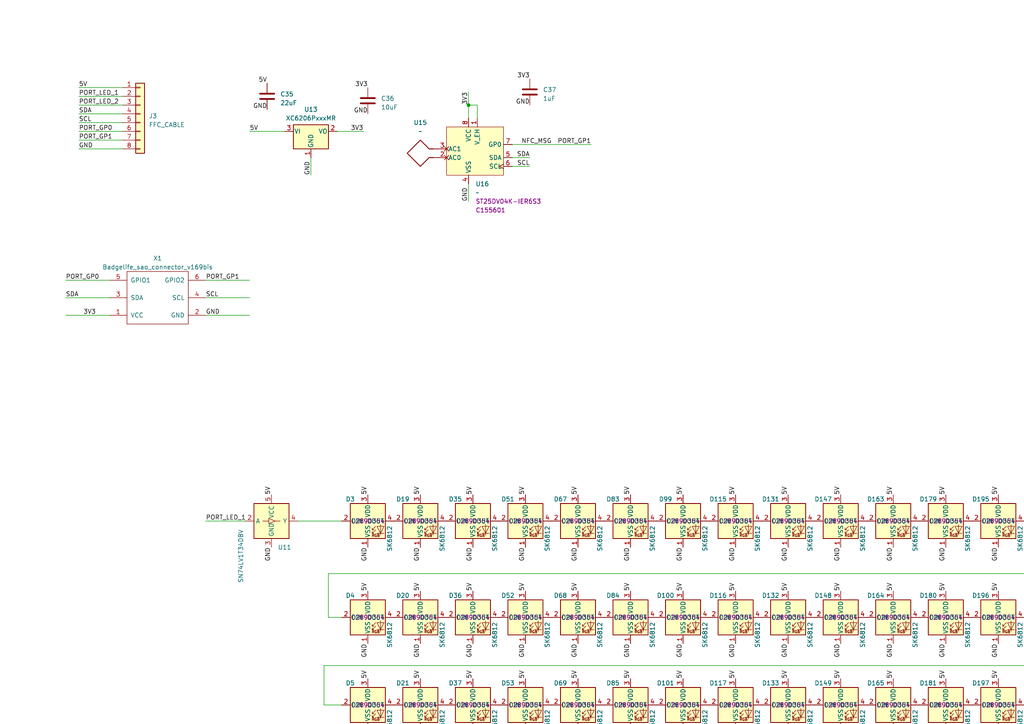
<source format=kicad_sch>
(kicad_sch (version 20221002) (generator eeschema)
  (paper "A4")
  (junction (at 135.89 30.48))
  (wire (pts (xy 342.9 256.54) (xy 346.71 256.54)))
  (wire (pts (xy 95.25 219.71) (xy 95.25 232.41)))
  (wire (pts (xy 135.89 30.48) (xy 135.89 34.29)))
  (wire (pts (xy 349.25 424.18) (xy 353.06 424.18)))
  (wire (pts (xy 101.6 452.12) (xy 105.41 452.12)))
  (wire (pts (xy 353.06 370.84) (xy 353.06 386.08)))
  (wire (pts (xy 101.6 439.42) (xy 101.6 452.12)))
  (wire (pts (xy 346.71 219.71) (xy 95.25 219.71)))
  (wire (pts (xy 72.39 38.1) (xy 82.55 38.1)))
  (wire (pts (xy 349.25 370.84) (xy 353.06 370.84)))
  (wire (pts (xy 353.06 544.83) (xy 101.6 544.83)))
  (wire (pts (xy 93.98 204.47) (xy 93.98 193.04)))
  (wire (pts (xy 59.69 81.28) (xy 72.39 81.28)))
  (wire (pts (xy 93.98 298.45) (xy 346.71 298.45)))
  (wire (pts (xy 93.98 309.88) (xy 93.98 298.45)))
  (wire (pts (xy 95.25 271.78) (xy 95.25 284.48)))
  (wire (pts (xy 148.59 48.26) (xy 153.67 48.26)))
  (wire (pts (xy 22.86 40.64) (xy 35.56 40.64)))
  (wire (pts (xy 346.71 166.37) (xy 95.25 166.37)))
  (wire (pts (xy 95.25 284.48) (xy 99.06 284.48)))
  (wire (pts (xy 353.06 412.75) (xy 353.06 398.78)))
  (wire (pts (xy 22.86 25.4) (xy 35.56 25.4)))
  (wire (pts (xy 101.6 398.78) (xy 105.41 398.78)))
  (wire (pts (xy 105.41 424.18) (xy 100.33 424.18)))
  (wire (pts (xy 148.59 41.91) (xy 171.45 41.91)))
  (wire (pts (xy 342.9 151.13) (xy 346.71 151.13)))
  (wire (pts (xy 353.06 452.12) (xy 353.06 464.82)))
  (wire (pts (xy 135.89 53.34) (xy 135.89 58.42)))
  (wire (pts (xy 100.33 424.18) (xy 100.33 412.75)))
  (wire (pts (xy 86.36 151.13) (xy 99.06 151.13)))
  (wire (pts (xy 22.86 30.48) (xy 35.56 30.48)))
  (wire (pts (xy 93.98 193.04) (xy 346.71 193.04)))
  (wire (pts (xy 95.25 245.11) (xy 95.25 256.54)))
  (wire (pts (xy 353.06 424.18) (xy 353.06 439.42)))
  (wire (pts (xy 95.25 256.54) (xy 99.06 256.54)))
  (wire (pts (xy 95.25 325.12) (xy 95.25 337.82)))
  (wire (pts (xy 353.06 476.25) (xy 353.06 491.49)))
  (wire (pts (xy 138.43 34.29) (xy 138.43 30.48)))
  (wire (pts (xy 59.69 91.44) (xy 72.39 91.44)))
  (wire (pts (xy 92.71 370.84) (xy 105.41 370.84)))
  (wire (pts (xy 346.71 179.07) (xy 342.9 179.07)))
  (wire (pts (xy 349.25 452.12) (xy 353.06 452.12)))
  (wire (pts (xy 346.71 232.41) (xy 346.71 245.11)))
  (wire (pts (xy 342.9 232.41) (xy 346.71 232.41)))
  (wire (pts (xy 346.71 271.78) (xy 95.25 271.78)))
  (wire (pts (xy 95.25 166.37) (xy 95.25 179.07)))
  (wire (pts (xy 105.41 529.59) (xy 100.33 529.59)))
  (wire (pts (xy 22.86 35.56) (xy 35.56 35.56)))
  (wire (pts (xy 349.25 529.59) (xy 353.06 529.59)))
  (wire (pts (xy 90.17 45.72) (xy 90.17 50.8)))
  (wire (pts (xy 19.05 86.36) (xy 31.75 86.36)))
  (wire (pts (xy 95.25 179.07) (xy 99.06 179.07)))
  (wire (pts (xy 346.71 193.04) (xy 346.71 179.07)))
  (wire (pts (xy 353.06 439.42) (xy 101.6 439.42)))
  (wire (pts (xy 101.6 476.25) (xy 105.41 476.25)))
  (wire (pts (xy 22.86 33.02) (xy 35.56 33.02)))
  (wire (pts (xy 100.33 518.16) (xy 353.06 518.16)))
  (wire (pts (xy 97.79 38.1) (xy 105.41 38.1)))
  (wire (pts (xy 342.9 204.47) (xy 346.71 204.47)))
  (wire (pts (xy 22.86 43.18) (xy 35.56 43.18)))
  (wire (pts (xy 346.71 325.12) (xy 95.25 325.12)))
  (wire (pts (xy 19.05 91.44) (xy 31.75 91.44)))
  (wire (pts (xy 100.33 529.59) (xy 100.33 518.16)))
  (wire (pts (xy 346.71 298.45) (xy 346.71 284.48)))
  (wire (pts (xy 342.9 309.88) (xy 346.71 309.88)))
  (wire (pts (xy 101.6 464.82) (xy 101.6 476.25)))
  (wire (pts (xy 95.25 337.82) (xy 99.06 337.82)))
  (wire (pts (xy 99.06 204.47) (xy 93.98 204.47)))
  (wire (pts (xy 346.71 256.54) (xy 346.71 271.78)))
  (wire (pts (xy 22.86 27.94) (xy 35.56 27.94)))
  (wire (pts (xy 353.06 398.78) (xy 349.25 398.78)))
  (wire (pts (xy 99.06 309.88) (xy 93.98 309.88)))
  (wire (pts (xy 346.71 204.47) (xy 346.71 219.71)))
  (wire (pts (xy 349.25 476.25) (xy 353.06 476.25)))
  (wire (pts (xy 101.6 504.19) (xy 105.41 504.19)))
  (wire (pts (xy 353.06 491.49) (xy 101.6 491.49)))
  (wire (pts (xy 59.69 151.13) (xy 71.12 151.13)))
  (wire (pts (xy 101.6 491.49) (xy 101.6 504.19)))
  (wire (pts (xy 135.89 26.67) (xy 135.89 30.48)))
  (wire (pts (xy 353.06 504.19) (xy 349.25 504.19)))
  (wire (pts (xy 138.43 30.48) (xy 135.89 30.48)))
  (wire (pts (xy 353.06 464.82) (xy 101.6 464.82)))
  (wire (pts (xy 346.71 309.88) (xy 346.71 325.12)))
  (wire (pts (xy 101.6 386.08) (xy 101.6 398.78)))
  (wire (pts (xy 353.06 518.16) (xy 353.06 504.19)))
  (wire (pts (xy 346.71 151.13) (xy 346.71 166.37)))
  (wire (pts (xy 101.6 557.53) (xy 105.41 557.53)))
  (wire (pts (xy 19.05 81.28) (xy 31.75 81.28)))
  (wire (pts (xy 101.6 544.83) (xy 101.6 557.53)))
  (wire (pts (xy 59.69 86.36) (xy 72.39 86.36)))
  (wire (pts (xy 22.86 38.1) (xy 35.56 38.1)))
  (wire (pts (xy 95.25 232.41) (xy 99.06 232.41)))
  (wire (pts (xy 353.06 529.59) (xy 353.06 544.83)))
  (wire (pts (xy 346.71 245.11) (xy 95.25 245.11)))
  (wire (pts (xy 100.33 412.75) (xy 353.06 412.75)))
  (wire (pts (xy 353.06 386.08) (xy 101.6 386.08)))
  (wire (pts (xy 346.71 284.48) (xy 342.9 284.48)))
  (wire (pts (xy 148.59 45.72) (xy 153.67 45.72)))
  (wire (pts (xy 66.04 370.84) (xy 77.47 370.84)))
  (label "5V" (at 137.16 224.79 90))
  (label "5V" (at 234.95 549.91 90))
  (label "GND" (at 137.16 212.09 270))
  (label "GND" (at 173.99 511.81 270))
  (label "GND" (at 128.27 459.74 270))
  (label "5V" (at 137.16 330.2 90))
  (label "GND" (at 295.91 565.15 270))
  (label "PORT_GP0" (at 22.86 38.1 0))
  (label "5V" (at 167.64 143.51 90))
  (label "5V" (at 182.88 302.26 90))
  (label "PORT_LED_1" (at 22.86 27.94 0))
  (label "GND" (at 198.12 240.03 270))
  (label "5V" (at 72.39 38.1 0))
  (label "5V" (at 143.51 391.16 90))
  (label "GND" (at 228.6 292.1 270))
  (label "GND" (at 189.23 378.46 270))
  (label "5V" (at 152.4 330.2 90))
  (label "5V" (at 265.43 549.91 90))
  (label "5V" (at 121.92 196.85 90))
  (label "GND" (at 173.99 537.21 270))
  (label "5V" (at 274.32 276.86 90))
  (label "5V" (at 265.43 496.57 90))
  (label "GND" (at 143.51 459.74 270))
  (label "GND" (at 213.36 158.75 270))
  (label "GND" (at 189.23 406.4 270))
  (label "GND" (at 320.04 264.16 270))
  (label "5V" (at 213.36 248.92 90))
  (label "5V" (at 304.8 224.79 90))
  (label "GND" (at 219.71 483.87 270))
  (label "GND" (at 152.4 158.75 270))
  (label "GND" (at 234.95 378.46 270))
  (label "5V" (at 213.36 330.2 90))
  (label "5V" (at 259.08 248.92 90))
  (label "GND" (at 85.09 378.46 270))
  (label "GND" (at 182.88 212.09 270))
  (label "5V" (at 274.32 248.92 90))
  (label "5V" (at 128.27 496.57 90))
  (label "GND" (at 113.03 431.8 270))
  (label "5V" (at 106.68 276.86 90))
  (label "GND" (at 304.8 317.5 270))
  (label "5V" (at 158.75 391.16 90))
  (label "5V" (at 243.84 224.79 90))
  (label "5V" (at 280.67 363.22 90))
  (label "GND" (at 304.8 264.16 270))
  (label "SDA" (at 19.05 86.36 0))
  (label "5V" (at 128.27 468.63 90))
  (label "GND" (at 274.32 264.16 270))
  (label "GND" (at 341.63 406.4 270))
  (label "5V" (at 311.15 391.16 90))
  (label "5V" (at 204.47 391.16 90))
  (label "GND" (at 320.04 292.1 270))
  (label "GND" (at 289.56 264.16 270))
  (label "5V" (at 158.75 416.56 90))
  (label "5V" (at 326.39 416.56 90))
  (label "GND" (at 158.75 537.21 270))
  (label "PORT_LED_2" (at 66.04 370.84 0))
  (label "5V" (at 213.36 196.85 90))
  (label "GND" (at 311.15 511.81 270))
  (label "GND" (at 259.08 317.5 270))
  (label "GND" (at 250.19 378.46 270))
  (label "GND" (at 219.71 378.46 270))
  (label "GND" (at 204.47 565.15 270))
  (label "5V" (at 341.63 416.56 90))
  (label "5V" (at 113.03 391.16 90))
  (label "GND" (at 219.71 565.15 270))
  (label "5V" (at 219.71 363.22 90))
  (label "5V" (at 198.12 248.92 90))
  (label "5V" (at 243.84 302.26 90))
  (label "GND" (at 219.71 431.8 270))
  (label "5V" (at 128.27 521.97 90))
  (label "GND" (at 182.88 292.1 270))
  (label "5V" (at 213.36 224.79 90))
  (label "5V" (at 250.19 363.22 90))
  (label "5V" (at 113.03 521.97 90))
  (label "GND" (at 213.36 345.44 270))
  (label "GND" (at 167.64 317.5 270))
  (label "GND" (at 280.67 406.4 270))
  (label "5V" (at 78.74 143.51 90))
  (label "5V" (at 204.47 416.56 90))
  (label "GND" (at 59.69 91.44 0))
  (label "GND" (at 128.27 511.81 270))
  (label "5V" (at 167.64 224.79 90))
  (label "5V" (at 280.67 416.56 90))
  (label "5V" (at 320.04 276.86 90))
  (label "GND" (at 135.89 58.42 90))
  (label "GND" (at 234.95 537.21 270))
  (label "GND" (at 259.08 345.44 270))
  (label "5V" (at 320.04 196.85 90))
  (label "5V" (at 341.63 521.97 90))
  (label "5V" (at 265.43 444.5 90))
  (label "GND" (at 173.99 565.15 270))
  (label "GND" (at 137.16 240.03 270))
  (label "5V" (at 320.04 248.92 90))
  (label "GND" (at 280.67 537.21 270))
  (label "PORT_GP1" (at 59.69 81.28 0))
  (label "5V" (at 280.67 444.5 90))
  (label "5V" (at 219.71 416.56 90))
  (label "5V" (at 311.15 521.97 90))
  (label "5V" (at 189.23 391.16 90))
  (label "5V" (at 326.39 468.63 90))
  (label "5V" (at 173.99 496.57 90))
  (label "GND" (at 182.88 240.03 270))
  (label "GND" (at 121.92 292.1 270))
  (label "GND" (at 189.23 565.15 270))
  (label "3V3" (at 24.13 91.44 0))
  (label "GND" (at 335.28 317.5 270))
  (label "GND" (at 341.63 483.87 270))
  (label "GND" (at 320.04 212.09 270))
  (label "5V" (at 289.56 276.86 90))
  (label "5V" (at 182.88 143.51 90))
  (label "GND" (at 280.67 378.46 270))
  (label "GND" (at 158.75 483.87 270))
  (label "5V" (at 113.03 416.56 90))
  (label "5V" (at 274.32 224.79 90))
  (label "GND" (at 106.68 264.16 270))
  (label "PORT_LED_1" (at 59.69 151.13 0))
  (label "GND" (at 265.43 537.21 270))
  (label "5V" (at 182.88 276.86 90))
  (label "5V" (at 198.12 224.79 90))
  (label "5V" (at 228.6 143.51 90))
  (label "5V" (at 304.8 330.2 90))
  (label "GND" (at 228.6 158.75 270))
  (label "GND" (at 243.84 345.44 270))
  (label "5V" (at 204.47 444.5 90))
  (label "PORT_GP0" (at 19.05 81.28 0))
  (label "GND" (at 335.28 240.03 270))
  (label "5V" (at 113.03 496.57 90))
  (label "GND" (at 158.75 511.81 270))
  (label "5V" (at 158.75 363.22 90))
  (label "5V" (at 295.91 521.97 90))
  (label "5V" (at 106.68 171.45 90))
  (label "GND" (at 158.75 431.8 270))
  (label "5V" (at 219.71 391.16 90))
  (label "GND" (at 311.15 537.21 270))
  (label "GND" (at 113.03 378.46 270))
  (label "5V" (at 173.99 416.56 90))
  (label "5V" (at 152.4 302.26 90))
  (label "5V" (at 219.71 468.63 90))
  (label "GND" (at 311.15 431.8 270))
  (label "5V" (at 198.12 171.45 90))
  (label "5V" (at 137.16 196.85 90))
  (label "GND" (at 106.68 212.09 270))
  (label "GND" (at 326.39 431.8 270))
  (label "GND" (at 228.6 212.09 270))
  (label "5V" (at 106.68 196.85 90))
  (label "GND" (at 204.47 483.87 270))
  (label "GND" (at 228.6 186.69 270))
  (label "GND" (at 295.91 406.4 270))
  (label "GND" (at 341.63 431.8 270))
  (label "5V" (at 234.95 416.56 90))
  (label "GND" (at 289.56 317.5 270))
  (label "GND" (at 311.15 378.46 270))
  (label "5V" (at 219.71 549.91 90))
  (label "GND" (at 280.67 459.74 270))
  (label "GND" (at 320.04 317.5 270))
  (label "GND" (at 304.8 292.1 270))
  (label "GND" (at 280.67 431.8 270))
  (label "5V" (at 167.64 276.86 90))
  (label "GND" (at 121.92 264.16 270))
  (label "GND" (at 158.75 459.74 270))
  (label "3V3" (at 135.89 26.67 270))
  (label "GND" (at 295.91 459.74 270))
  (label "GND" (at 304.8 212.09 270))
  (label "5V" (at 234.95 521.97 90))
  (label "GND" (at 182.88 345.44 270))
  (label "5V" (at 173.99 521.97 90))
  (label "5V" (at 304.8 196.85 90))
  (label "5V" (at 289.56 143.51 90))
  (label "GND" (at 274.32 158.75 270))
  (label "5V" (at 250.19 496.57 90))
  (label "GND" (at 250.19 459.74 270))
  (label "GND" (at 243.84 317.5 270))
  (label "GND" (at 250.19 565.15 270))
  (label "5V" (at 182.88 330.2 90))
  (label "5V" (at 198.12 276.86 90))
  (label "5V" (at 295.91 363.22 90))
  (label "5V" (at 243.84 330.2 90))
  (label "GND" (at 204.47 459.74 270))
  (label "GND" (at 182.88 158.75 270))
  (label "GND" (at 189.23 459.74 270))
  (label "5V" (at 113.03 468.63 90))
  (label "5V" (at 259.08 143.51 90))
  (label "GND" (at 259.08 292.1 270))
  (label "PORT_GP1" (at 171.45 41.91 180))
  (label "5V" (at 182.88 196.85 90))
  (label "GND" (at 265.43 511.81 270))
  (label "GND" (at 228.6 345.44 270))
  (label "GND" (at 204.47 406.4 270))
  (label "GND" (at 173.99 483.87 270))
  (label "5V" (at 320.04 171.45 90))
  (label "5V" (at 198.12 302.26 90))
  (label "GND" (at 113.03 483.87 270))
  (label "5V" (at 189.23 363.22 90))
  (label "GND" (at 274.32 345.44 270))
  (label "5V" (at 143.51 521.97 90))
  (label "5V" (at 204.47 363.22 90))
  (label "5V" (at 341.63 549.91 90))
  (label "GND" (at 106.68 186.69 270))
  (label "5V" (at 335.28 143.51 90))
  (label "5V" (at 243.84 248.92 90))
  (label "GND" (at 280.67 511.81 270))
  (label "5V" (at 341.63 363.22 90))
  (label "PORT_LED_2" (at 22.86 30.48 0))
  (label "5V" (at 320.04 143.51 90))
  (label "5V" (at 341.63 496.57 90))
  (label "5V" (at 204.47 468.63 90))
  (label "GND" (at 341.63 537.21 270))
  (label "5V" (at 289.56 196.85 90))
  (label "GND" (at 128.27 537.21 270))
  (label "GND" (at 90.17 50.8 90))
  (label "5V" (at 189.23 444.5 90))
  (label "GND" (at 335.28 264.16 270))
  (label "GND" (at 204.47 378.46 270))
  (label "5V" (at 289.56 248.92 90))
  (label "5V" (at 189.23 468.63 90))
  (label "5V" (at 265.43 521.97 90))
  (label "GND" (at 167.64 292.1 270))
  (label "GND" (at 189.23 431.8 270))
  (label "5V" (at 228.6 276.86 90))
  (label "GND" (at 219.71 511.81 270))
  (label "GND" (at 228.6 240.03 270))
  (label "5V" (at 173.99 391.16 90))
  (label "5V" (at 173.99 468.63 90))
  (label "5V" (at 189.23 416.56 90))
  (label "GND" (at 326.39 565.15 270))
  (label "GND" (at 143.51 565.15 270))
  (label "5V" (at 228.6 330.2 90))
  (label "5V" (at 265.43 363.22 90))
  (label "5V" (at 265.43 416.56 90))
  (label "5V" (at 182.88 248.92 90))
  (label "5V" (at 128.27 391.16 90))
  (label "GND" (at 137.16 292.1 270))
  (label "5V" (at 250.19 549.91 90))
  (label "5V" (at 335.28 330.2 90))
  (label "GND" (at 289.56 158.75 270))
  (label "5V" (at 113.03 363.22 90))
  (label "GND" (at 182.88 317.5 270))
  (label "GND" (at 204.47 537.21 270))
  (label "5V" (at 173.99 444.5 90))
  (label "5V" (at 280.67 468.63 90))
  (label "GND" (at 265.43 483.87 270))
  (label "5V" (at 152.4 224.79 90))
  (label "GND" (at 121.92 345.44 270))
  (label "5V" (at 234.95 496.57 90))
  (label "GND" (at 335.28 212.09 270))
  (label "5V" (at 326.39 549.91 90))
  (label "5V" (at 219.71 444.5 90))
  (label "GND" (at 250.19 483.87 270))
  (label "GND" (at 106.68 345.44 270))
  (label "GND" (at 320.04 158.75 270))
  (label "GND" (at 213.36 264.16 270))
  (label "GND" (at 113.03 406.4 270))
  (label "GND" (at 213.36 317.5 270))
  (label "5V" (at 304.8 276.86 90))
  (label "GND" (at 289.56 212.09 270))
  (label "GND" (at 143.51 537.21 270))
  (label "5V" (at 158.75 549.91 90))
  (label "5V" (at 152.4 171.45 90))
  (label "5V" (at 158.75 444.5 90))
  (label "5V" (at 137.16 171.45 90))
  (label "GND" (at 234.95 511.81 270))
  (label "GND" (at 128.27 406.4 270))
  (label "GND" (at 243.84 186.69 270))
  (label "5V" (at 143.51 363.22 90))
  (label "5V" (at 243.84 171.45 90))
  (label "GND" (at 295.91 378.46 270))
  (label "5V" (at 189.23 549.91 90))
  (label "GND" (at 341.63 378.46 270))
  (label "GND" (at 167.64 264.16 270))
  (label "5V" (at 295.91 549.91 90))
  (label "GND" (at 304.8 186.69 270))
  (label "5V" (at 289.56 302.26 90))
  (label "SDA" (at 22.86 33.02 0))
  (label "5V" (at 143.51 496.57 90))
  (label "GND" (at 128.27 378.46 270))
  (label "5V" (at 326.39 363.22 90))
  (label "GND" (at 152.4 292.1 270))
  (label "GND" (at 204.47 431.8 270))
  (label "5V" (at 234.95 468.63 90))
  (label "5V" (at 274.32 302.26 90))
  (label "GND" (at 213.36 212.09 270))
  (label "SCL" (at 59.69 86.36 0))
  (label "GND" (at 213.36 292.1 270))
  (label "5V" (at 121.92 224.79 90))
  (label "5V" (at 137.16 248.92 90))
  (label "5V" (at 113.03 549.91 90))
  (label "GND" (at 274.32 317.5 270))
  (label "GND" (at 106.68 292.1 270))
  (label "5V" (at 204.47 549.91 90))
  (label "GND" (at 198.12 264.16 270))
  (label "GND" (at 335.28 158.75 270))
  (label "GND" (at 137.16 264.16 270))
  (label "GND" (at 295.91 483.87 270))
  (label "GND" (at 265.43 565.15 270))
  (label "5V" (at 341.63 444.5 90))
  (label "GND" (at 250.19 511.81 270))
  (label "5V" (at 128.27 363.22 90))
  (label "5V" (at 198.12 330.2 90))
  (label "3V3" (at 106.68 25.4 180))
  (label "5V" (at 158.75 521.97 90))
  (label "5V" (at 128.27 444.5 90))
  (label "GND" (at 152.4 345.44 270))
  (label "5V" (at 280.67 391.16 90))
  (label "GND" (at 121.92 240.03 270))
  (label "GND" (at 152.4 186.69 270))
  (label "GND" (at 295.91 537.21 270))
  (label "5V" (at 77.47 24.13 180))
  (label "GND" (at 326.39 406.4 270))
  (label "5V" (at 295.91 444.5 90))
  (label "5V" (at 280.67 549.91 90))
  (label "GND" (at 320.04 240.03 270))
  (label "5V" (at 167.64 330.2 90))
  (label "GND" (at 311.15 459.74 270))
  (label "GND" (at 320.04 345.44 270))
  (label "5V" (at 326.39 496.57 90))
  (label "5V" (at 274.32 196.85 90))
  (label "5V" (at 128.27 416.56 90))
  (label "GND" (at 243.84 292.1 270))
  (label "GND" (at 198.12 186.69 270))
  (label "5V" (at 219.71 521.97 90))
  (label "GND" (at 121.92 186.69 270))
  (label "GND" (at 320.04 186.69 270))
  (label "3V3" (at 153.67 22.86 180))
  (label "GND" (at 265.43 406.4 270))
  (label "GND" (at 243.84 240.03 270))
  (label "5V" (at 326.39 444.5 90))
  (label "GND" (at 341.63 511.81 270))
  (label "5V" (at 289.56 224.79 90))
  (label "GND" (at 219.71 406.4 270))
  (label "5V" (at 311.15 363.22 90))
  (label "5V" (at 106.68 330.2 90))
  (label "GND" (at 259.08 212.09 270))
  (label "5V" (at 143.51 549.91 90))
  (label "5V" (at 228.6 171.45 90))
  (label "GND" (at 153.67 30.48 180))
  (label "GND" (at 121.92 158.75 270))
  (label "GND" (at 128.27 483.87 270))
  (label "5V" (at 182.88 224.79 90))
  (label "GND" (at 113.03 459.74 270))
  (label "5V" (at 250.19 521.97 90))
  (label "GND" (at 137.16 158.75 270))
  (label "5V" (at 295.91 496.57 90))
  (label "5V" (at 137.16 143.51 90))
  (label "GND" (at 234.95 431.8 270))
  (label "5V" (at 198.12 143.51 90))
  (label "5V" (at 326.39 521.97 90))
  (label "GND" (at 158.75 565.15 270))
  (label "GND" (at 189.23 483.87 270))
  (label "GND" (at 78.74 158.75 270))
  (label "GND" (at 198.12 345.44 270))
  (label "5V" (at 311.15 468.63 90))
  (label "GND" (at 152.4 317.5 270))
  (label "5V" (at 280.67 496.57 90))
  (label "GND" (at 280.67 483.87 270))
  (label "5V" (at 311.15 444.5 90))
  (label "5V" (at 128.27 549.91 90))
  (label "5V" (at 243.84 276.86 90))
  (label "5V" (at 335.28 224.79 90))
  (label "5V" (at 182.88 171.45 90))
  (label "5V" (at 198.12 196.85 90))
  (label "GND" (at 289.56 292.1 270))
  (label "GND" (at 198.12 317.5 270))
  (label "GND" (at 22.86 43.18 0))
  (label "5V" (at 85.09 363.22 90))
  (label "5V" (at 265.43 391.16 90))
  (label "5V" (at 121.92 143.51 90))
  (label "5V" (at 167.64 248.92 90))
  (label "GND" (at 167.64 212.09 270))
  (label "GND" (at 167.64 186.69 270))
  (label "5V" (at 213.36 276.86 90))
  (label "GND" (at 228.6 264.16 270))
  (label "GND" (at 128.27 565.15 270))
  (label "GND" (at 219.71 537.21 270))
  (label "5V" (at 280.67 521.97 90))
  (label "5V" (at 311.15 549.91 90))
  (label "5V" (at 228.6 302.26 90))
  (label "GND" (at 113.03 565.15 270))
  (label "GND" (at 259.08 158.75 270))
  (label "5V" (at 152.4 276.86 90))
  (label "5V" (at 335.28 302.26 90))
  (label "GND" (at 137.16 317.5 270))
  (label "GND" (at 304.8 158.75 270))
  (label "GND" (at 234.95 406.4 270))
  (label "GND" (at 259.08 186.69 270))
  (label "GND" (at 173.99 406.4 270))
  (label "GND" (at 228.6 317.5 270))
  (label "5V" (at 259.08 171.45 90))
  (label "GND" (at 311.15 406.4 270))
  (label "GND" (at 280.67 565.15 270))
  (label "GND" (at 158.75 406.4 270))
  (label "5V" (at 341.63 391.16 90))
  (label "5V" (at 259.08 330.2 90))
  (label "5V" (at 250.19 444.5 90))
  (label "5V" (at 234.95 391.16 90))
  (label "5V" (at 295.91 391.16 90))
  (label "GND" (at 106.68 240.03 270))
  (label "GND" (at 173.99 459.74 270))
  (label "GND" (at 219.71 459.74 270))
  (label "GND" (at 213.36 240.03 270))
  (label "GND" (at 113.03 511.81 270))
  (label "GND" (at 274.32 212.09 270))
  (label "NFC_MSG" (at 160.02 41.91 180))
  (label "5V" (at 259.08 302.26 90))
  (label "GND" (at 259.08 264.16 270))
  (label "5V" (at 243.84 143.51 90))
  (label "GND" (at 143.51 511.81 270))
  (label "GND" (at 198.12 212.09 270))
  (label "GND" (at 121.92 317.5 270))
  (label "GND" (at 265.43 378.46 270))
  (label "5V" (at 243.84 196.85 90))
  (label "5V" (at 167.64 302.26 90))
  (label "5V" (at 228.6 224.79 90))
  (label "GND" (at 234.95 459.74 270))
  (label "GND" (at 243.84 264.16 270))
  (label "GND" (at 204.47 511.81 270))
  (label "GND" (at 189.23 511.81 270))
  (label "5V" (at 228.6 248.92 90))
  (label "SDA" (at 153.67 45.72 180))
  (label "5V" (at 106.68 143.51 90))
  (label "GND" (at 289.56 345.44 270))
  (label "GND" (at 259.08 240.03 270))
  (label "GND" (at 335.28 345.44 270))
  (label "5V" (at 289.56 330.2 90))
  (label "GND" (at 250.19 431.8 270))
  (label "GND" (at 198.12 158.75 270))
  (label "GND" (at 274.32 186.69 270))
  (label "GND" (at 106.68 317.5 270))
  (label "GND" (at 311.15 565.15 270))
  (label "5V" (at 121.92 330.2 90))
  (label "5V" (at 289.56 171.45 90))
  (label "GND" (at 137.16 186.69 270))
  (label "GND" (at 137.16 345.44 270))
  (label "5V" (at 152.4 248.92 90))
  (label "PORT_GP1" (at 22.86 40.64 0))
  (label "GND" (at 167.64 240.03 270))
  (label "5V" (at 304.8 171.45 90))
  (label "5V" (at 204.47 496.57 90))
  (label "5V" (at 311.15 416.56 90))
  (label "GND" (at 152.4 212.09 270))
  (label "GND" (at 152.4 264.16 270))
  (label "5V" (at 219.71 496.57 90))
  (label "5V" (at 341.63 468.63 90))
  (label "5V" (at 304.8 143.51 90))
  (label "5V" (at 152.4 143.51 90))
  (label "GND" (at 113.03 537.21 270))
  (label "GND" (at 213.36 186.69 270))
  (label "GND" (at 274.32 292.1 270))
  (label "5V" (at 304.8 302.26 90))
  (label "GND" (at 274.32 240.03 270))
  (label "GND" (at 234.95 565.15 270))
  (label "5V" (at 152.4 196.85 90))
  (label "GND" (at 182.88 264.16 270))
  (label "5V" (at 137.16 302.26 90))
  (label "GND" (at 106.68 158.75 270))
  (label "GND" (at 311.15 483.87 270))
  (label "5V" (at 137.16 276.86 90))
  (label "5V" (at 121.92 171.45 90))
  (label "5V" (at 173.99 363.22 90))
  (label "SCL" (at 153.67 48.26 180))
  (label "5V" (at 213.36 171.45 90))
  (label "5V" (at 320.04 302.26 90))
  (label "GND" (at 289.56 240.03 270))
  (label "5V" (at 259.08 196.85 90))
  (label "5V" (at 121.92 302.26 90))
  (label "GND" (at 143.51 406.4 270))
  (label "5V" (at 213.36 302.26 90))
  (label "GND" (at 243.84 158.75 270))
  (label "5V" (at 106.68 302.26 90))
  (label "5V" (at 274.32 330.2 90))
  (label "5V" (at 234.95 363.22 90))
  (label "GND" (at 326.39 483.87 270))
  (label "5V" (at 295.91 416.56 90))
  (label "3V3" (at 105.41 38.1 180))
  (label "GND" (at 326.39 459.74 270))
  (label "5V" (at 167.64 171.45 90))
  (label "GND" (at 198.12 292.1 270))
  (label "5V" (at 204.47 521.97 90))
  (label "5V" (at 265.43 468.63 90))
  (label "GND" (at 326.39 537.21 270))
  (label "5V" (at 295.91 468.63 90))
  (label "5V" (at 259.08 276.86 90))
  (label "GND" (at 173.99 378.46 270))
  (label "GND" (at 341.63 565.15 270))
  (label "5V" (at 259.08 224.79 90))
  (label "GND" (at 326.39 511.81 270))
  (label "GND" (at 304.8 345.44 270))
  (label "5V" (at 274.32 171.45 90))
  (label "5V" (at 143.51 444.5 90))
  (label "GND" (at 143.51 431.8 270))
  (label "5V" (at 106.68 248.92 90))
  (label "GND" (at 158.75 378.46 270))
  (label "GND" (at 143.51 483.87 270))
  (label "GND" (at 167.64 345.44 270))
  (label "GND" (at 189.23 537.21 270))
  (label "GND" (at 265.43 431.8 270))
  (label "GND" (at 128.27 431.8 270))
  (label "5V" (at 335.28 171.45 90))
  (label "5V" (at 143.51 416.56 90))
  (label "5V" (at 106.68 224.79 90))
  (label "5V" (at 234.95 444.5 90))
  (label "5V" (at 335.28 196.85 90))
  (label "GND" (at 182.88 186.69 270))
  (label "5V" (at 167.64 196.85 90))
  (label "5V" (at 250.19 416.56 90))
  (label "5V" (at 320.04 224.79 90))
  (label "GND" (at 341.63 459.74 270))
  (label "GND" (at 250.19 406.4 270))
  (label "5V" (at 250.19 468.63 90))
  (label "5V" (at 22.86 25.4 0))
  (label "5V" (at 250.19 391.16 90))
  (label "GND" (at 335.28 292.1 270))
  (label "5V" (at 326.39 391.16 90))
  (label "5V" (at 274.32 143.51 90))
  (label "5V" (at 158.75 496.57 90))
  (label "GND" (at 143.51 378.46 270))
  (label "GND" (at 234.95 483.87 270))
  (label "GND" (at 335.28 186.69 270))
  (label "GND" (at 167.64 158.75 270))
  (label "GND" (at 289.56 186.69 270))
  (label "GND" (at 173.99 431.8 270))
  (label "SCL" (at 22.86 35.56 0))
  (label "5V" (at 189.23 521.97 90))
  (label "GND" (at 121.92 212.09 270))
  (label "5V" (at 311.15 496.57 90))
  (label "GND" (at 304.8 240.03 270))
  (label "5V" (at 143.51 468.63 90))
  (label "5V" (at 113.03 444.5 90))
  (label "5V" (at 304.8 248.92 90))
  (label "5V" (at 213.36 143.51 90))
  (label "GND" (at 250.19 537.21 270))
  (label "5V" (at 173.99 549.91 90))
  (label "GND" (at 77.47 31.75 180))
  (label "5V" (at 158.75 468.63 90))
  (label "GND" (at 295.91 511.81 270))
  (label "5V" (at 228.6 196.85 90))
  (label "GND" (at 295.91 431.8 270))
  (label "5V" (at 189.23 496.57 90))
  (label "GND" (at 106.68 33.02 180))
  (label "GND" (at 152.4 240.03 270))
  (label "GND" (at 265.43 459.74 270))
  (label "GND" (at 243.84 212.09 270))
  (label "5V" (at 121.92 248.92 90))
  (label "GND" (at 326.39 378.46 270))
  (label "5V" (at 335.28 248.92 90))
  (label "5V" (at 320.04 330.2 90))
  (label "5V" (at 335.28 276.86 90))
  (label "5V" (at 121.92 276.86 90))
  (symbol (lib_id "LED:SK6812") (at 228.6 232.41 0) (unit 1)
    (default_instance (reference "D2") (unit 1) (value "SK6812") (footprint "XL3528RGBW:XL-3528RGBW"))
    (property "Reference" "D2" (at 223.52 226.06 0))
    (property "Value" "SK6812" (at 234.95 237.49 90))
    (property "Footprint" "XL3528RGBW:XL-3528RGBW" (effects hide))
    (property "Datasheet" "https://cdn-shop.adafruit.com/product-files/1138/SK6812+LED+datasheet+.pdf" (effects hide))
    (property "Manufacturer PN" "C2890364" (at 228.6 232.41 0))
    (property "LCSC" "C2890364" (effects hide))
    (instances (project "ButterflyBadge" (path "" (reference "D134") (unit 1) (value "SK6812") (footprint "XL3528RGBW:XL-3528RGBW"))))
  )
  (symbol (lib_id "LED:SK6812") (at 137.16 309.88 0) (unit 1)
    (default_instance (reference "D2") (unit 1) (value "SK6812") (footprint "XL3528RGBW:XL-3528RGBW"))
    (property "Reference" "D2" (at 132.08 303.53 0))
    (property "Value" "SK6812" (at 143.51 314.96 90))
    (property "Footprint" "XL3528RGBW:XL-3528RGBW" (effects hide))
    (property "Datasheet" "https://cdn-shop.adafruit.com/product-files/1138/SK6812+LED+datasheet+.pdf" (effects hide))
    (property "Manufacturer PN" "C2890364" (at 137.16 309.88 0))
    (property "LCSC" "C2890364" (effects hide))
    (instances (project "ButterflyBadge" (path "" (reference "D41") (unit 1) (value "SK6812") (footprint "XL3528RGBW:XL-3528RGBW"))))
  )
  (symbol (lib_id "LED:SK6812") (at 219.71 452.12 0) (unit 1)
    (default_instance (reference "D2") (unit 1) (value "SK6812") (footprint "XL3528RGBW:XL-3528RGBW"))
    (property "Reference" "D2" (at 214.63 445.77 0))
    (property "Value" "SK6812" (at 226.06 457.2 90))
    (property "Footprint" "XL3528RGBW:XL-3528RGBW" (effects hide))
    (property "Datasheet" "https://cdn-shop.adafruit.com/product-files/1138/SK6812+LED+datasheet+.pdf" (effects hide))
    (property "Manufacturer PN" "C2890364" (at 219.71 452.12 0))
    (property "LCSC" "C2890364" (effects hide))
    (instances (project "ButterflyBadge" (path "" (reference "D126") (unit 1) (value "SK6812") (footprint "XL3528RGBW:XL-3528RGBW"))))
  )
  (symbol (lib_id "LED:SK6812") (at 204.47 452.12 0) (unit 1)
    (default_instance (reference "D2") (unit 1) (value "SK6812") (footprint "XL3528RGBW:XL-3528RGBW"))
    (property "Reference" "D2" (at 199.39 445.77 0))
    (property "Value" "SK6812" (at 210.82 457.2 90))
    (property "Footprint" "XL3528RGBW:XL-3528RGBW" (effects hide))
    (property "Datasheet" "https://cdn-shop.adafruit.com/product-files/1138/SK6812+LED+datasheet+.pdf" (effects hide))
    (property "Manufacturer PN" "C2890364" (at 204.47 452.12 0))
    (property "LCSC" "C2890364" (effects hide))
    (instances (project "ButterflyBadge" (path "" (reference "D110") (unit 1) (value "SK6812") (footprint "XL3528RGBW:XL-3528RGBW"))))
  )
  (symbol (lib_id "LED:SK6812") (at 250.19 504.19 0) (unit 1)
    (default_instance (reference "D2") (unit 1) (value "SK6812") (footprint "XL3528RGBW:XL-3528RGBW"))
    (property "Reference" "D2" (at 245.11 497.84 0))
    (property "Value" "SK6812" (at 256.54 509.27 90))
    (property "Footprint" "XL3528RGBW:XL-3528RGBW" (effects hide))
    (property "Datasheet" "https://cdn-shop.adafruit.com/product-files/1138/SK6812+LED+datasheet+.pdf" (effects hide))
    (property "Manufacturer PN" "C2890364" (at 250.19 504.19 0))
    (property "LCSC" "C2890364" (effects hide))
    (instances (project "ButterflyBadge" (path "" (reference "D160") (unit 1) (value "SK6812") (footprint "XL3528RGBW:XL-3528RGBW"))))
  )
  (symbol (lib_id "LED:SK6812") (at 106.68 204.47 0) (unit 1)
    (default_instance (reference "D2") (unit 1) (value "SK6812") (footprint "XL3528RGBW:XL-3528RGBW"))
    (property "Reference" "D2" (at 101.6 198.12 0))
    (property "Value" "SK6812" (at 113.03 209.55 90))
    (property "Footprint" "XL3528RGBW:XL-3528RGBW" (effects hide))
    (property "Datasheet" "https://cdn-shop.adafruit.com/product-files/1138/SK6812+LED+datasheet+.pdf" (effects hide))
    (property "Manufacturer PN" "C2890364" (at 106.68 204.47 0))
    (property "LCSC" "C2890364" (effects hide))
    (instances (project "ButterflyBadge" (path "" (reference "D5") (unit 1) (value "SK6812") (footprint "XL3528RGBW:XL-3528RGBW"))))
  )
  (symbol (lib_id "LED:SK6812") (at 304.8 284.48 0) (unit 1)
    (default_instance (reference "D2") (unit 1) (value "SK6812") (footprint "XL3528RGBW:XL-3528RGBW"))
    (property "Reference" "D2" (at 299.72 278.13 0))
    (property "Value" "SK6812" (at 311.15 289.56 90))
    (property "Footprint" "XL3528RGBW:XL-3528RGBW" (effects hide))
    (property "Datasheet" "https://cdn-shop.adafruit.com/product-files/1138/SK6812+LED+datasheet+.pdf" (effects hide))
    (property "Manufacturer PN" "C2890364" (at 304.8 284.48 0))
    (property "LCSC" "C2890364" (effects hide))
    (instances (project "ButterflyBadge" (path "" (reference "D216") (unit 1) (value "SK6812") (footprint "XL3528RGBW:XL-3528RGBW"))))
  )
  (symbol (lib_id "LED:SK6812") (at 152.4 256.54 0) (unit 1)
    (default_instance (reference "D2") (unit 1) (value "SK6812") (footprint "XL3528RGBW:XL-3528RGBW"))
    (property "Reference" "D2" (at 147.32 250.19 0))
    (property "Value" "SK6812" (at 158.75 261.62 90))
    (property "Footprint" "XL3528RGBW:XL-3528RGBW" (effects hide))
    (property "Datasheet" "https://cdn-shop.adafruit.com/product-files/1138/SK6812+LED+datasheet+.pdf" (effects hide))
    (property "Manufacturer PN" "C2890364" (at 152.4 256.54 0))
    (property "LCSC" "C2890364" (effects hide))
    (instances (project "ButterflyBadge" (path "" (reference "D55") (unit 1) (value "SK6812") (footprint "XL3528RGBW:XL-3528RGBW"))))
  )
  (symbol (lib_id "LED:SK6812") (at 219.71 424.18 0) (unit 1)
    (default_instance (reference "D2") (unit 1) (value "SK6812") (footprint "XL3528RGBW:XL-3528RGBW"))
    (property "Reference" "D2" (at 214.63 417.83 0))
    (property "Value" "SK6812" (at 226.06 429.26 90))
    (property "Footprint" "XL3528RGBW:XL-3528RGBW" (effects hide))
    (property "Datasheet" "https://cdn-shop.adafruit.com/product-files/1138/SK6812+LED+datasheet+.pdf" (effects hide))
    (property "Manufacturer PN" "C2890364" (at 219.71 424.18 0))
    (property "LCSC" "C2890364" (effects hide))
    (instances (project "ButterflyBadge" (path "" (reference "D125") (unit 1) (value "SK6812") (footprint "XL3528RGBW:XL-3528RGBW"))))
  )
  (symbol (lib_id "LED:SK6812") (at 219.71 557.53 0) (unit 1)
    (default_instance (reference "D2") (unit 1) (value "SK6812") (footprint "XL3528RGBW:XL-3528RGBW"))
    (property "Reference" "D2" (at 214.63 551.18 0))
    (property "Value" "SK6812" (at 226.06 562.61 90))
    (property "Footprint" "XL3528RGBW:XL-3528RGBW" (effects hide))
    (property "Datasheet" "https://cdn-shop.adafruit.com/product-files/1138/SK6812+LED+datasheet+.pdf" (effects hide))
    (property "Manufacturer PN" "C2890364" (at 219.71 557.53 0))
    (property "LCSC" "C2890364" (effects hide))
    (instances (project "ButterflyBadge" (path "" (reference "D130") (unit 1) (value "SK6812") (footprint "XL3528RGBW:XL-3528RGBW"))))
  )
  (symbol (lib_id "LED:SK6812") (at 304.8 309.88 0) (unit 1)
    (default_instance (reference "D2") (unit 1) (value "SK6812") (footprint "XL3528RGBW:XL-3528RGBW"))
    (property "Reference" "D2" (at 299.72 303.53 0))
    (property "Value" "SK6812" (at 311.15 314.96 90))
    (property "Footprint" "XL3528RGBW:XL-3528RGBW" (effects hide))
    (property "Datasheet" "https://cdn-shop.adafruit.com/product-files/1138/SK6812+LED+datasheet+.pdf" (effects hide))
    (property "Manufacturer PN" "C2890364" (at 304.8 309.88 0))
    (property "LCSC" "C2890364" (effects hide))
    (instances (project "ButterflyBadge" (path "" (reference "D217") (unit 1) (value "SK6812") (footprint "XL3528RGBW:XL-3528RGBW"))))
  )
  (symbol (lib_id "LED:SK6812") (at 295.91 452.12 0) (unit 1)
    (default_instance (reference "D2") (unit 1) (value "SK6812") (footprint "XL3528RGBW:XL-3528RGBW"))
    (property "Reference" "D2" (at 290.83 445.77 0))
    (property "Value" "SK6812" (at 302.26 457.2 90))
    (property "Footprint" "XL3528RGBW:XL-3528RGBW" (effects hide))
    (property "Datasheet" "https://cdn-shop.adafruit.com/product-files/1138/SK6812+LED+datasheet+.pdf" (effects hide))
    (property "Manufacturer PN" "C2890364" (at 295.91 452.12 0))
    (property "LCSC" "C2890364" (effects hide))
    (instances (project "ButterflyBadge" (path "" (reference "D206") (unit 1) (value "SK6812") (footprint "XL3528RGBW:XL-3528RGBW"))))
  )
  (symbol (lib_id "LED:SK6812") (at 259.08 179.07 0) (unit 1)
    (default_instance (reference "D2") (unit 1) (value "SK6812") (footprint "XL3528RGBW:XL-3528RGBW"))
    (property "Reference" "D2" (at 254 172.72 0))
    (property "Value" "SK6812" (at 265.43 184.15 90))
    (property "Footprint" "XL3528RGBW:XL-3528RGBW" (effects hide))
    (property "Datasheet" "https://cdn-shop.adafruit.com/product-files/1138/SK6812+LED+datasheet+.pdf" (effects hide))
    (property "Manufacturer PN" "C2890364" (at 259.08 179.07 0))
    (property "LCSC" "C2890364" (effects hide))
    (instances (project "ButterflyBadge" (path "" (reference "D164") (unit 1) (value "SK6812") (footprint "XL3528RGBW:XL-3528RGBW"))))
  )
  (symbol (lib_id "LED:SK6812") (at 289.56 337.82 0) (unit 1)
    (default_instance (reference "D2") (unit 1) (value "SK6812") (footprint "XL3528RGBW:XL-3528RGBW"))
    (property "Reference" "D2" (at 284.48 331.47 0))
    (property "Value" "SK6812" (at 295.91 342.9 90))
    (property "Footprint" "XL3528RGBW:XL-3528RGBW" (effects hide))
    (property "Datasheet" "https://cdn-shop.adafruit.com/product-files/1138/SK6812+LED+datasheet+.pdf" (effects hide))
    (property "Manufacturer PN" "C2890364" (at 289.56 337.82 0))
    (property "LCSC" "C2890364" (effects hide))
    (instances (project "ButterflyBadge" (path "" (reference "D202") (unit 1) (value "SK6812") (footprint "XL3528RGBW:XL-3528RGBW"))))
  )
  (symbol (lib_id "LED:SK6812") (at 173.99 476.25 0) (unit 1)
    (default_instance (reference "D2") (unit 1) (value "SK6812") (footprint "XL3528RGBW:XL-3528RGBW"))
    (property "Reference" "D2" (at 168.91 469.9 0))
    (property "Value" "SK6812" (at 180.34 481.33 90))
    (property "Footprint" "XL3528RGBW:XL-3528RGBW" (effects hide))
    (property "Datasheet" "https://cdn-shop.adafruit.com/product-files/1138/SK6812+LED+datasheet+.pdf" (effects hide))
    (property "Manufacturer PN" "C2890364" (at 173.99 476.25 0))
    (property "LCSC" "C2890364" (effects hide))
    (instances (project "ButterflyBadge" (path "" (reference "D79") (unit 1) (value "SK6812") (footprint "XL3528RGBW:XL-3528RGBW"))))
  )
  (symbol (lib_id "LED:SK6812") (at 106.68 256.54 0) (unit 1)
    (default_instance (reference "D2") (unit 1) (value "SK6812") (footprint "XL3528RGBW:XL-3528RGBW"))
    (property "Reference" "D2" (at 101.6 250.19 0))
    (property "Value" "SK6812" (at 113.03 261.62 90))
    (property "Footprint" "XL3528RGBW:XL-3528RGBW" (effects hide))
    (property "Datasheet" "https://cdn-shop.adafruit.com/product-files/1138/SK6812+LED+datasheet+.pdf" (effects hide))
    (property "Manufacturer PN" "C2890364" (at 106.68 256.54 0))
    (property "LCSC" "C2890364" (effects hide))
    (instances (project "ButterflyBadge" (path "" (reference "D7") (unit 1) (value "SK6812") (footprint "XL3528RGBW:XL-3528RGBW"))))
  )
  (symbol (lib_id "LED:SK6812") (at 137.16 284.48 0) (unit 1)
    (default_instance (reference "D2") (unit 1) (value "SK6812") (footprint "XL3528RGBW:XL-3528RGBW"))
    (property "Reference" "D2" (at 132.08 278.13 0))
    (property "Value" "SK6812" (at 143.51 289.56 90))
    (property "Footprint" "XL3528RGBW:XL-3528RGBW" (effects hide))
    (property "Datasheet" "https://cdn-shop.adafruit.com/product-files/1138/SK6812+LED+datasheet+.pdf" (effects hide))
    (property "Manufacturer PN" "C2890364" (at 137.16 284.48 0))
    (property "LCSC" "C2890364" (effects hide))
    (instances (project "ButterflyBadge" (path "" (reference "D40") (unit 1) (value "SK6812") (footprint "XL3528RGBW:XL-3528RGBW"))))
  )
  (symbol (lib_id "LED:SK6812") (at 152.4 151.13 0) (unit 1)
    (default_instance (reference "D2") (unit 1) (value "SK6812") (footprint "XL3528RGBW:XL-3528RGBW"))
    (property "Reference" "D2" (at 147.32 144.78 0))
    (property "Value" "SK6812" (at 158.75 156.21 90))
    (property "Footprint" "XL3528RGBW:XL-3528RGBW" (effects hide))
    (property "Datasheet" "https://cdn-shop.adafruit.com/product-files/1138/SK6812+LED+datasheet+.pdf" (effects hide))
    (property "Manufacturer PN" "C2890364" (at 152.4 151.13 0))
    (property "LCSC" "C2890364" (effects hide))
    (instances (project "ButterflyBadge" (path "" (reference "D51") (unit 1) (value "SK6812") (footprint "XL3528RGBW:XL-3528RGBW"))))
  )
  (symbol (lib_id "LED:SK6812") (at 121.92 232.41 0) (unit 1)
    (default_instance (reference "D2") (unit 1) (value "SK6812") (footprint "XL3528RGBW:XL-3528RGBW"))
    (property "Reference" "D2" (at 116.84 226.06 0))
    (property "Value" "SK6812" (at 128.27 237.49 90))
    (property "Footprint" "XL3528RGBW:XL-3528RGBW" (effects hide))
    (property "Datasheet" "https://cdn-shop.adafruit.com/product-files/1138/SK6812+LED+datasheet+.pdf" (effects hide))
    (property "Manufacturer PN" "C2890364" (at 121.92 232.41 0))
    (property "LCSC" "C2890364" (effects hide))
    (instances (project "ButterflyBadge" (path "" (reference "D22") (unit 1) (value "SK6812") (footprint "XL3528RGBW:XL-3528RGBW"))))
  )
  (symbol (lib_id "LED:SK6812") (at 182.88 256.54 0) (unit 1)
    (default_instance (reference "D2") (unit 1) (value "SK6812") (footprint "XL3528RGBW:XL-3528RGBW"))
    (property "Reference" "D2" (at 177.8 250.19 0))
    (property "Value" "SK6812" (at 189.23 261.62 90))
    (property "Footprint" "XL3528RGBW:XL-3528RGBW" (effects hide))
    (property "Datasheet" "https://cdn-shop.adafruit.com/product-files/1138/SK6812+LED+datasheet+.pdf" (effects hide))
    (property "Manufacturer PN" "C2890364" (at 182.88 256.54 0))
    (property "LCSC" "C2890364" (effects hide))
    (instances (project "ButterflyBadge" (path "" (reference "D87") (unit 1) (value "SK6812") (footprint "XL3528RGBW:XL-3528RGBW"))))
  )
  (symbol (lib_id "LED:SK6812") (at 143.51 557.53 0) (unit 1)
    (default_instance (reference "D2") (unit 1) (value "SK6812") (footprint "XL3528RGBW:XL-3528RGBW"))
    (property "Reference" "D2" (at 138.43 551.18 0))
    (property "Value" "SK6812" (at 149.86 562.61 90))
    (property "Footprint" "XL3528RGBW:XL-3528RGBW" (effects hide))
    (property "Datasheet" "https://cdn-shop.adafruit.com/product-files/1138/SK6812+LED+datasheet+.pdf" (effects hide))
    (property "Manufacturer PN" "C2890364" (at 143.51 557.53 0))
    (property "LCSC" "C2890364" (effects hide))
    (instances (project "ButterflyBadge" (path "" (reference "D50") (unit 1) (value "SK6812") (footprint "XL3528RGBW:XL-3528RGBW"))))
  )
  (symbol (lib_id "LED:SK6812") (at 280.67 557.53 0) (unit 1)
    (default_instance (reference "D2") (unit 1) (value "SK6812") (footprint "XL3528RGBW:XL-3528RGBW"))
    (property "Reference" "D2" (at 275.59 551.18 0))
    (property "Value" "SK6812" (at 287.02 562.61 90))
    (property "Footprint" "XL3528RGBW:XL-3528RGBW" (effects hide))
    (property "Datasheet" "https://cdn-shop.adafruit.com/product-files/1138/SK6812+LED+datasheet+.pdf" (effects hide))
    (property "Manufacturer PN" "C2890364" (at 280.67 557.53 0))
    (property "LCSC" "C2890364" (effects hide))
    (instances (project "ButterflyBadge" (path "" (reference "D194") (unit 1) (value "SK6812") (footprint "XL3528RGBW:XL-3528RGBW"))))
  )
  (symbol (lib_id "LED:SK6812") (at 128.27 370.84 0) (unit 1)
    (default_instance (reference "D2") (unit 1) (value "SK6812") (footprint "XL3528RGBW:XL-3528RGBW"))
    (property "Reference" "D2" (at 123.19 364.49 0))
    (property "Value" "SK6812" (at 134.62 375.92 90))
    (property "Footprint" "XL3528RGBW:XL-3528RGBW" (effects hide))
    (property "Datasheet" "https://cdn-shop.adafruit.com/product-files/1138/SK6812+LED+datasheet+.pdf" (effects hide))
    (property "Manufacturer PN" "C2890364" (at 128.27 370.84 0))
    (property "LCSC" "C2890364" (effects hide))
    (instances (project "ButterflyBadge" (path "" (reference "D27") (unit 1) (value "SK6812") (footprint "XL3528RGBW:XL-3528RGBW"))))
  )
  (symbol (lib_id "LED:SK6812") (at 213.36 151.13 0) (unit 1)
    (default_instance (reference "D2") (unit 1) (value "SK6812") (footprint "XL3528RGBW:XL-3528RGBW"))
    (property "Reference" "D2" (at 208.28 144.78 0))
    (property "Value" "SK6812" (at 219.71 156.21 90))
    (property "Footprint" "XL3528RGBW:XL-3528RGBW" (effects hide))
    (property "Datasheet" "https://cdn-shop.adafruit.com/product-files/1138/SK6812+LED+datasheet+.pdf" (effects hide))
    (property "Manufacturer PN" "C2890364" (at 213.36 151.13 0))
    (property "LCSC" "C2890364" (effects hide))
    (instances (project "ButterflyBadge" (path "" (reference "D115") (unit 1) (value "SK6812") (footprint "XL3528RGBW:XL-3528RGBW"))))
  )
  (symbol (lib_id "LED:SK6812") (at 295.91 476.25 0) (unit 1)
    (default_instance (reference "D2") (unit 1) (value "SK6812") (footprint "XL3528RGBW:XL-3528RGBW"))
    (property "Reference" "D2" (at 290.83 469.9 0))
    (property "Value" "SK6812" (at 302.26 481.33 90))
    (property "Footprint" "XL3528RGBW:XL-3528RGBW" (effects hide))
    (property "Datasheet" "https://cdn-shop.adafruit.com/product-files/1138/SK6812+LED+datasheet+.pdf" (effects hide))
    (property "Manufacturer PN" "C2890364" (at 295.91 476.25 0))
    (property "LCSC" "C2890364" (effects hide))
    (instances (project "ButterflyBadge" (path "" (reference "D207") (unit 1) (value "SK6812") (footprint "XL3528RGBW:XL-3528RGBW"))))
  )
  (symbol (lib_id "LED:SK6812") (at 304.8 204.47 0) (unit 1)
    (default_instance (reference "D2") (unit 1) (value "SK6812") (footprint "XL3528RGBW:XL-3528RGBW"))
    (property "Reference" "D2" (at 299.72 198.12 0))
    (property "Value" "SK6812" (at 311.15 209.55 90))
    (property "Footprint" "XL3528RGBW:XL-3528RGBW" (effects hide))
    (property "Datasheet" "https://cdn-shop.adafruit.com/product-files/1138/SK6812+LED+datasheet+.pdf" (effects hide))
    (property "Manufacturer PN" "C2890364" (at 304.8 204.47 0))
    (property "LCSC" "C2890364" (effects hide))
    (instances (project "ButterflyBadge" (path "" (reference "D213") (unit 1) (value "SK6812") (footprint "XL3528RGBW:XL-3528RGBW"))))
  )
  (symbol (lib_id "LED:SK6812") (at 320.04 284.48 0) (unit 1)
    (default_instance (reference "D2") (unit 1) (value "SK6812") (footprint "XL3528RGBW:XL-3528RGBW"))
    (property "Reference" "D2" (at 314.96 278.13 0))
    (property "Value" "SK6812" (at 326.39 289.56 90))
    (property "Footprint" "XL3528RGBW:XL-3528RGBW" (effects hide))
    (property "Datasheet" "https://cdn-shop.adafruit.com/product-files/1138/SK6812+LED+datasheet+.pdf" (effects hide))
    (property "Manufacturer PN" "C2890364" (at 320.04 284.48 0))
    (property "LCSC" "C2890364" (effects hide))
    (instances (project "ButterflyBadge" (path "" (reference "D232") (unit 1) (value "SK6812") (footprint "XL3528RGBW:XL-3528RGBW"))))
  )
  (symbol (lib_id "LED:SK6812") (at 259.08 284.48 0) (unit 1)
    (default_instance (reference "D2") (unit 1) (value "SK6812") (footprint "XL3528RGBW:XL-3528RGBW"))
    (property "Reference" "D2" (at 254 278.13 0))
    (property "Value" "SK6812" (at 265.43 289.56 90))
    (property "Footprint" "XL3528RGBW:XL-3528RGBW" (effects hide))
    (property "Datasheet" "https://cdn-shop.adafruit.com/product-files/1138/SK6812+LED+datasheet+.pdf" (effects hide))
    (property "Manufacturer PN" "C2890364" (at 259.08 284.48 0))
    (property "LCSC" "C2890364" (effects hide))
    (instances (project "ButterflyBadge" (path "" (reference "D168") (unit 1) (value "SK6812") (footprint "XL3528RGBW:XL-3528RGBW"))))
  )
  (symbol (lib_id "LED:SK6812") (at 204.47 476.25 0) (unit 1)
    (default_instance (reference "D2") (unit 1) (value "SK6812") (footprint "XL3528RGBW:XL-3528RGBW"))
    (property "Reference" "D2" (at 199.39 469.9 0))
    (property "Value" "SK6812" (at 210.82 481.33 90))
    (property "Footprint" "XL3528RGBW:XL-3528RGBW" (effects hide))
    (property "Datasheet" "https://cdn-shop.adafruit.com/product-files/1138/SK6812+LED+datasheet+.pdf" (effects hide))
    (property "Manufacturer PN" "C2890364" (at 204.47 476.25 0))
    (property "LCSC" "C2890364" (effects hide))
    (instances (project "ButterflyBadge" (path "" (reference "D111") (unit 1) (value "SK6812") (footprint "XL3528RGBW:XL-3528RGBW"))))
  )
  (symbol (lib_id "LED:SK6812") (at 335.28 309.88 0) (unit 1)
    (default_instance (reference "D2") (unit 1) (value "SK6812") (footprint "XL3528RGBW:XL-3528RGBW"))
    (property "Reference" "D2" (at 330.2 303.53 0))
    (property "Value" "SK6812" (at 341.63 314.96 90))
    (property "Footprint" "XL3528RGBW:XL-3528RGBW" (effects hide))
    (property "Datasheet" "https://cdn-shop.adafruit.com/product-files/1138/SK6812+LED+datasheet+.pdf" (effects hide))
    (property "Manufacturer PN" "C2890364" (at 335.28 309.88 0))
    (property "LCSC" "C2890364" (effects hide))
    (instances (project "ButterflyBadge" (path "" (reference "D249") (unit 1) (value "SK6812") (footprint "XL3528RGBW:XL-3528RGBW"))))
  )
  (symbol (lib_id "LED:SK6812") (at 265.43 370.84 0) (unit 1)
    (default_instance (reference "D2") (unit 1) (value "SK6812") (footprint "XL3528RGBW:XL-3528RGBW"))
    (property "Reference" "D2" (at 260.35 364.49 0))
    (property "Value" "SK6812" (at 271.78 375.92 90))
    (property "Footprint" "XL3528RGBW:XL-3528RGBW" (effects hide))
    (property "Datasheet" "https://cdn-shop.adafruit.com/product-files/1138/SK6812+LED+datasheet+.pdf" (effects hide))
    (property "Manufacturer PN" "C2890364" (at 265.43 370.84 0))
    (property "LCSC" "C2890364" (effects hide))
    (instances (project "ButterflyBadge" (path "" (reference "D171") (unit 1) (value "SK6812") (footprint "XL3528RGBW:XL-3528RGBW"))))
  )
  (symbol (lib_id "LED:SK6812") (at 189.23 370.84 0) (unit 1)
    (default_instance (reference "D2") (unit 1) (value "SK6812") (footprint "XL3528RGBW:XL-3528RGBW"))
    (property "Reference" "D2" (at 184.15 364.49 0))
    (property "Value" "SK6812" (at 195.58 375.92 90))
    (property "Footprint" "XL3528RGBW:XL-3528RGBW" (effects hide))
    (property "Datasheet" "https://cdn-shop.adafruit.com/product-files/1138/SK6812+LED+datasheet+.pdf" (effects hide))
    (property "Manufacturer PN" "C2890364" (at 189.23 370.84 0))
    (property "LCSC" "C2890364" (effects hide))
    (instances (project "ButterflyBadge" (path "" (reference "D91") (unit 1) (value "SK6812") (footprint "XL3528RGBW:XL-3528RGBW"))))
  )
  (symbol (lib_id "LED:SK6812") (at 121.92 256.54 0) (unit 1)
    (default_instance (reference "D2") (unit 1) (value "SK6812") (footprint "XL3528RGBW:XL-3528RGBW"))
    (property "Reference" "D2" (at 116.84 250.19 0))
    (property "Value" "SK6812" (at 128.27 261.62 90))
    (property "Footprint" "XL3528RGBW:XL-3528RGBW" (effects hide))
    (property "Datasheet" "https://cdn-shop.adafruit.com/product-files/1138/SK6812+LED+datasheet+.pdf" (effects hide))
    (property "Manufacturer PN" "C2890364" (at 121.92 256.54 0))
    (property "LCSC" "C2890364" (effects hide))
    (instances (project "ButterflyBadge" (path "" (reference "D23") (unit 1) (value "SK6812") (footprint "XL3528RGBW:XL-3528RGBW"))))
  )
  (symbol (lib_id "LED:SK6812") (at 121.92 151.13 0) (unit 1)
    (default_instance (reference "D2") (unit 1) (value "SK6812") (footprint "XL3528RGBW:XL-3528RGBW"))
    (property "Reference" "D2" (at 116.84 144.78 0))
    (property "Value" "SK6812" (at 128.27 156.21 90))
    (property "Footprint" "XL3528RGBW:XL-3528RGBW" (effects hide))
    (property "Datasheet" "https://cdn-shop.adafruit.com/product-files/1138/SK6812+LED+datasheet+.pdf" (effects hide))
    (property "Manufacturer PN" "C2890364" (at 121.92 151.13 0))
    (property "LCSC" "C2890364" (effects hide))
    (instances (project "ButterflyBadge" (path "" (reference "D19") (unit 1) (value "SK6812") (footprint "XL3528RGBW:XL-3528RGBW"))))
  )
  (symbol (lib_id "LED:SK6812") (at 219.71 504.19 0) (unit 1)
    (default_instance (reference "D2") (unit 1) (value "SK6812") (footprint "XL3528RGBW:XL-3528RGBW"))
    (property "Reference" "D2" (at 214.63 497.84 0))
    (property "Value" "SK6812" (at 226.06 509.27 90))
    (property "Footprint" "XL3528RGBW:XL-3528RGBW" (effects hide))
    (property "Datasheet" "https://cdn-shop.adafruit.com/product-files/1138/SK6812+LED+datasheet+.pdf" (effects hide))
    (property "Manufacturer PN" "C2890364" (at 219.71 504.19 0))
    (property "LCSC" "C2890364" (effects hide))
    (instances (project "ButterflyBadge" (path "" (reference "D128") (unit 1) (value "SK6812") (footprint "XL3528RGBW:XL-3528RGBW"))))
  )
  (symbol (lib_id "LED:SK6812") (at 167.64 204.47 0) (unit 1)
    (default_instance (reference "D2") (unit 1) (value "SK6812") (footprint "XL3528RGBW:XL-3528RGBW"))
    (property "Reference" "D2" (at 162.56 198.12 0))
    (property "Value" "SK6812" (at 173.99 209.55 90))
    (property "Footprint" "XL3528RGBW:XL-3528RGBW" (effects hide))
    (property "Datasheet" "https://cdn-shop.adafruit.com/product-files/1138/SK6812+LED+datasheet+.pdf" (effects hide))
    (property "Manufacturer PN" "C2890364" (at 167.64 204.47 0))
    (property "LCSC" "C2890364" (effects hide))
    (instances (project "ButterflyBadge" (path "" (reference "D69") (unit 1) (value "SK6812") (footprint "XL3528RGBW:XL-3528RGBW"))))
  )
  (symbol (lib_id "Logic_LevelTranslator:SN74LV1T34DBV") (at 78.74 151.13 0) (unit 1)
    (default_instance (reference "U5") (unit 1) (value "SN74LV1T34DBV") (footprint "Package_TO_SOT_SMD:SOT-23-5"))
    (property "Reference" "U5" (at 82.55 158.75 0))
    (property "Value" "SN74LV1T34DBV" (at 69.85 161.29 90))
    (property "Footprint" "Package_TO_SOT_SMD:SOT-23-5" (effects hide))
    (property "Datasheet" "https://www.ti.com/lit/ds/symlink/sn74lv1t34.pdf" (effects hide))
    (instances (project "ButterflyBadge" (path "" (reference "U11") (unit 1) (value "SN74LV1T34DBV") (footprint "Package_TO_SOT_SMD:SOT-23-5"))))
  )
  (symbol (lib_id "LED:SK6812") (at 198.12 256.54 0) (unit 1)
    (default_instance (reference "D2") (unit 1) (value "SK6812") (footprint "XL3528RGBW:XL-3528RGBW"))
    (property "Reference" "D2" (at 193.04 250.19 0))
    (property "Value" "SK6812" (at 204.47 261.62 90))
    (property "Footprint" "XL3528RGBW:XL-3528RGBW" (effects hide))
    (property "Datasheet" "https://cdn-shop.adafruit.com/product-files/1138/SK6812+LED+datasheet+.pdf" (effects hide))
    (property "Manufacturer PN" "C2890364" (at 198.12 256.54 0))
    (property "LCSC" "C2890364" (effects hide))
    (instances (project "ButterflyBadge" (path "" (reference "D103") (unit 1) (value "SK6812") (footprint "XL3528RGBW:XL-3528RGBW"))))
  )
  (symbol (lib_id "LED:SK6812") (at 234.95 557.53 0) (unit 1)
    (default_instance (reference "D2") (unit 1) (value "SK6812") (footprint "XL3528RGBW:XL-3528RGBW"))
    (property "Reference" "D2" (at 229.87 551.18 0))
    (property "Value" "SK6812" (at 241.3 562.61 90))
    (property "Footprint" "XL3528RGBW:XL-3528RGBW" (effects hide))
    (property "Datasheet" "https://cdn-shop.adafruit.com/product-files/1138/SK6812+LED+datasheet+.pdf" (effects hide))
    (property "Manufacturer PN" "C2890364" (at 234.95 557.53 0))
    (property "LCSC" "C2890364" (effects hide))
    (instances (project "ButterflyBadge" (path "" (reference "D146") (unit 1) (value "SK6812") (footprint "XL3528RGBW:XL-3528RGBW"))))
  )
  (symbol (lib_id "LED:SK6812") (at 113.03 476.25 0) (unit 1)
    (default_instance (reference "D2") (unit 1) (value "SK6812") (footprint "XL3528RGBW:XL-3528RGBW"))
    (property "Reference" "D2" (at 107.95 469.9 0))
    (property "Value" "SK6812" (at 119.38 481.33 90))
    (property "Footprint" "XL3528RGBW:XL-3528RGBW" (effects hide))
    (property "Datasheet" "https://cdn-shop.adafruit.com/product-files/1138/SK6812+LED+datasheet+.pdf" (effects hide))
    (property "Manufacturer PN" "C2890364" (at 113.03 476.25 0))
    (property "LCSC" "C2890364" (effects hide))
    (instances (project "ButterflyBadge" (path "" (reference "D15") (unit 1) (value "SK6812") (footprint "XL3528RGBW:XL-3528RGBW"))))
  )
  (symbol (lib_id "LED:SK6812") (at 274.32 337.82 0) (unit 1)
    (default_instance (reference "D2") (unit 1) (value "SK6812") (footprint "XL3528RGBW:XL-3528RGBW"))
    (property "Reference" "D2" (at 269.24 331.47 0))
    (property "Value" "SK6812" (at 280.67 342.9 90))
    (property "Footprint" "XL3528RGBW:XL-3528RGBW" (effects hide))
    (property "Datasheet" "https://cdn-shop.adafruit.com/product-files/1138/SK6812+LED+datasheet+.pdf" (effects hide))
    (property "Manufacturer PN" "C2890364" (at 274.32 337.82 0))
    (property "LCSC" "C2890364" (effects hide))
    (instances (project "ButterflyBadge" (path "" (reference "D186") (unit 1) (value "SK6812") (footprint "XL3528RGBW:XL-3528RGBW"))))
  )
  (symbol (lib_id "LED:SK6812") (at 106.68 232.41 0) (unit 1)
    (default_instance (reference "D2") (unit 1) (value "SK6812") (footprint "XL3528RGBW:XL-3528RGBW"))
    (property "Reference" "D2" (at 101.6 226.06 0))
    (property "Value" "SK6812" (at 113.03 237.49 90))
    (property "Footprint" "XL3528RGBW:XL-3528RGBW" (effects hide))
    (property "Datasheet" "https://cdn-shop.adafruit.com/product-files/1138/SK6812+LED+datasheet+.pdf" (effects hide))
    (property "Manufacturer PN" "C2890364" (at 106.68 232.41 0))
    (property "LCSC" "C2890364" (effects hide))
    (instances (project "ButterflyBadge" (path "" (reference "D6") (unit 1) (value "SK6812") (footprint "XL3528RGBW:XL-3528RGBW"))))
  )
  (symbol (lib_id "LED:SK6812") (at 173.99 370.84 0) (unit 1)
    (default_instance (reference "D2") (unit 1) (value "SK6812") (footprint "XL3528RGBW:XL-3528RGBW"))
    (property "Reference" "D2" (at 168.91 364.49 0))
    (property "Value" "SK6812" (at 180.34 375.92 90))
    (property "Footprint" "XL3528RGBW:XL-3528RGBW" (effects hide))
    (property "Datasheet" "https://cdn-shop.adafruit.com/product-files/1138/SK6812+LED+datasheet+.pdf" (effects hide))
    (property "Manufacturer PN" "C2890364" (at 173.99 370.84 0))
    (property "LCSC" "C2890364" (effects hide))
    (instances (project "ButterflyBadge" (path "" (reference "D75") (unit 1) (value "SK6812") (footprint "XL3528RGBW:XL-3528RGBW"))))
  )
  (symbol (lib_id "Device:Antenna_Loop") (at 121.92 45.72 90) (unit 1)
    (default_instance (reference "") (unit 1) (value "") (footprint ""))
    (instances (project "ButterflyBadge" (path "" (reference "U15") (unit 1) (value "~") (footprint ""))))
  )
  (symbol (lib_id "LED:SK6812") (at 335.28 204.47 0) (unit 1)
    (default_instance (reference "D2") (unit 1) (value "SK6812") (footprint "XL3528RGBW:XL-3528RGBW"))
    (property "Reference" "D2" (at 330.2 198.12 0))
    (property "Value" "SK6812" (at 341.63 209.55 90))
    (property "Footprint" "XL3528RGBW:XL-3528RGBW" (effects hide))
    (property "Datasheet" "https://cdn-shop.adafruit.com/product-files/1138/SK6812+LED+datasheet+.pdf" (effects hide))
    (property "Manufacturer PN" "C2890364" (at 335.28 204.47 0))
    (property "LCSC" "C2890364" (effects hide))
    (instances (project "ButterflyBadge" (path "" (reference "D245") (unit 1) (value "SK6812") (footprint "XL3528RGBW:XL-3528RGBW"))))
  )
  (symbol (lib_id "LED:SK6812") (at 311.15 424.18 0) (unit 1)
    (default_instance (reference "D2") (unit 1) (value "SK6812") (footprint "XL3528RGBW:XL-3528RGBW"))
    (property "Reference" "D2" (at 306.07 417.83 0))
    (property "Value" "SK6812" (at 317.5 429.26 90))
    (property "Footprint" "XL3528RGBW:XL-3528RGBW" (effects hide))
    (property "Datasheet" "https://cdn-shop.adafruit.com/product-files/1138/SK6812+LED+datasheet+.pdf" (effects hide))
    (property "Manufacturer PN" "C2890364" (at 311.15 424.18 0))
    (property "LCSC" "C2890364" (effects hide))
    (instances (project "ButterflyBadge" (path "" (reference "D221") (unit 1) (value "SK6812") (footprint "XL3528RGBW:XL-3528RGBW"))))
  )
  (symbol (lib_id "LED:SK6812") (at 198.12 309.88 0) (unit 1)
    (default_instance (reference "D2") (unit 1) (value "SK6812") (footprint "XL3528RGBW:XL-3528RGBW"))
    (property "Reference" "D2" (at 193.04 303.53 0))
    (property "Value" "SK6812" (at 204.47 314.96 90))
    (property "Footprint" "XL3528RGBW:XL-3528RGBW" (effects hide))
    (property "Datasheet" "https://cdn-shop.adafruit.com/product-files/1138/SK6812+LED+datasheet+.pdf" (effects hide))
    (property "Manufacturer PN" "C2890364" (at 198.12 309.88 0))
    (property "LCSC" "C2890364" (effects hide))
    (instances (project "ButterflyBadge" (path "" (reference "D105") (unit 1) (value "SK6812") (footprint "XL3528RGBW:XL-3528RGBW"))))
  )
  (symbol (lib_id "Device:C") (at 77.47 27.94 0) (unit 1)
    (default_instance (reference "C35") (unit 1) (value "C") (footprint ""))
    (property "Reference" "C35" (at 81.28 27.305 0) (effects (justify left)))
    (property "Value" "C" (at 81.28 29.845 0) (effects (justify left)))
    (property "LCSC" "C12891" (effects hide))
  )
  (symbol (lib_id "Logic_LevelTranslator:SN74LV1T34DBV") (at 85.09 370.84 0) (unit 1)
    (default_instance (reference "U5") (unit 1) (value "SN74LV1T34DBV") (footprint "Package_TO_SOT_SMD:SOT-23-5"))
    (property "Reference" "U5" (at 88.9 378.46 0))
    (property "Value" "SN74LV1T34DBV" (at 76.2 381 90))
    (property "Footprint" "Package_TO_SOT_SMD:SOT-23-5" (effects hide))
    (property "Datasheet" "https://www.ti.com/lit/ds/symlink/sn74lv1t34.pdf" (effects hide))
    (instances (project "ButterflyBadge" (path "" (reference "U12") (unit 1) (value "SN74LV1T34DBV") (footprint "Package_TO_SOT_SMD:SOT-23-5"))))
  )
  (symbol (lib_id "LED:SK6812") (at 304.8 232.41 0) (unit 1)
    (default_instance (reference "D2") (unit 1) (value "SK6812") (footprint "XL3528RGBW:XL-3528RGBW"))
    (property "Reference" "D2" (at 299.72 226.06 0))
    (property "Value" "SK6812" (at 311.15 237.49 90))
    (property "Footprint" "XL3528RGBW:XL-3528RGBW" (effects hide))
    (property "Datasheet" "https://cdn-shop.adafruit.com/product-files/1138/SK6812+LED+datasheet+.pdf" (effects hide))
    (property "Manufacturer PN" "C2890364" (at 304.8 232.41 0))
    (property "LCSC" "C2890364" (effects hide))
    (instances (project "ButterflyBadge" (path "" (reference "D214") (unit 1) (value "SK6812") (footprint "XL3528RGBW:XL-3528RGBW"))))
  )
  (symbol (lib_id "LED:SK6812") (at 295.91 557.53 0) (unit 1)
    (default_instance (reference "D2") (unit 1) (value "SK6812") (footprint "XL3528RGBW:XL-3528RGBW"))
    (property "Reference" "D2" (at 290.83 551.18 0))
    (property "Value" "SK6812" (at 302.26 562.61 90))
    (property "Footprint" "XL3528RGBW:XL-3528RGBW" (effects hide))
    (property "Datasheet" "https://cdn-shop.adafruit.com/product-files/1138/SK6812+LED+datasheet+.pdf" (effects hide))
    (property "Manufacturer PN" "C2890364" (at 295.91 557.53 0))
    (property "LCSC" "C2890364" (effects hide))
    (instances (project "ButterflyBadge" (path "" (reference "D210") (unit 1) (value "SK6812") (footprint "XL3528RGBW:XL-3528RGBW"))))
  )
  (symbol (lib_id "LED:SK6812") (at 106.68 179.07 0) (unit 1)
    (default_instance (reference "D2") (unit 1) (value "SK6812") (footprint "XL3528RGBW:XL-3528RGBW"))
    (property "Reference" "D2" (at 101.6 172.72 0))
    (property "Value" "SK6812" (at 113.03 184.15 90))
    (property "Footprint" "XL3528RGBW:XL-3528RGBW" (effects hide))
    (property "Datasheet" "https://cdn-shop.adafruit.com/product-files/1138/SK6812+LED+datasheet+.pdf" (effects hide))
    (property "Manufacturer PN" "C2890364" (at 106.68 179.07 0))
    (property "LCSC" "C2890364" (effects hide))
    (instances (project "ButterflyBadge" (path "" (reference "D4") (unit 1) (value "SK6812") (footprint "XL3528RGBW:XL-3528RGBW"))))
  )
  (symbol (lib_id "LED:SK6812") (at 198.12 232.41 0) (unit 1)
    (default_instance (reference "D2") (unit 1) (value "SK6812") (footprint "XL3528RGBW:XL-3528RGBW"))
    (property "Reference" "D2" (at 193.04 226.06 0))
    (property "Value" "SK6812" (at 204.47 237.49 90))
    (property "Footprint" "XL3528RGBW:XL-3528RGBW" (effects hide))
    (property "Datasheet" "https://cdn-shop.adafruit.com/product-files/1138/SK6812+LED+datasheet+.pdf" (effects hide))
    (property "Manufacturer PN" "C2890364" (at 198.12 232.41 0))
    (property "LCSC" "C2890364" (effects hide))
    (instances (project "ButterflyBadge" (path "" (reference "D102") (unit 1) (value "SK6812") (footprint "XL3528RGBW:XL-3528RGBW"))))
  )
  (symbol (lib_id "LED:SK6812") (at 265.43 398.78 0) (unit 1)
    (default_instance (reference "D2") (unit 1) (value "SK6812") (footprint "XL3528RGBW:XL-3528RGBW"))
    (property "Reference" "D2" (at 260.35 392.43 0))
    (property "Value" "SK6812" (at 271.78 403.86 90))
    (property "Footprint" "XL3528RGBW:XL-3528RGBW" (effects hide))
    (property "Datasheet" "https://cdn-shop.adafruit.com/product-files/1138/SK6812+LED+datasheet+.pdf" (effects hide))
    (property "Manufacturer PN" "C2890364" (at 265.43 398.78 0))
    (property "LCSC" "C2890364" (effects hide))
    (instances (project "ButterflyBadge" (path "" (reference "D172") (unit 1) (value "SK6812") (footprint "XL3528RGBW:XL-3528RGBW"))))
  )
  (symbol (lib_id "LED:SK6812") (at 243.84 256.54 0) (unit 1)
    (default_instance (reference "D2") (unit 1) (value "SK6812") (footprint "XL3528RGBW:XL-3528RGBW"))
    (property "Reference" "D2" (at 238.76 250.19 0))
    (property "Value" "SK6812" (at 250.19 261.62 90))
    (property "Footprint" "XL3528RGBW:XL-3528RGBW" (effects hide))
    (property "Datasheet" "https://cdn-shop.adafruit.com/product-files/1138/SK6812+LED+datasheet+.pdf" (effects hide))
    (property "Manufacturer PN" "C2890364" (at 243.84 256.54 0))
    (property "LCSC" "C2890364" (effects hide))
    (instances (project "ButterflyBadge" (path "" (reference "D151") (unit 1) (value "SK6812") (footprint "XL3528RGBW:XL-3528RGBW"))))
  )
  (symbol (lib_id "LED:SK6812") (at 198.12 204.47 0) (unit 1)
    (default_instance (reference "D2") (unit 1) (value "SK6812") (footprint "XL3528RGBW:XL-3528RGBW"))
    (property "Reference" "D2" (at 193.04 198.12 0))
    (property "Value" "SK6812" (at 204.47 209.55 90))
    (property "Footprint" "XL3528RGBW:XL-3528RGBW" (effects hide))
    (property "Datasheet" "https://cdn-shop.adafruit.com/product-files/1138/SK6812+LED+datasheet+.pdf" (effects hide))
    (property "Manufacturer PN" "C2890364" (at 198.12 204.47 0))
    (property "LCSC" "C2890364" (effects hide))
    (instances (project "ButterflyBadge" (path "" (reference "D101") (unit 1) (value "SK6812") (footprint "XL3528RGBW:XL-3528RGBW"))))
  )
  (symbol (lib_id "LED:SK6812") (at 304.8 256.54 0) (unit 1)
    (default_instance (reference "D2") (unit 1) (value "SK6812") (footprint "XL3528RGBW:XL-3528RGBW"))
    (property "Reference" "D2" (at 299.72 250.19 0))
    (property "Value" "SK6812" (at 311.15 261.62 90))
    (property "Footprint" "XL3528RGBW:XL-3528RGBW" (effects hide))
    (property "Datasheet" "https://cdn-shop.adafruit.com/product-files/1138/SK6812+LED+datasheet+.pdf" (effects hide))
    (property "Manufacturer PN" "C2890364" (at 304.8 256.54 0))
    (property "LCSC" "C2890364" (effects hide))
    (instances (project "ButterflyBadge" (path "" (reference "D215") (unit 1) (value "SK6812") (footprint "XL3528RGBW:XL-3528RGBW"))))
  )
  (symbol (lib_id "LED:SK6812") (at 234.95 398.78 0) (unit 1)
    (default_instance (reference "D2") (unit 1) (value "SK6812") (footprint "XL3528RGBW:XL-3528RGBW"))
    (property "Reference" "D2" (at 229.87 392.43 0))
    (property "Value" "SK6812" (at 241.3 403.86 90))
    (property "Footprint" "XL3528RGBW:XL-3528RGBW" (effects hide))
    (property "Datasheet" "https://cdn-shop.adafruit.com/product-files/1138/SK6812+LED+datasheet+.pdf" (effects hide))
    (property "Manufacturer PN" "C2890364" (at 234.95 398.78 0))
    (property "LCSC" "C2890364" (effects hide))
    (instances (project "ButterflyBadge" (path "" (reference "D140") (unit 1) (value "SK6812") (footprint "XL3528RGBW:XL-3528RGBW"))))
  )
  (symbol (lib_id "LED:SK6812") (at 158.75 504.19 0) (unit 1)
    (default_instance (reference "D2") (unit 1) (value "SK6812") (footprint "XL3528RGBW:XL-3528RGBW"))
    (property "Reference" "D2" (at 153.67 497.84 0))
    (property "Value" "SK6812" (at 165.1 509.27 90))
    (property "Footprint" "XL3528RGBW:XL-3528RGBW" (effects hide))
    (property "Datasheet" "https://cdn-shop.adafruit.com/product-files/1138/SK6812+LED+datasheet+.pdf" (effects hide))
    (property "Manufacturer PN" "C2890364" (at 158.75 504.19 0))
    (property "LCSC" "C2890364" (effects hide))
    (instances (project "ButterflyBadge" (path "" (reference "D64") (unit 1) (value "SK6812") (footprint "XL3528RGBW:XL-3528RGBW"))))
  )
  (symbol (lib_id "LED:SK6812") (at 265.43 557.53 0) (unit 1)
    (default_instance (reference "D2") (unit 1) (value "SK6812") (footprint "XL3528RGBW:XL-3528RGBW"))
    (property "Reference" "D2" (at 260.35 551.18 0))
    (property "Value" "SK6812" (at 271.78 562.61 90))
    (property "Footprint" "XL3528RGBW:XL-3528RGBW" (effects hide))
    (property "Datasheet" "https://cdn-shop.adafruit.com/product-files/1138/SK6812+LED+datasheet+.pdf" (effects hide))
    (property "Manufacturer PN" "C2890364" (at 265.43 557.53 0))
    (property "LCSC" "C2890364" (effects hide))
    (instances (project "ButterflyBadge" (path "" (reference "D178") (unit 1) (value "SK6812") (footprint "XL3528RGBW:XL-3528RGBW"))))
  )
  (symbol (lib_id "LED:SK6812") (at 198.12 284.48 0) (unit 1)
    (default_instance (reference "D2") (unit 1) (value "SK6812") (footprint "XL3528RGBW:XL-3528RGBW"))
    (property "Reference" "D2" (at 193.04 278.13 0))
    (property "Value" "SK6812" (at 204.47 289.56 90))
    (property "Footprint" "XL3528RGBW:XL-3528RGBW" (effects hide))
    (property "Datasheet" "https://cdn-shop.adafruit.com/product-files/1138/SK6812+LED+datasheet+.pdf" (effects hide))
    (property "Manufacturer PN" "C2890364" (at 198.12 284.48 0))
    (property "LCSC" "C2890364" (effects hide))
    (instances (project "ButterflyBadge" (path "" (reference "D104") (unit 1) (value "SK6812") (footprint "XL3528RGBW:XL-3528RGBW"))))
  )
  (symbol (lib_id "LED:SK6812") (at 335.28 337.82 0) (unit 1)
    (default_instance (reference "D2") (unit 1) (value "SK6812") (footprint "XL3528RGBW:XL-3528RGBW"))
    (property "Reference" "D2" (at 330.2 331.47 0))
    (property "Value" "SK6812" (at 341.63 342.9 90))
    (property "Footprint" "XL3528RGBW:XL-3528RGBW" (effects hide))
    (property "Datasheet" "https://cdn-shop.adafruit.com/product-files/1138/SK6812+LED+datasheet+.pdf" (effects hide))
    (property "Manufacturer PN" "C2890364" (at 335.28 337.82 0))
    (property "LCSC" "C2890364" (effects hide))
    (instances (project "ButterflyBadge" (path "" (reference "D250") (unit 1) (value "SK6812") (footprint "XL3528RGBW:XL-3528RGBW"))))
  )
  (symbol (lib_id "LED:SK6812") (at 274.32 256.54 0) (unit 1)
    (default_instance (reference "D2") (unit 1) (value "SK6812") (footprint "XL3528RGBW:XL-3528RGBW"))
    (property "Reference" "D2" (at 269.24 250.19 0))
    (property "Value" "SK6812" (at 280.67 261.62 90))
    (property "Footprint" "XL3528RGBW:XL-3528RGBW" (effects hide))
    (property "Datasheet" "https://cdn-shop.adafruit.com/product-files/1138/SK6812+LED+datasheet+.pdf" (effects hide))
    (property "Manufacturer PN" "C2890364" (at 274.32 256.54 0))
    (property "LCSC" "C2890364" (effects hide))
    (instances (project "ButterflyBadge" (path "" (reference "D183") (unit 1) (value "SK6812") (footprint "XL3528RGBW:XL-3528RGBW"))))
  )
  (symbol (lib_id "LED:SK6812") (at 128.27 398.78 0) (unit 1)
    (default_instance (reference "D2") (unit 1) (value "SK6812") (footprint "XL3528RGBW:XL-3528RGBW"))
    (property "Reference" "D2" (at 123.19 392.43 0))
    (property "Value" "SK6812" (at 134.62 403.86 90))
    (property "Footprint" "XL3528RGBW:XL-3528RGBW" (effects hide))
    (property "Datasheet" "https://cdn-shop.adafruit.com/product-files/1138/SK6812+LED+datasheet+.pdf" (effects hide))
    (property "Manufacturer PN" "C2890364" (at 128.27 398.78 0))
    (property "LCSC" "C2890364" (effects hide))
    (instances (project "ButterflyBadge" (path "" (reference "D28") (unit 1) (value "SK6812") (footprint "XL3528RGBW:XL-3528RGBW"))))
  )
  (symbol (lib_id "LED:SK6812") (at 326.39 529.59 0) (unit 1)
    (default_instance (reference "D2") (unit 1) (value "SK6812") (footprint "XL3528RGBW:XL-3528RGBW"))
    (property "Reference" "D2" (at 321.31 523.24 0))
    (property "Value" "SK6812" (at 332.74 534.67 90))
    (property "Footprint" "XL3528RGBW:XL-3528RGBW" (effects hide))
    (property "Datasheet" "https://cdn-shop.adafruit.com/product-files/1138/SK6812+LED+datasheet+.pdf" (effects hide))
    (property "Manufacturer PN" "C2890364" (at 326.39 529.59 0))
    (property "LCSC" "C2890364" (effects hide))
    (instances (project "ButterflyBadge" (path "" (reference "D241") (unit 1) (value "SK6812") (footprint "XL3528RGBW:XL-3528RGBW"))))
  )
  (symbol (lib_id "LED:SK6812") (at 158.75 557.53 0) (unit 1)
    (default_instance (reference "D2") (unit 1) (value "SK6812") (footprint "XL3528RGBW:XL-3528RGBW"))
    (property "Reference" "D2" (at 153.67 551.18 0))
    (property "Value" "SK6812" (at 165.1 562.61 90))
    (property "Footprint" "XL3528RGBW:XL-3528RGBW" (effects hide))
    (property "Datasheet" "https://cdn-shop.adafruit.com/product-files/1138/SK6812+LED+datasheet+.pdf" (effects hide))
    (property "Manufacturer PN" "C2890364" (at 158.75 557.53 0))
    (property "LCSC" "C2890364" (effects hide))
    (instances (project "ButterflyBadge" (path "" (reference "D66") (unit 1) (value "SK6812") (footprint "XL3528RGBW:XL-3528RGBW"))))
  )
  (symbol (lib_id "LED:SK6812") (at 143.51 398.78 0) (unit 1)
    (default_instance (reference "D2") (unit 1) (value "SK6812") (footprint "XL3528RGBW:XL-3528RGBW"))
    (property "Reference" "D2" (at 138.43 392.43 0))
    (property "Value" "SK6812" (at 149.86 403.86 90))
    (property "Footprint" "XL3528RGBW:XL-3528RGBW" (effects hide))
    (property "Datasheet" "https://cdn-shop.adafruit.com/product-files/1138/SK6812+LED+datasheet+.pdf" (effects hide))
    (property "Manufacturer PN" "C2890364" (at 143.51 398.78 0))
    (property "LCSC" "C2890364" (effects hide))
    (instances (project "ButterflyBadge" (path "" (reference "D44") (unit 1) (value "SK6812") (footprint "XL3528RGBW:XL-3528RGBW"))))
  )
  (symbol (lib_id "LED:SK6812") (at 167.64 256.54 0) (unit 1)
    (default_instance (reference "D2") (unit 1) (value "SK6812") (footprint "XL3528RGBW:XL-3528RGBW"))
    (property "Reference" "D2" (at 162.56 250.19 0))
    (property "Value" "SK6812" (at 173.99 261.62 90))
    (property "Footprint" "XL3528RGBW:XL-3528RGBW" (effects hide))
    (property "Datasheet" "https://cdn-shop.adafruit.com/product-files/1138/SK6812+LED+datasheet+.pdf" (effects hide))
    (property "Manufacturer PN" "C2890364" (at 167.64 256.54 0))
    (property "LCSC" "C2890364" (effects hide))
    (instances (project "ButterflyBadge" (path "" (reference "D71") (unit 1) (value "SK6812") (footprint "XL3528RGBW:XL-3528RGBW"))))
  )
  (symbol (lib_id "LED:SK6812") (at 234.95 529.59 0) (unit 1)
    (default_instance (reference "D2") (unit 1) (value "SK6812") (footprint "XL3528RGBW:XL-3528RGBW"))
    (property "Reference" "D2" (at 229.87 523.24 0))
    (property "Value" "SK6812" (at 241.3 534.67 90))
    (property "Footprint" "XL3528RGBW:XL-3528RGBW" (effects hide))
    (property "Datasheet" "https://cdn-shop.adafruit.com/product-files/1138/SK6812+LED+datasheet+.pdf" (effects hide))
    (property "Manufacturer PN" "C2890364" (at 234.95 529.59 0))
    (property "LCSC" "C2890364" (effects hide))
    (instances (project "ButterflyBadge" (path "" (reference "D145") (unit 1) (value "SK6812") (footprint "XL3528RGBW:XL-3528RGBW"))))
  )
  (symbol (lib_id "LED:SK6812") (at 295.91 529.59 0) (unit 1)
    (default_instance (reference "D2") (unit 1) (value "SK6812") (footprint "XL3528RGBW:XL-3528RGBW"))
    (property "Reference" "D2" (at 290.83 523.24 0))
    (property "Value" "SK6812" (at 302.26 534.67 90))
    (property "Footprint" "XL3528RGBW:XL-3528RGBW" (effects hide))
    (property "Datasheet" "https://cdn-shop.adafruit.com/product-files/1138/SK6812+LED+datasheet+.pdf" (effects hide))
    (property "Manufacturer PN" "C2890364" (at 295.91 529.59 0))
    (property "LCSC" "C2890364" (effects hide))
    (instances (project "ButterflyBadge" (path "" (reference "D209") (unit 1) (value "SK6812") (footprint "XL3528RGBW:XL-3528RGBW"))))
  )
  (symbol (lib_id "LED:SK6812") (at 250.19 424.18 0) (unit 1)
    (default_instance (reference "D2") (unit 1) (value "SK6812") (footprint "XL3528RGBW:XL-3528RGBW"))
    (property "Reference" "D2" (at 245.11 417.83 0))
    (property "Value" "SK6812" (at 256.54 429.26 90))
    (property "Footprint" "XL3528RGBW:XL-3528RGBW" (effects hide))
    (property "Datasheet" "https://cdn-shop.adafruit.com/product-files/1138/SK6812+LED+datasheet+.pdf" (effects hide))
    (property "Manufacturer PN" "C2890364" (at 250.19 424.18 0))
    (property "LCSC" "C2890364" (effects hide))
    (instances (project "ButterflyBadge" (path "" (reference "D157") (unit 1) (value "SK6812") (footprint "XL3528RGBW:XL-3528RGBW"))))
  )
  (symbol (lib_id "LED:SK6812") (at 326.39 398.78 0) (unit 1)
    (default_instance (reference "D2") (unit 1) (value "SK6812") (footprint "XL3528RGBW:XL-3528RGBW"))
    (property "Reference" "D2" (at 321.31 392.43 0))
    (property "Value" "SK6812" (at 332.74 403.86 90))
    (property "Footprint" "XL3528RGBW:XL-3528RGBW" (effects hide))
    (property "Datasheet" "https://cdn-shop.adafruit.com/product-files/1138/SK6812+LED+datasheet+.pdf" (effects hide))
    (property "Manufacturer PN" "C2890364" (at 326.39 398.78 0))
    (property "LCSC" "C2890364" (effects hide))
    (instances (project "ButterflyBadge" (path "" (reference "D236") (unit 1) (value "SK6812") (footprint "XL3528RGBW:XL-3528RGBW"))))
  )
  (symbol (lib_id "LED:SK6812") (at 341.63 557.53 0) (unit 1)
    (default_instance (reference "D2") (unit 1) (value "SK6812") (footprint "XL3528RGBW:XL-3528RGBW"))
    (property "Reference" "D2" (at 336.55 551.18 0))
    (property "Value" "SK6812" (at 347.98 562.61 90))
    (property "Footprint" "XL3528RGBW:XL-3528RGBW" (effects hide))
    (property "Datasheet" "https://cdn-shop.adafruit.com/product-files/1138/SK6812+LED+datasheet+.pdf" (effects hide))
    (property "Manufacturer PN" "C2890364" (at 341.63 557.53 0))
    (property "LCSC" "C2890364" (effects hide))
    (instances (project "ButterflyBadge" (path "" (reference "D258") (unit 1) (value "SK6812") (footprint "XL3528RGBW:XL-3528RGBW"))))
  )
  (symbol (lib_id "LED:SK6812") (at 304.8 179.07 0) (unit 1)
    (default_instance (reference "D2") (unit 1) (value "SK6812") (footprint "XL3528RGBW:XL-3528RGBW"))
    (property "Reference" "D2" (at 299.72 172.72 0))
    (property "Value" "SK6812" (at 311.15 184.15 90))
    (property "Footprint" "XL3528RGBW:XL-3528RGBW" (effects hide))
    (property "Datasheet" "https://cdn-shop.adafruit.com/product-files/1138/SK6812+LED+datasheet+.pdf" (effects hide))
    (property "Manufacturer PN" "C2890364" (at 304.8 179.07 0))
    (property "LCSC" "C2890364" (effects hide))
    (instances (project "ButterflyBadge" (path "" (reference "D212") (unit 1) (value "SK6812") (footprint "XL3528RGBW:XL-3528RGBW"))))
  )
  (symbol (lib_id "LED:SK6812") (at 167.64 309.88 0) (unit 1)
    (default_instance (reference "D2") (unit 1) (value "SK6812") (footprint "XL3528RGBW:XL-3528RGBW"))
    (property "Reference" "D2" (at 162.56 303.53 0))
    (property "Value" "SK6812" (at 173.99 314.96 90))
    (property "Footprint" "XL3528RGBW:XL-3528RGBW" (effects hide))
    (property "Datasheet" "https://cdn-shop.adafruit.com/product-files/1138/SK6812+LED+datasheet+.pdf" (effects hide))
    (property "Manufacturer PN" "C2890364" (at 167.64 309.88 0))
    (property "LCSC" "C2890364" (effects hide))
    (instances (project "ButterflyBadge" (path "" (reference "D73") (unit 1) (value "SK6812") (footprint "XL3528RGBW:XL-3528RGBW"))))
  )
  (symbol (lib_id "LED:SK6812") (at 182.88 204.47 0) (unit 1)
    (default_instance (reference "D2") (unit 1) (value "SK6812") (footprint "XL3528RGBW:XL-3528RGBW"))
    (property "Reference" "D2" (at 177.8 198.12 0))
    (property "Value" "SK6812" (at 189.23 209.55 90))
    (property "Footprint" "XL3528RGBW:XL-3528RGBW" (effects hide))
    (property "Datasheet" "https://cdn-shop.adafruit.com/product-files/1138/SK6812+LED+datasheet+.pdf" (effects hide))
    (property "Manufacturer PN" "C2890364" (at 182.88 204.47 0))
    (property "LCSC" "C2890364" (effects hide))
    (instances (project "ButterflyBadge" (path "" (reference "D85") (unit 1) (value "SK6812") (footprint "XL3528RGBW:XL-3528RGBW"))))
  )
  (symbol (lib_id "LED:SK6812") (at 213.36 337.82 0) (unit 1)
    (default_instance (reference "D2") (unit 1) (value "SK6812") (footprint "XL3528RGBW:XL-3528RGBW"))
    (property "Reference" "D2" (at 208.28 331.47 0))
    (property "Value" "SK6812" (at 219.71 342.9 90))
    (property "Footprint" "XL3528RGBW:XL-3528RGBW" (effects hide))
    (property "Datasheet" "https://cdn-shop.adafruit.com/product-files/1138/SK6812+LED+datasheet+.pdf" (effects hide))
    (property "Manufacturer PN" "C2890364" (at 213.36 337.82 0))
    (property "LCSC" "C2890364" (effects hide))
    (instances (project "ButterflyBadge" (path "" (reference "D122") (unit 1) (value "SK6812") (footprint "XL3528RGBW:XL-3528RGBW"))))
  )
  (symbol (lib_id "LED:SK6812") (at 311.15 504.19 0) (unit 1)
    (default_instance (reference "D2") (unit 1) (value "SK6812") (footprint "XL3528RGBW:XL-3528RGBW"))
    (property "Reference" "D2" (at 306.07 497.84 0))
    (property "Value" "SK6812" (at 317.5 509.27 90))
    (property "Footprint" "XL3528RGBW:XL-3528RGBW" (effects hide))
    (property "Datasheet" "https://cdn-shop.adafruit.com/product-files/1138/SK6812+LED+datasheet+.pdf" (effects hide))
    (property "Manufacturer PN" "C2890364" (at 311.15 504.19 0))
    (property "LCSC" "C2890364" (effects hide))
    (instances (project "ButterflyBadge" (path "" (reference "D224") (unit 1) (value "SK6812") (footprint "XL3528RGBW:XL-3528RGBW"))))
  )
  (symbol (lib_id "LED:SK6812") (at 259.08 151.13 0) (unit 1)
    (default_instance (reference "D2") (unit 1) (value "SK6812") (footprint "XL3528RGBW:XL-3528RGBW"))
    (property "Reference" "D2" (at 254 144.78 0))
    (property "Value" "SK6812" (at 265.43 156.21 90))
    (property "Footprint" "XL3528RGBW:XL-3528RGBW" (effects hide))
    (property "Datasheet" "https://cdn-shop.adafruit.com/product-files/1138/SK6812+LED+datasheet+.pdf" (effects hide))
    (property "Manufacturer PN" "C2890364" (at 259.08 151.13 0))
    (property "LCSC" "C2890364" (effects hide))
    (instances (project "ButterflyBadge" (path "" (reference "D163") (unit 1) (value "SK6812") (footprint "XL3528RGBW:XL-3528RGBW"))))
  )
  (symbol (lib_id "LED:SK6812") (at 280.67 476.25 0) (unit 1)
    (default_instance (reference "D2") (unit 1) (value "SK6812") (footprint "XL3528RGBW:XL-3528RGBW"))
    (property "Reference" "D2" (at 275.59 469.9 0))
    (property "Value" "SK6812" (at 287.02 481.33 90))
    (property "Footprint" "XL3528RGBW:XL-3528RGBW" (effects hide))
    (property "Datasheet" "https://cdn-shop.adafruit.com/product-files/1138/SK6812+LED+datasheet+.pdf" (effects hide))
    (property "Manufacturer PN" "C2890364" (at 280.67 476.25 0))
    (property "LCSC" "C2890364" (effects hide))
    (instances (project "ButterflyBadge" (path "" (reference "D191") (unit 1) (value "SK6812") (footprint "XL3528RGBW:XL-3528RGBW"))))
  )
  (symbol (lib_id "LED:SK6812") (at 259.08 256.54 0) (unit 1)
    (default_instance (reference "D2") (unit 1) (value "SK6812") (footprint "XL3528RGBW:XL-3528RGBW"))
    (property "Reference" "D2" (at 254 250.19 0))
    (property "Value" "SK6812" (at 265.43 261.62 90))
    (property "Footprint" "XL3528RGBW:XL-3528RGBW" (effects hide))
    (property "Datasheet" "https://cdn-shop.adafruit.com/product-files/1138/SK6812+LED+datasheet+.pdf" (effects hide))
    (property "Manufacturer PN" "C2890364" (at 259.08 256.54 0))
    (property "LCSC" "C2890364" (effects hide))
    (instances (project "ButterflyBadge" (path "" (reference "D167") (unit 1) (value "SK6812") (footprint "XL3528RGBW:XL-3528RGBW"))))
  )
  (symbol (lib_id "LED:SK6812") (at 280.67 370.84 0) (unit 1)
    (default_instance (reference "D2") (unit 1) (value "SK6812") (footprint "XL3528RGBW:XL-3528RGBW"))
    (property "Reference" "D2" (at 275.59 364.49 0))
    (property "Value" "SK6812" (at 287.02 375.92 90))
    (property "Footprint" "XL3528RGBW:XL-3528RGBW" (effects hide))
    (property "Datasheet" "https://cdn-shop.adafruit.com/product-files/1138/SK6812+LED+datasheet+.pdf" (effects hide))
    (property "Manufacturer PN" "C2890364" (at 280.67 370.84 0))
    (property "LCSC" "C2890364" (effects hide))
    (instances (project "ButterflyBadge" (path "" (reference "D187") (unit 1) (value "SK6812") (footprint "XL3528RGBW:XL-3528RGBW"))))
  )
  (symbol (lib_id "LED:SK6812") (at 341.63 424.18 0) (unit 1)
    (default_instance (reference "D2") (unit 1) (value "SK6812") (footprint "XL3528RGBW:XL-3528RGBW"))
    (property "Reference" "D2" (at 336.55 417.83 0))
    (property "Value" "SK6812" (at 347.98 429.26 90))
    (property "Footprint" "XL3528RGBW:XL-3528RGBW" (effects hide))
    (property "Datasheet" "https://cdn-shop.adafruit.com/product-files/1138/SK6812+LED+datasheet+.pdf" (effects hide))
    (property "Manufacturer PN" "C2890364" (at 341.63 424.18 0))
    (property "LCSC" "C2890364" (effects hide))
    (instances (project "ButterflyBadge" (path "" (reference "D253") (unit 1) (value "SK6812") (footprint "XL3528RGBW:XL-3528RGBW"))))
  )
  (symbol (lib_id "LED:SK6812") (at 143.51 529.59 0) (unit 1)
    (default_instance (reference "D2") (unit 1) (value "SK6812") (footprint "XL3528RGBW:XL-3528RGBW"))
    (property "Reference" "D2" (at 138.43 523.24 0))
    (property "Value" "SK6812" (at 149.86 534.67 90))
    (property "Footprint" "XL3528RGBW:XL-3528RGBW" (effects hide))
    (property "Datasheet" "https://cdn-shop.adafruit.com/product-files/1138/SK6812+LED+datasheet+.pdf" (effects hide))
    (property "Manufacturer PN" "C2890364" (at 143.51 529.59 0))
    (property "LCSC" "C2890364" (effects hide))
    (instances (project "ButterflyBadge" (path "" (reference "D49") (unit 1) (value "SK6812") (footprint "XL3528RGBW:XL-3528RGBW"))))
  )
  (symbol (lib_id "LED:SK6812") (at 189.23 529.59 0) (unit 1)
    (default_instance (reference "D2") (unit 1) (value "SK6812") (footprint "XL3528RGBW:XL-3528RGBW"))
    (property "Reference" "D2" (at 184.15 523.24 0))
    (property "Value" "SK6812" (at 195.58 534.67 90))
    (property "Footprint" "XL3528RGBW:XL-3528RGBW" (effects hide))
    (property "Datasheet" "https://cdn-shop.adafruit.com/product-files/1138/SK6812+LED+datasheet+.pdf" (effects hide))
    (property "Manufacturer PN" "C2890364" (at 189.23 529.59 0))
    (property "LCSC" "C2890364" (effects hide))
    (instances (project "ButterflyBadge" (path "" (reference "D97") (unit 1) (value "SK6812") (footprint "XL3528RGBW:XL-3528RGBW"))))
  )
  (symbol (lib_id "LED:SK6812") (at 137.16 204.47 0) (unit 1)
    (default_instance (reference "D2") (unit 1) (value "SK6812") (footprint "XL3528RGBW:XL-3528RGBW"))
    (property "Reference" "D2" (at 132.08 198.12 0))
    (property "Value" "SK6812" (at 143.51 209.55 90))
    (property "Footprint" "XL3528RGBW:XL-3528RGBW" (effects hide))
    (property "Datasheet" "https://cdn-shop.adafruit.com/product-files/1138/SK6812+LED+datasheet+.pdf" (effects hide))
    (property "Manufacturer PN" "C2890364" (at 137.16 204.47 0))
    (property "LCSC" "C2890364" (effects hide))
    (instances (project "ButterflyBadge" (path "" (reference "D37") (unit 1) (value "SK6812") (footprint "XL3528RGBW:XL-3528RGBW"))))
  )
  (symbol (lib_id "LED:SK6812") (at 274.32 284.48 0) (unit 1)
    (default_instance (reference "D2") (unit 1) (value "SK6812") (footprint "XL3528RGBW:XL-3528RGBW"))
    (property "Reference" "D2" (at 269.24 278.13 0))
    (property "Value" "SK6812" (at 280.67 289.56 90))
    (property "Footprint" "XL3528RGBW:XL-3528RGBW" (effects hide))
    (property "Datasheet" "https://cdn-shop.adafruit.com/product-files/1138/SK6812+LED+datasheet+.pdf" (effects hide))
    (property "Manufacturer PN" "C2890364" (at 274.32 284.48 0))
    (property "LCSC" "C2890364" (effects hide))
    (instances (project "ButterflyBadge" (path "" (reference "D184") (unit 1) (value "SK6812") (footprint "XL3528RGBW:XL-3528RGBW"))))
  )
  (symbol (lib_id "LED:SK6812") (at 106.68 309.88 0) (unit 1)
    (default_instance (reference "D2") (unit 1) (value "SK6812") (footprint "XL3528RGBW:XL-3528RGBW"))
    (property "Reference" "D2" (at 101.6 303.53 0))
    (property "Value" "SK6812" (at 113.03 314.96 90))
    (property "Footprint" "XL3528RGBW:XL-3528RGBW" (effects hide))
    (property "Datasheet" "https://cdn-shop.adafruit.com/product-files/1138/SK6812+LED+datasheet+.pdf" (effects hide))
    (property "Manufacturer PN" "C2890364" (at 106.68 309.88 0))
    (property "LCSC" "C2890364" (effects hide))
    (instances (project "ButterflyBadge" (path "" (reference "D9") (unit 1) (value "SK6812") (footprint "XL3528RGBW:XL-3528RGBW"))))
  )
  (symbol (lib_id "LED:SK6812") (at 152.4 204.47 0) (unit 1)
    (default_instance (reference "D2") (unit 1) (value "SK6812") (footprint "XL3528RGBW:XL-3528RGBW"))
    (property "Reference" "D2" (at 147.32 198.12 0))
    (property "Value" "SK6812" (at 158.75 209.55 90))
    (property "Footprint" "XL3528RGBW:XL-3528RGBW" (effects hide))
    (property "Datasheet" "https://cdn-shop.adafruit.com/product-files/1138/SK6812+LED+datasheet+.pdf" (effects hide))
    (property "Manufacturer PN" "C2890364" (at 152.4 204.47 0))
    (property "LCSC" "C2890364" (effects hide))
    (instances (project "ButterflyBadge" (path "" (reference "D53") (unit 1) (value "SK6812") (footprint "XL3528RGBW:XL-3528RGBW"))))
  )
  (symbol (lib_id "LED:SK6812") (at 152.4 284.48 0) (unit 1)
    (default_instance (reference "D2") (unit 1) (value "SK6812") (footprint "XL3528RGBW:XL-3528RGBW"))
    (property "Reference" "D2" (at 147.32 278.13 0))
    (property "Value" "SK6812" (at 158.75 289.56 90))
    (property "Footprint" "XL3528RGBW:XL-3528RGBW" (effects hide))
    (property "Datasheet" "https://cdn-shop.adafruit.com/product-files/1138/SK6812+LED+datasheet+.pdf" (effects hide))
    (property "Manufacturer PN" "C2890364" (at 152.4 284.48 0))
    (property "LCSC" "C2890364" (effects hide))
    (instances (project "ButterflyBadge" (path "" (reference "D56") (unit 1) (value "SK6812") (footprint "XL3528RGBW:XL-3528RGBW"))))
  )
  (symbol (lib_id "LED:SK6812") (at 189.23 476.25 0) (unit 1)
    (default_instance (reference "D2") (unit 1) (value "SK6812") (footprint "XL3528RGBW:XL-3528RGBW"))
    (property "Reference" "D2" (at 184.15 469.9 0))
    (property "Value" "SK6812" (at 195.58 481.33 90))
    (property "Footprint" "XL3528RGBW:XL-3528RGBW" (effects hide))
    (property "Datasheet" "https://cdn-shop.adafruit.com/product-files/1138/SK6812+LED+datasheet+.pdf" (effects hide))
    (property "Manufacturer PN" "C2890364" (at 189.23 476.25 0))
    (property "LCSC" "C2890364" (effects hide))
    (instances (project "ButterflyBadge" (path "" (reference "D95") (unit 1) (value "SK6812") (footprint "XL3528RGBW:XL-3528RGBW"))))
  )
  (symbol (lib_id "LED:SK6812") (at 213.36 204.47 0) (unit 1)
    (default_instance (reference "D2") (unit 1) (value "SK6812") (footprint "XL3528RGBW:XL-3528RGBW"))
    (property "Reference" "D2" (at 208.28 198.12 0))
    (property "Value" "SK6812" (at 219.71 209.55 90))
    (property "Footprint" "XL3528RGBW:XL-3528RGBW" (effects hide))
    (property "Datasheet" "https://cdn-shop.adafruit.com/product-files/1138/SK6812+LED+datasheet+.pdf" (effects hide))
    (property "Manufacturer PN" "C2890364" (at 213.36 204.47 0))
    (property "LCSC" "C2890364" (effects hide))
    (instances (project "ButterflyBadge" (path "" (reference "D117") (unit 1) (value "SK6812") (footprint "XL3528RGBW:XL-3528RGBW"))))
  )
  (symbol (lib_id "LED:SK6812") (at 259.08 337.82 0) (unit 1)
    (default_instance (reference "D2") (unit 1) (value "SK6812") (footprint "XL3528RGBW:XL-3528RGBW"))
    (property "Reference" "D2" (at 254 331.47 0))
    (property "Value" "SK6812" (at 265.43 342.9 90))
    (property "Footprint" "XL3528RGBW:XL-3528RGBW" (effects hide))
    (property "Datasheet" "https://cdn-shop.adafruit.com/product-files/1138/SK6812+LED+datasheet+.pdf" (effects hide))
    (property "Manufacturer PN" "C2890364" (at 259.08 337.82 0))
    (property "LCSC" "C2890364" (effects hide))
    (instances (project "ButterflyBadge" (path "" (reference "D170") (unit 1) (value "SK6812") (footprint "XL3528RGBW:XL-3528RGBW"))))
  )
  (symbol (lib_id "LED:SK6812") (at 167.64 337.82 0) (unit 1)
    (default_instance (reference "D2") (unit 1) (value "SK6812") (footprint "XL3528RGBW:XL-3528RGBW"))
    (property "Reference" "D2" (at 162.56 331.47 0))
    (property "Value" "SK6812" (at 173.99 342.9 90))
    (property "Footprint" "XL3528RGBW:XL-3528RGBW" (effects hide))
    (property "Datasheet" "https://cdn-shop.adafruit.com/product-files/1138/SK6812+LED+datasheet+.pdf" (effects hide))
    (property "Manufacturer PN" "C2890364" (at 167.64 337.82 0))
    (property "LCSC" "C2890364" (effects hide))
    (instances (project "ButterflyBadge" (path "" (reference "D74") (unit 1) (value "SK6812") (footprint "XL3528RGBW:XL-3528RGBW"))))
  )
  (symbol (lib_id "LED:SK6812") (at 121.92 284.48 0) (unit 1)
    (default_instance (reference "D2") (unit 1) (value "SK6812") (footprint "XL3528RGBW:XL-3528RGBW"))
    (property "Reference" "D2" (at 116.84 278.13 0))
    (property "Value" "SK6812" (at 128.27 289.56 90))
    (property "Footprint" "XL3528RGBW:XL-3528RGBW" (effects hide))
    (property "Datasheet" "https://cdn-shop.adafruit.com/product-files/1138/SK6812+LED+datasheet+.pdf" (effects hide))
    (property "Manufacturer PN" "C2890364" (at 121.92 284.48 0))
    (property "LCSC" "C2890364" (effects hide))
    (instances (project "ButterflyBadge" (path "" (reference "D24") (unit 1) (value "SK6812") (footprint "XL3528RGBW:XL-3528RGBW"))))
  )
  (symbol (lib_id "LED:SK6812") (at 182.88 151.13 0) (unit 1)
    (default_instance (reference "D2") (unit 1) (value "SK6812") (footprint "XL3528RGBW:XL-3528RGBW"))
    (property "Reference" "D2" (at 177.8 144.78 0))
    (property "Value" "SK6812" (at 189.23 156.21 90))
    (property "Footprint" "XL3528RGBW:XL-3528RGBW" (effects hide))
    (property "Datasheet" "https://cdn-shop.adafruit.com/product-files/1138/SK6812+LED+datasheet+.pdf" (effects hide))
    (property "Manufacturer PN" "C2890364" (at 182.88 151.13 0))
    (property "LCSC" "C2890364" (effects hide))
    (instances (project "ButterflyBadge" (path "" (reference "D83") (unit 1) (value "SK6812") (footprint "XL3528RGBW:XL-3528RGBW"))))
  )
  (symbol (lib_id "LED:SK6812") (at 173.99 424.18 0) (unit 1)
    (default_instance (reference "D2") (unit 1) (value "SK6812") (footprint "XL3528RGBW:XL-3528RGBW"))
    (property "Reference" "D2" (at 168.91 417.83 0))
    (property "Value" "SK6812" (at 180.34 429.26 90))
    (property "Footprint" "XL3528RGBW:XL-3528RGBW" (effects hide))
    (property "Datasheet" "https://cdn-shop.adafruit.com/product-files/1138/SK6812+LED+datasheet+.pdf" (effects hide))
    (property "Manufacturer PN" "C2890364" (at 173.99 424.18 0))
    (property "LCSC" "C2890364" (effects hide))
    (instances (project "ButterflyBadge" (path "" (reference "D77") (unit 1) (value "SK6812") (footprint "XL3528RGBW:XL-3528RGBW"))))
  )
  (symbol (lib_id "LED:SK6812") (at 106.68 337.82 0) (unit 1)
    (default_instance (reference "D2") (unit 1) (value "SK6812") (footprint "XL3528RGBW:XL-3528RGBW"))
    (property "Reference" "D2" (at 101.6 331.47 0))
    (property "Value" "SK6812" (at 113.03 342.9 90))
    (property "Footprint" "XL3528RGBW:XL-3528RGBW" (effects hide))
    (property "Datasheet" "https://cdn-shop.adafruit.com/product-files/1138/SK6812+LED+datasheet+.pdf" (effects hide))
    (property "Manufacturer PN" "C2890364" (at 106.68 337.82 0))
    (property "LCSC" "C2890364" (effects hide))
    (instances (project "ButterflyBadge" (path "" (reference "D10") (unit 1) (value "SK6812") (footprint "XL3528RGBW:XL-3528RGBW"))))
  )
  (symbol (lib_id "LED:SK6812") (at 280.67 424.18 0) (unit 1)
    (default_instance (reference "D2") (unit 1) (value "SK6812") (footprint "XL3528RGBW:XL-3528RGBW"))
    (property "Reference" "D2" (at 275.59 417.83 0))
    (property "Value" "SK6812" (at 287.02 429.26 90))
    (property "Footprint" "XL3528RGBW:XL-3528RGBW" (effects hide))
    (property "Datasheet" "https://cdn-shop.adafruit.com/product-files/1138/SK6812+LED+datasheet+.pdf" (effects hide))
    (property "Manufacturer PN" "C2890364" (at 280.67 424.18 0))
    (property "LCSC" "C2890364" (effects hide))
    (instances (project "ButterflyBadge" (path "" (reference "D189") (unit 1) (value "SK6812") (footprint "XL3528RGBW:XL-3528RGBW"))))
  )
  (symbol (lib_id "LED:SK6812") (at 341.63 370.84 0) (unit 1)
    (default_instance (reference "D2") (unit 1) (value "SK6812") (footprint "XL3528RGBW:XL-3528RGBW"))
    (property "Reference" "D2" (at 336.55 364.49 0))
    (property "Value" "SK6812" (at 347.98 375.92 90))
    (property "Footprint" "XL3528RGBW:XL-3528RGBW" (effects hide))
    (property "Datasheet" "https://cdn-shop.adafruit.com/product-files/1138/SK6812+LED+datasheet+.pdf" (effects hide))
    (property "Manufacturer PN" "C2890364" (at 341.63 370.84 0))
    (property "LCSC" "C2890364" (effects hide))
    (instances (project "ButterflyBadge" (path "" (reference "D251") (unit 1) (value "SK6812") (footprint "XL3528RGBW:XL-3528RGBW"))))
  )
  (symbol (lib_id "LED:SK6812") (at 189.23 452.12 0) (unit 1)
    (default_instance (reference "D2") (unit 1) (value "SK6812") (footprint "XL3528RGBW:XL-3528RGBW"))
    (property "Reference" "D2" (at 184.15 445.77 0))
    (property "Value" "SK6812" (at 195.58 457.2 90))
    (property "Footprint" "XL3528RGBW:XL-3528RGBW" (effects hide))
    (property "Datasheet" "https://cdn-shop.adafruit.com/product-files/1138/SK6812+LED+datasheet+.pdf" (effects hide))
    (property "Manufacturer PN" "C2890364" (at 189.23 452.12 0))
    (property "LCSC" "C2890364" (effects hide))
    (instances (project "ButterflyBadge" (path "" (reference "D94") (unit 1) (value "SK6812") (footprint "XL3528RGBW:XL-3528RGBW"))))
  )
  (symbol (lib_id "LED:SK6812") (at 158.75 370.84 0) (unit 1)
    (default_instance (reference "D2") (unit 1) (value "SK6812") (footprint "XL3528RGBW:XL-3528RGBW"))
    (property "Reference" "D2" (at 153.67 364.49 0))
    (property "Value" "SK6812" (at 165.1 375.92 90))
    (property "Footprint" "XL3528RGBW:XL-3528RGBW" (effects hide))
    (property "Datasheet" "https://cdn-shop.adafruit.com/product-files/1138/SK6812+LED+datasheet+.pdf" (effects hide))
    (property "Manufacturer PN" "C2890364" (at 158.75 370.84 0))
    (property "LCSC" "C2890364" (effects hide))
    (instances (project "ButterflyBadge" (path "" (reference "D59") (unit 1) (value "SK6812") (footprint "XL3528RGBW:XL-3528RGBW"))))
  )
  (symbol (lib_id "LED:SK6812") (at 113.03 557.53 0) (unit 1)
    (default_instance (reference "D2") (unit 1) (value "SK6812") (footprint "XL3528RGBW:XL-3528RGBW"))
    (property "Reference" "D2" (at 107.95 551.18 0))
    (property "Value" "SK6812" (at 119.38 562.61 90))
    (property "Footprint" "XL3528RGBW:XL-3528RGBW" (effects hide))
    (property "Datasheet" "https://cdn-shop.adafruit.com/product-files/1138/SK6812+LED+datasheet+.pdf" (effects hide))
    (property "Manufacturer PN" "C2890364" (at 113.03 557.53 0))
    (property "LCSC" "C2890364" (effects hide))
    (instances (project "ButterflyBadge" (path "" (reference "D18") (unit 1) (value "SK6812") (footprint "XL3528RGBW:XL-3528RGBW"))))
  )
  (symbol (lib_id "LED:SK6812") (at 173.99 529.59 0) (unit 1)
    (default_instance (reference "D2") (unit 1) (value "SK6812") (footprint "XL3528RGBW:XL-3528RGBW"))
    (property "Reference" "D2" (at 168.91 523.24 0))
    (property "Value" "SK6812" (at 180.34 534.67 90))
    (property "Footprint" "XL3528RGBW:XL-3528RGBW" (effects hide))
    (property "Datasheet" "https://cdn-shop.adafruit.com/product-files/1138/SK6812+LED+datasheet+.pdf" (effects hide))
    (property "Manufacturer PN" "C2890364" (at 173.99 529.59 0))
    (property "LCSC" "C2890364" (effects hide))
    (instances (project "ButterflyBadge" (path "" (reference "D81") (unit 1) (value "SK6812") (footprint "XL3528RGBW:XL-3528RGBW"))))
  )
  (symbol (lib_id "LED:SK6812") (at 335.28 256.54 0) (unit 1)
    (default_instance (reference "D2") (unit 1) (value "SK6812") (footprint "XL3528RGBW:XL-3528RGBW"))
    (property "Reference" "D2" (at 330.2 250.19 0))
    (property "Value" "SK6812" (at 341.63 261.62 90))
    (property "Footprint" "XL3528RGBW:XL-3528RGBW" (effects hide))
    (property "Datasheet" "https://cdn-shop.adafruit.com/product-files/1138/SK6812+LED+datasheet+.pdf" (effects hide))
    (property "Manufacturer PN" "C2890364" (at 335.28 256.54 0))
    (property "LCSC" "C2890364" (effects hide))
    (instances (project "ButterflyBadge" (path "" (reference "D247") (unit 1) (value "SK6812") (footprint "XL3528RGBW:XL-3528RGBW"))))
  )
  (symbol (lib_id "LED:SK6812") (at 289.56 151.13 0) (unit 1)
    (default_instance (reference "D2") (unit 1) (value "SK6812") (footprint "XL3528RGBW:XL-3528RGBW"))
    (property "Reference" "D2" (at 284.48 144.78 0))
    (property "Value" "SK6812" (at 295.91 156.21 90))
    (property "Footprint" "XL3528RGBW:XL-3528RGBW" (effects hide))
    (property "Datasheet" "https://cdn-shop.adafruit.com/product-files/1138/SK6812+LED+datasheet+.pdf" (effects hide))
    (property "Manufacturer PN" "C2890364" (at 289.56 151.13 0))
    (property "LCSC" "C2890364" (effects hide))
    (instances (project "ButterflyBadge" (path "" (reference "D195") (unit 1) (value "SK6812") (footprint "XL3528RGBW:XL-3528RGBW"))))
  )
  (symbol (lib_id "LED:SK6812") (at 311.15 398.78 0) (unit 1)
    (default_instance (reference "D2") (unit 1) (value "SK6812") (footprint "XL3528RGBW:XL-3528RGBW"))
    (property "Reference" "D2" (at 306.07 392.43 0))
    (property "Value" "SK6812" (at 317.5 403.86 90))
    (property "Footprint" "XL3528RGBW:XL-3528RGBW" (effects hide))
    (property "Datasheet" "https://cdn-shop.adafruit.com/product-files/1138/SK6812+LED+datasheet+.pdf" (effects hide))
    (property "Manufacturer PN" "C2890364" (at 311.15 398.78 0))
    (property "LCSC" "C2890364" (effects hide))
    (instances (project "ButterflyBadge" (path "" (reference "D220") (unit 1) (value "SK6812") (footprint "XL3528RGBW:XL-3528RGBW"))))
  )
  (symbol (lib_id "LED:SK6812") (at 243.84 284.48 0) (unit 1)
    (default_instance (reference "D2") (unit 1) (value "SK6812") (footprint "XL3528RGBW:XL-3528RGBW"))
    (property "Reference" "D2" (at 238.76 278.13 0))
    (property "Value" "SK6812" (at 250.19 289.56 90))
    (property "Footprint" "XL3528RGBW:XL-3528RGBW" (effects hide))
    (property "Datasheet" "https://cdn-shop.adafruit.com/product-files/1138/SK6812+LED+datasheet+.pdf" (effects hide))
    (property "Manufacturer PN" "C2890364" (at 243.84 284.48 0))
    (property "LCSC" "C2890364" (effects hide))
    (instances (project "ButterflyBadge" (path "" (reference "D152") (unit 1) (value "SK6812") (footprint "XL3528RGBW:XL-3528RGBW"))))
  )
  (symbol (lib_id "LED:SK6812") (at 158.75 398.78 0) (unit 1)
    (default_instance (reference "D2") (unit 1) (value "SK6812") (footprint "XL3528RGBW:XL-3528RGBW"))
    (property "Reference" "D2" (at 153.67 392.43 0))
    (property "Value" "SK6812" (at 165.1 403.86 90))
    (property "Footprint" "XL3528RGBW:XL-3528RGBW" (effects hide))
    (property "Datasheet" "https://cdn-shop.adafruit.com/product-files/1138/SK6812+LED+datasheet+.pdf" (effects hide))
    (property "Manufacturer PN" "C2890364" (at 158.75 398.78 0))
    (property "LCSC" "C2890364" (effects hide))
    (instances (project "ButterflyBadge" (path "" (reference "D60") (unit 1) (value "SK6812") (footprint "XL3528RGBW:XL-3528RGBW"))))
  )
  (symbol (lib_id "LED:SK6812") (at 213.36 309.88 0) (unit 1)
    (default_instance (reference "D2") (unit 1) (value "SK6812") (footprint "XL3528RGBW:XL-3528RGBW"))
    (property "Reference" "D2" (at 208.28 303.53 0))
    (property "Value" "SK6812" (at 219.71 314.96 90))
    (property "Footprint" "XL3528RGBW:XL-3528RGBW" (effects hide))
    (property "Datasheet" "https://cdn-shop.adafruit.com/product-files/1138/SK6812+LED+datasheet+.pdf" (effects hide))
    (property "Manufacturer PN" "C2890364" (at 213.36 309.88 0))
    (property "LCSC" "C2890364" (effects hide))
    (instances (project "ButterflyBadge" (path "" (reference "D121") (unit 1) (value "SK6812") (footprint "XL3528RGBW:XL-3528RGBW"))))
  )
  (symbol (lib_id "LED:SK6812") (at 341.63 476.25 0) (unit 1)
    (default_instance (reference "D2") (unit 1) (value "SK6812") (footprint "XL3528RGBW:XL-3528RGBW"))
    (property "Reference" "D2" (at 336.55 469.9 0))
    (property "Value" "SK6812" (at 347.98 481.33 90))
    (property "Footprint" "XL3528RGBW:XL-3528RGBW" (effects hide))
    (property "Datasheet" "https://cdn-shop.adafruit.com/product-files/1138/SK6812+LED+datasheet+.pdf" (effects hide))
    (property "Manufacturer PN" "C2890364" (at 341.63 476.25 0))
    (property "LCSC" "C2890364" (effects hide))
    (instances (project "ButterflyBadge" (path "" (reference "D255") (unit 1) (value "SK6812") (footprint "XL3528RGBW:XL-3528RGBW"))))
  )
  (symbol (lib_id "LED:SK6812") (at 113.03 398.78 0) (unit 1)
    (default_instance (reference "D2") (unit 1) (value "SK6812") (footprint "XL3528RGBW:XL-3528RGBW"))
    (property "Reference" "D2" (at 107.95 392.43 0))
    (property "Value" "SK6812" (at 119.38 403.86 90))
    (property "Footprint" "XL3528RGBW:XL-3528RGBW" (effects hide))
    (property "Datasheet" "https://cdn-shop.adafruit.com/product-files/1138/SK6812+LED+datasheet+.pdf" (effects hide))
    (property "Manufacturer PN" "C2890364" (at 113.03 398.78 0))
    (property "LCSC" "C2890364" (effects hide))
    (instances (project "ButterflyBadge" (path "" (reference "D12") (unit 1) (value "SK6812") (footprint "XL3528RGBW:XL-3528RGBW"))))
  )
  (symbol (lib_id "LED:SK6812") (at 289.56 309.88 0) (unit 1)
    (default_instance (reference "D2") (unit 1) (value "SK6812") (footprint "XL3528RGBW:XL-3528RGBW"))
    (property "Reference" "D2" (at 284.48 303.53 0))
    (property "Value" "SK6812" (at 295.91 314.96 90))
    (property "Footprint" "XL3528RGBW:XL-3528RGBW" (effects hide))
    (property "Datasheet" "https://cdn-shop.adafruit.com/product-files/1138/SK6812+LED+datasheet+.pdf" (effects hide))
    (property "Manufacturer PN" "C2890364" (at 289.56 309.88 0))
    (property "LCSC" "C2890364" (effects hide))
    (instances (project "ButterflyBadge" (path "" (reference "D201") (unit 1) (value "SK6812") (footprint "XL3528RGBW:XL-3528RGBW"))))
  )
  (symbol (lib_id "LED:SK6812") (at 152.4 309.88 0) (unit 1)
    (default_instance (reference "D2") (unit 1) (value "SK6812") (footprint "XL3528RGBW:XL-3528RGBW"))
    (property "Reference" "D2" (at 147.32 303.53 0))
    (property "Value" "SK6812" (at 158.75 314.96 90))
    (property "Footprint" "XL3528RGBW:XL-3528RGBW" (effects hide))
    (property "Datasheet" "https://cdn-shop.adafruit.com/product-files/1138/SK6812+LED+datasheet+.pdf" (effects hide))
    (property "Manufacturer PN" "C2890364" (at 152.4 309.88 0))
    (property "LCSC" "C2890364" (effects hide))
    (instances (project "ButterflyBadge" (path "" (reference "D57") (unit 1) (value "SK6812") (footprint "XL3528RGBW:XL-3528RGBW"))))
  )
  (symbol (lib_id "LED:SK6812") (at 289.56 179.07 0) (unit 1)
    (default_instance (reference "D2") (unit 1) (value "SK6812") (footprint "XL3528RGBW:XL-3528RGBW"))
    (property "Reference" "D2" (at 284.48 172.72 0))
    (property "Value" "SK6812" (at 295.91 184.15 90))
    (property "Footprint" "XL3528RGBW:XL-3528RGBW" (effects hide))
    (property "Datasheet" "https://cdn-shop.adafruit.com/product-files/1138/SK6812+LED+datasheet+.pdf" (effects hide))
    (property "Manufacturer PN" "C2890364" (at 289.56 179.07 0))
    (property "LCSC" "C2890364" (effects hide))
    (instances (project "ButterflyBadge" (path "" (reference "D196") (unit 1) (value "SK6812") (footprint "XL3528RGBW:XL-3528RGBW"))))
  )
  (symbol (lib_id "LED:SK6812") (at 311.15 476.25 0) (unit 1)
    (default_instance (reference "D2") (unit 1) (value "SK6812") (footprint "XL3528RGBW:XL-3528RGBW"))
    (property "Reference" "D2" (at 306.07 469.9 0))
    (property "Value" "SK6812" (at 317.5 481.33 90))
    (property "Footprint" "XL3528RGBW:XL-3528RGBW" (effects hide))
    (property "Datasheet" "https://cdn-shop.adafruit.com/product-files/1138/SK6812+LED+datasheet+.pdf" (effects hide))
    (property "Manufacturer PN" "C2890364" (at 311.15 476.25 0))
    (property "LCSC" "C2890364" (effects hide))
    (instances (project "ButterflyBadge" (path "" (reference "D223") (unit 1) (value "SK6812") (footprint "XL3528RGBW:XL-3528RGBW"))))
  )
  (symbol (lib_id "LED:SK6812") (at 152.4 232.41 0) (unit 1)
    (default_instance (reference "D2") (unit 1) (value "SK6812") (footprint "XL3528RGBW:XL-3528RGBW"))
    (property "Reference" "D2" (at 147.32 226.06 0))
    (property "Value" "SK6812" (at 158.75 237.49 90))
    (property "Footprint" "XL3528RGBW:XL-3528RGBW" (effects hide))
    (property "Datasheet" "https://cdn-shop.adafruit.com/product-files/1138/SK6812+LED+datasheet+.pdf" (effects hide))
    (property "Manufacturer PN" "C2890364" (at 152.4 232.41 0))
    (property "LCSC" "C2890364" (effects hide))
    (instances (project "ButterflyBadge" (path "" (reference "D54") (unit 1) (value "SK6812") (footprint "XL3528RGBW:XL-3528RGBW"))))
  )
  (symbol (lib_id "LED:SK6812") (at 234.95 476.25 0) (unit 1)
    (default_instance (reference "D2") (unit 1) (value "SK6812") (footprint "XL3528RGBW:XL-3528RGBW"))
    (property "Reference" "D2" (at 229.87 469.9 0))
    (property "Value" "SK6812" (at 241.3 481.33 90))
    (property "Footprint" "XL3528RGBW:XL-3528RGBW" (effects hide))
    (property "Datasheet" "https://cdn-shop.adafruit.com/product-files/1138/SK6812+LED+datasheet+.pdf" (effects hide))
    (property "Manufacturer PN" "C2890364" (at 234.95 476.25 0))
    (property "LCSC" "C2890364" (effects hide))
    (instances (project "ButterflyBadge" (path "" (reference "D143") (unit 1) (value "SK6812") (footprint "XL3528RGBW:XL-3528RGBW"))))
  )
  (symbol (lib_id "badgelife_shitty_addon_v169bis:Badgelife_sao_connector_v169bis") (at 45.72 86.36 90) (unit 1)
    (default_instance (reference "X1") (unit 1) (value "Badgelife_sao_connector_v169bis") (footprint "badgelife_sao_v169bis:Badgelife-SAOv169-BADGE-2x3"))
    (property "Reference" "X1" (at 45.72 74.93 90))
    (property "Value" "Badgelife_sao_connector_v169bis" (at 45.72 77.47 90))
    (property "Footprint" "badgelife_sao_v169bis:Badgelife-SAOv169-BADGE-2x3" (effects hide))
  )
  (symbol (lib_id "LED:SK6812") (at 121.92 204.47 0) (unit 1)
    (default_instance (reference "D2") (unit 1) (value "SK6812") (footprint "XL3528RGBW:XL-3528RGBW"))
    (property "Reference" "D2" (at 116.84 198.12 0))
    (property "Value" "SK6812" (at 128.27 209.55 90))
    (property "Footprint" "XL3528RGBW:XL-3528RGBW" (effects hide))
    (property "Datasheet" "https://cdn-shop.adafruit.com/product-files/1138/SK6812+LED+datasheet+.pdf" (effects hide))
    (property "Manufacturer PN" "C2890364" (at 121.92 204.47 0))
    (property "LCSC" "C2890364" (effects hide))
    (instances (project "ButterflyBadge" (path "" (reference "D21") (unit 1) (value "SK6812") (footprint "XL3528RGBW:XL-3528RGBW"))))
  )
  (symbol (lib_id "LED:SK6812") (at 274.32 309.88 0) (unit 1)
    (default_instance (reference "D2") (unit 1) (value "SK6812") (footprint "XL3528RGBW:XL-3528RGBW"))
    (property "Reference" "D2" (at 269.24 303.53 0))
    (property "Value" "SK6812" (at 280.67 314.96 90))
    (property "Footprint" "XL3528RGBW:XL-3528RGBW" (effects hide))
    (property "Datasheet" "https://cdn-shop.adafruit.com/product-files/1138/SK6812+LED+datasheet+.pdf" (effects hide))
    (property "Manufacturer PN" "C2890364" (at 274.32 309.88 0))
    (property "LCSC" "C2890364" (effects hide))
    (instances (project "ButterflyBadge" (path "" (reference "D185") (unit 1) (value "SK6812") (footprint "XL3528RGBW:XL-3528RGBW"))))
  )
  (symbol (lib_id "LED:SK6812") (at 204.47 370.84 0) (unit 1)
    (default_instance (reference "D2") (unit 1) (value "SK6812") (footprint "XL3528RGBW:XL-3528RGBW"))
    (property "Reference" "D2" (at 199.39 364.49 0))
    (property "Value" "SK6812" (at 210.82 375.92 90))
    (property "Footprint" "XL3528RGBW:XL-3528RGBW" (effects hide))
    (property "Datasheet" "https://cdn-shop.adafruit.com/product-files/1138/SK6812+LED+datasheet+.pdf" (effects hide))
    (property "Manufacturer PN" "C2890364" (at 204.47 370.84 0))
    (property "LCSC" "C2890364" (effects hide))
    (instances (project "ButterflyBadge" (path "" (reference "D107") (unit 1) (value "SK6812") (footprint "XL3528RGBW:XL-3528RGBW"))))
  )
  (symbol (lib_id "LED:SK6812") (at 243.84 151.13 0) (unit 1)
    (default_instance (reference "D2") (unit 1) (value "SK6812") (footprint "XL3528RGBW:XL-3528RGBW"))
    (property "Reference" "D2" (at 238.76 144.78 0))
    (property "Value" "SK6812" (at 250.19 156.21 90))
    (property "Footprint" "XL3528RGBW:XL-3528RGBW" (effects hide))
    (property "Datasheet" "https://cdn-shop.adafruit.com/product-files/1138/SK6812+LED+datasheet+.pdf" (effects hide))
    (property "Manufacturer PN" "C2890364" (at 243.84 151.13 0))
    (property "LCSC" "C2890364" (effects hide))
    (instances (project "ButterflyBadge" (path "" (reference "D147") (unit 1) (value "SK6812") (footprint "XL3528RGBW:XL-3528RGBW"))))
  )
  (symbol (lib_id "LED:SK6812") (at 341.63 398.78 0) (unit 1)
    (default_instance (reference "D2") (unit 1) (value "SK6812") (footprint "XL3528RGBW:XL-3528RGBW"))
    (property "Reference" "D2" (at 336.55 392.43 0))
    (property "Value" "SK6812" (at 347.98 403.86 90))
    (property "Footprint" "XL3528RGBW:XL-3528RGBW" (effects hide))
    (property "Datasheet" "https://cdn-shop.adafruit.com/product-files/1138/SK6812+LED+datasheet+.pdf" (effects hide))
    (property "Manufacturer PN" "C2890364" (at 341.63 398.78 0))
    (property "LCSC" "C2890364" (effects hide))
    (instances (project "ButterflyBadge" (path "" (reference "D252") (unit 1) (value "SK6812") (footprint "XL3528RGBW:XL-3528RGBW"))))
  )
  (symbol (lib_id "LED:SK6812") (at 143.51 452.12 0) (unit 1)
    (default_instance (reference "D2") (unit 1) (value "SK6812") (footprint "XL3528RGBW:XL-3528RGBW"))
    (property "Reference" "D2" (at 138.43 445.77 0))
    (property "Value" "SK6812" (at 149.86 457.2 90))
    (property "Footprint" "XL3528RGBW:XL-3528RGBW" (effects hide))
    (property "Datasheet" "https://cdn-shop.adafruit.com/product-files/1138/SK6812+LED+datasheet+.pdf" (effects hide))
    (property "Manufacturer PN" "C2890364" (at 143.51 452.12 0))
    (property "LCSC" "C2890364" (effects hide))
    (instances (project "ButterflyBadge" (path "" (reference "D46") (unit 1) (value "SK6812") (footprint "XL3528RGBW:XL-3528RGBW"))))
  )
  (symbol (lib_id "LED:SK6812") (at 326.39 557.53 0) (unit 1)
    (default_instance (reference "D2") (unit 1) (value "SK6812") (footprint "XL3528RGBW:XL-3528RGBW"))
    (property "Reference" "D2" (at 321.31 551.18 0))
    (property "Value" "SK6812" (at 332.74 562.61 90))
    (property "Footprint" "XL3528RGBW:XL-3528RGBW" (effects hide))
    (property "Datasheet" "https://cdn-shop.adafruit.com/product-files/1138/SK6812+LED+datasheet+.pdf" (effects hide))
    (property "Manufacturer PN" "C2890364" (at 326.39 557.53 0))
    (property "LCSC" "C2890364" (effects hide))
    (instances (project "ButterflyBadge" (path "" (reference "D242") (unit 1) (value "SK6812") (footprint "XL3528RGBW:XL-3528RGBW"))))
  )
  (symbol (lib_id "LED:SK6812") (at 265.43 476.25 0) (unit 1)
    (default_instance (reference "D2") (unit 1) (value "SK6812") (footprint "XL3528RGBW:XL-3528RGBW"))
    (property "Reference" "D2" (at 260.35 469.9 0))
    (property "Value" "SK6812" (at 271.78 481.33 90))
    (property "Footprint" "XL3528RGBW:XL-3528RGBW" (effects hide))
    (property "Datasheet" "https://cdn-shop.adafruit.com/product-files/1138/SK6812+LED+datasheet+.pdf" (effects hide))
    (property "Manufacturer PN" "C2890364" (at 265.43 476.25 0))
    (property "LCSC" "C2890364" (effects hide))
    (instances (project "ButterflyBadge" (path "" (reference "D175") (unit 1) (value "SK6812") (footprint "XL3528RGBW:XL-3528RGBW"))))
  )
  (symbol (lib_id "LED:SK6812") (at 250.19 398.78 0) (unit 1)
    (default_instance (reference "D2") (unit 1) (value "SK6812") (footprint "XL3528RGBW:XL-3528RGBW"))
    (property "Reference" "D2" (at 245.11 392.43 0))
    (property "Value" "SK6812" (at 256.54 403.86 90))
    (property "Footprint" "XL3528RGBW:XL-3528RGBW" (effects hide))
    (property "Datasheet" "https://cdn-shop.adafruit.com/product-files/1138/SK6812+LED+datasheet+.pdf" (effects hide))
    (property "Manufacturer PN" "C2890364" (at 250.19 398.78 0))
    (property "LCSC" "C2890364" (effects hide))
    (instances (project "ButterflyBadge" (path "" (reference "D156") (unit 1) (value "SK6812") (footprint "XL3528RGBW:XL-3528RGBW"))))
  )
  (symbol (lib_id "LED:SK6812") (at 274.32 232.41 0) (unit 1)
    (default_instance (reference "D2") (unit 1) (value "SK6812") (footprint "XL3528RGBW:XL-3528RGBW"))
    (property "Reference" "D2" (at 269.24 226.06 0))
    (property "Value" "SK6812" (at 280.67 237.49 90))
    (property "Footprint" "XL3528RGBW:XL-3528RGBW" (effects hide))
    (property "Datasheet" "https://cdn-shop.adafruit.com/product-files/1138/SK6812+LED+datasheet+.pdf" (effects hide))
    (property "Manufacturer PN" "C2890364" (at 274.32 232.41 0))
    (property "LCSC" "C2890364" (effects hide))
    (instances (project "ButterflyBadge" (path "" (reference "D182") (unit 1) (value "SK6812") (footprint "XL3528RGBW:XL-3528RGBW"))))
  )
  (symbol (lib_id "LED:SK6812") (at 213.36 179.07 0) (unit 1)
    (default_instance (reference "D2") (unit 1) (value "SK6812") (footprint "XL3528RGBW:XL-3528RGBW"))
    (property "Reference" "D2" (at 208.28 172.72 0))
    (property "Value" "SK6812" (at 219.71 184.15 90))
    (property "Footprint" "XL3528RGBW:XL-3528RGBW" (effects hide))
    (property "Datasheet" "https://cdn-shop.adafruit.com/product-files/1138/SK6812+LED+datasheet+.pdf" (effects hide))
    (property "Manufacturer PN" "C2890364" (at 213.36 179.07 0))
    (property "LCSC" "C2890364" (effects hide))
    (instances (project "ButterflyBadge" (path "" (reference "D116") (unit 1) (value "SK6812") (footprint "XL3528RGBW:XL-3528RGBW"))))
  )
  (symbol (lib_id "LED:SK6812") (at 320.04 151.13 0) (unit 1)
    (default_instance (reference "D2") (unit 1) (value "SK6812") (footprint "XL3528RGBW:XL-3528RGBW"))
    (property "Reference" "D2" (at 314.96 144.78 0))
    (property "Value" "SK6812" (at 326.39 156.21 90))
    (property "Footprint" "XL3528RGBW:XL-3528RGBW" (effects hide))
    (property "Datasheet" "https://cdn-shop.adafruit.com/product-files/1138/SK6812+LED+datasheet+.pdf" (effects hide))
    (property "Manufacturer PN" "C2890364" (at 320.04 151.13 0))
    (property "LCSC" "C2890364" (effects hide))
    (instances (project "ButterflyBadge" (path "" (reference "D227") (unit 1) (value "SK6812") (footprint "XL3528RGBW:XL-3528RGBW"))))
  )
  (symbol (lib_id "LED:SK6812") (at 113.03 529.59 0) (unit 1)
    (default_instance (reference "D2") (unit 1) (value "SK6812") (footprint "XL3528RGBW:XL-3528RGBW"))
    (property "Reference" "D2" (at 107.95 523.24 0))
    (property "Value" "SK6812" (at 119.38 534.67 90))
    (property "Footprint" "XL3528RGBW:XL-3528RGBW" (effects hide))
    (property "Datasheet" "https://cdn-shop.adafruit.com/product-files/1138/SK6812+LED+datasheet+.pdf" (effects hide))
    (property "Manufacturer PN" "C2890364" (at 113.03 529.59 0))
    (property "LCSC" "C2890364" (effects hide))
    (instances (project "ButterflyBadge" (path "" (reference "D17") (unit 1) (value "SK6812") (footprint "XL3528RGBW:XL-3528RGBW"))))
  )
  (symbol (lib_id "Device:C") (at 106.68 29.21 0) (unit 1)
    (default_instance (reference "C35") (unit 1) (value "C") (footprint ""))
    (property "Reference" "C35" (at 110.49 28.575 0) (effects (justify left)))
    (property "Value" "C" (at 110.49 31.115 0) (effects (justify left)))
    (property "LCSC" "C96446" (effects hide))
    (instances (project "ButterflyBadge" (path "" (reference "C36") (unit 1) (value "10uF") (footprint "Capacitor_SMD:C_0603_1608Metric"))))
  )
  (symbol (lib_id "LED:SK6812") (at 234.95 370.84 0) (unit 1)
    (default_instance (reference "D2") (unit 1) (value "SK6812") (footprint "XL3528RGBW:XL-3528RGBW"))
    (property "Reference" "D2" (at 229.87 364.49 0))
    (property "Value" "SK6812" (at 241.3 375.92 90))
    (property "Footprint" "XL3528RGBW:XL-3528RGBW" (effects hide))
    (property "Datasheet" "https://cdn-shop.adafruit.com/product-files/1138/SK6812+LED+datasheet+.pdf" (effects hide))
    (property "Manufacturer PN" "C2890364" (at 234.95 370.84 0))
    (property "LCSC" "C2890364" (effects hide))
    (instances (project "ButterflyBadge" (path "" (reference "D139") (unit 1) (value "SK6812") (footprint "XL3528RGBW:XL-3528RGBW"))))
  )
  (symbol (lib_id "LED:SK6812") (at 204.47 504.19 0) (unit 1)
    (default_instance (reference "D2") (unit 1) (value "SK6812") (footprint "XL3528RGBW:XL-3528RGBW"))
    (property "Reference" "D2" (at 199.39 497.84 0))
    (property "Value" "SK6812" (at 210.82 509.27 90))
    (property "Footprint" "XL3528RGBW:XL-3528RGBW" (effects hide))
    (property "Datasheet" "https://cdn-shop.adafruit.com/product-files/1138/SK6812+LED+datasheet+.pdf" (effects hide))
    (property "Manufacturer PN" "C2890364" (at 204.47 504.19 0))
    (property "LCSC" "C2890364" (effects hide))
    (instances (project "ButterflyBadge" (path "" (reference "D112") (unit 1) (value "SK6812") (footprint "XL3528RGBW:XL-3528RGBW"))))
  )
  (symbol (lib_id "LED:SK6812") (at 250.19 476.25 0) (unit 1)
    (default_instance (reference "D2") (unit 1) (value "SK6812") (footprint "XL3528RGBW:XL-3528RGBW"))
    (property "Reference" "D2" (at 245.11 469.9 0))
    (property "Value" "SK6812" (at 256.54 481.33 90))
    (property "Footprint" "XL3528RGBW:XL-3528RGBW" (effects hide))
    (property "Datasheet" "https://cdn-shop.adafruit.com/product-files/1138/SK6812+LED+datasheet+.pdf" (effects hide))
    (property "Manufacturer PN" "C2890364" (at 250.19 476.25 0))
    (property "LCSC" "C2890364" (effects hide))
    (instances (project "ButterflyBadge" (path "" (reference "D159") (unit 1) (value "SK6812") (footprint "XL3528RGBW:XL-3528RGBW"))))
  )
  (symbol (lib_id "LED:SK6812") (at 304.8 151.13 0) (unit 1)
    (default_instance (reference "D2") (unit 1) (value "SK6812") (footprint "XL3528RGBW:XL-3528RGBW"))
    (property "Reference" "D2" (at 299.72 144.78 0))
    (property "Value" "SK6812" (at 311.15 156.21 90))
    (property "Footprint" "XL3528RGBW:XL-3528RGBW" (effects hide))
    (property "Datasheet" "https://cdn-shop.adafruit.com/product-files/1138/SK6812+LED+datasheet+.pdf" (effects hide))
    (property "Manufacturer PN" "C2890364" (at 304.8 151.13 0))
    (property "LCSC" "C2890364" (effects hide))
    (instances (project "ButterflyBadge" (path "" (reference "D211") (unit 1) (value "SK6812") (footprint "XL3528RGBW:XL-3528RGBW"))))
  )
  (symbol (lib_id "LED:SK6812") (at 234.95 452.12 0) (unit 1)
    (default_instance (reference "D2") (unit 1) (value "SK6812") (footprint "XL3528RGBW:XL-3528RGBW"))
    (property "Reference" "D2" (at 229.87 445.77 0))
    (property "Value" "SK6812" (at 241.3 457.2 90))
    (property "Footprint" "XL3528RGBW:XL-3528RGBW" (effects hide))
    (property "Datasheet" "https://cdn-shop.adafruit.com/product-files/1138/SK6812+LED+datasheet+.pdf" (effects hide))
    (property "Manufacturer PN" "C2890364" (at 234.95 452.12 0))
    (property "LCSC" "C2890364" (effects hide))
    (instances (project "ButterflyBadge" (path "" (reference "D142") (unit 1) (value "SK6812") (footprint "XL3528RGBW:XL-3528RGBW"))))
  )
  (symbol (lib_id "LED:SK6812") (at 243.84 232.41 0) (unit 1)
    (default_instance (reference "D2") (unit 1) (value "SK6812") (footprint "XL3528RGBW:XL-3528RGBW"))
    (property "Reference" "D2" (at 238.76 226.06 0))
    (property "Value" "SK6812" (at 250.19 237.49 90))
    (property "Footprint" "XL3528RGBW:XL-3528RGBW" (effects hide))
    (property "Datasheet" "https://cdn-shop.adafruit.com/product-files/1138/SK6812+LED+datasheet+.pdf" (effects hide))
    (property "Manufacturer PN" "C2890364" (at 243.84 232.41 0))
    (property "LCSC" "C2890364" (effects hide))
    (instances (project "ButterflyBadge" (path "" (reference "D150") (unit 1) (value "SK6812") (footprint "XL3528RGBW:XL-3528RGBW"))))
  )
  (symbol (lib_id "LED:SK6812") (at 204.47 557.53 0) (unit 1)
    (default_instance (reference "D2") (unit 1) (value "SK6812") (footprint "XL3528RGBW:XL-3528RGBW"))
    (property "Reference" "D2" (at 199.39 551.18 0))
    (property "Value" "SK6812" (at 210.82 562.61 90))
    (property "Footprint" "XL3528RGBW:XL-3528RGBW" (effects hide))
    (property "Datasheet" "https://cdn-shop.adafruit.com/product-files/1138/SK6812+LED+datasheet+.pdf" (effects hide))
    (property "Manufacturer PN" "C2890364" (at 204.47 557.53 0))
    (property "LCSC" "C2890364" (effects hide))
    (instances (project "ButterflyBadge" (path "" (reference "D114") (unit 1) (value "SK6812") (footprint "XL3528RGBW:XL-3528RGBW"))))
  )
  (symbol (lib_id "LED:SK6812") (at 311.15 370.84 0) (unit 1)
    (default_instance (reference "D2") (unit 1) (value "SK6812") (footprint "XL3528RGBW:XL-3528RGBW"))
    (property "Reference" "D2" (at 306.07 364.49 0))
    (property "Value" "SK6812" (at 317.5 375.92 90))
    (property "Footprint" "XL3528RGBW:XL-3528RGBW" (effects hide))
    (property "Datasheet" "https://cdn-shop.adafruit.com/product-files/1138/SK6812+LED+datasheet+.pdf" (effects hide))
    (property "Manufacturer PN" "C2890364" (at 311.15 370.84 0))
    (property "LCSC" "C2890364" (effects hide))
    (instances (project "ButterflyBadge" (path "" (reference "D219") (unit 1) (value "SK6812") (footprint "XL3528RGBW:XL-3528RGBW"))))
  )
  (symbol (lib_id "LED:SK6812") (at 143.51 424.18 0) (unit 1)
    (default_instance (reference "D2") (unit 1) (value "SK6812") (footprint "XL3528RGBW:XL-3528RGBW"))
    (property "Reference" "D2" (at 138.43 417.83 0))
    (property "Value" "SK6812" (at 149.86 429.26 90))
    (property "Footprint" "XL3528RGBW:XL-3528RGBW" (effects hide))
    (property "Datasheet" "https://cdn-shop.adafruit.com/product-files/1138/SK6812+LED+datasheet+.pdf" (effects hide))
    (property "Manufacturer PN" "C2890364" (at 143.51 424.18 0))
    (property "LCSC" "C2890364" (effects hide))
    (instances (project "ButterflyBadge" (path "" (reference "D45") (unit 1) (value "SK6812") (footprint "XL3528RGBW:XL-3528RGBW"))))
  )
  (symbol (lib_id "LED:SK6812") (at 143.51 370.84 0) (unit 1)
    (default_instance (reference "D2") (unit 1) (value "SK6812") (footprint "XL3528RGBW:XL-3528RGBW"))
    (property "Reference" "D2" (at 138.43 364.49 0))
    (property "Value" "SK6812" (at 149.86 375.92 90))
    (property "Footprint" "XL3528RGBW:XL-3528RGBW" (effects hide))
    (property "Datasheet" "https://cdn-shop.adafruit.com/product-files/1138/SK6812+LED+datasheet+.pdf" (effects hide))
    (property "Manufacturer PN" "C2890364" (at 143.51 370.84 0))
    (property "LCSC" "C2890364" (effects hide))
    (instances (project "ButterflyBadge" (path "" (reference "D43") (unit 1) (value "SK6812") (footprint "XL3528RGBW:XL-3528RGBW"))))
  )
  (symbol (lib_id "LED:SK6812") (at 152.4 179.07 0) (unit 1)
    (default_instance (reference "D2") (unit 1) (value "SK6812") (footprint "XL3528RGBW:XL-3528RGBW"))
    (property "Reference" "D2" (at 147.32 172.72 0))
    (property "Value" "SK6812" (at 158.75 184.15 90))
    (property "Footprint" "XL3528RGBW:XL-3528RGBW" (effects hide))
    (property "Datasheet" "https://cdn-shop.adafruit.com/product-files/1138/SK6812+LED+datasheet+.pdf" (effects hide))
    (property "Manufacturer PN" "C2890364" (at 152.4 179.07 0))
    (property "LCSC" "C2890364" (effects hide))
    (instances (project "ButterflyBadge" (path "" (reference "D52") (unit 1) (value "SK6812") (footprint "XL3528RGBW:XL-3528RGBW"))))
  )
  (symbol (lib_id "Regulator_Linear:XC6206PxxxMR") (at 90.17 38.1 0) (unit 1)
    (default_instance (reference "U1") (unit 1) (value "XC6206PxxxMR") (footprint "Package_TO_SOT_SMD:SOT-23"))
    (property "Reference" "U1" (at 90.17 31.75 0))
    (property "Value" "XC6206PxxxMR" (at 90.17 34.29 0))
    (property "Footprint" "Package_TO_SOT_SMD:SOT-23" (effects hide))
    (property "Datasheet" "https://www.torexsemi.com/file/xc6206/XC6206.pdf" (effects hide))
    (property "LCSC" "C5446" (effects hide))
    (instances (project "ButterflyBadge" (path "" (reference "U13") (unit 1) (value "XC6206PxxxMR") (footprint "Package_TO_SOT_SMD:SOT-23"))))
  )
  (symbol (lib_id "LED:SK6812") (at 128.27 476.25 0) (unit 1)
    (default_instance (reference "D2") (unit 1) (value "SK6812") (footprint "XL3528RGBW:XL-3528RGBW"))
    (property "Reference" "D2" (at 123.19 469.9 0))
    (property "Value" "SK6812" (at 134.62 481.33 90))
    (property "Footprint" "XL3528RGBW:XL-3528RGBW" (effects hide))
    (property "Datasheet" "https://cdn-shop.adafruit.com/product-files/1138/SK6812+LED+datasheet+.pdf" (effects hide))
    (property "Manufacturer PN" "C2890364" (at 128.27 476.25 0))
    (property "LCSC" "C2890364" (effects hide))
    (instances (project "ButterflyBadge" (path "" (reference "D31") (unit 1) (value "SK6812") (footprint "XL3528RGBW:XL-3528RGBW"))))
  )
  (symbol (lib_id "LED:SK6812") (at 173.99 452.12 0) (unit 1)
    (default_instance (reference "D2") (unit 1) (value "SK6812") (footprint "XL3528RGBW:XL-3528RGBW"))
    (property "Reference" "D2" (at 168.91 445.77 0))
    (property "Value" "SK6812" (at 180.34 457.2 90))
    (property "Footprint" "XL3528RGBW:XL-3528RGBW" (effects hide))
    (property "Datasheet" "https://cdn-shop.adafruit.com/product-files/1138/SK6812+LED+datasheet+.pdf" (effects hide))
    (property "Manufacturer PN" "C2890364" (at 173.99 452.12 0))
    (property "LCSC" "C2890364" (effects hide))
    (instances (project "ButterflyBadge" (path "" (reference "D78") (unit 1) (value "SK6812") (footprint "XL3528RGBW:XL-3528RGBW"))))
  )
  (symbol (lib_id "LED:SK6812") (at 113.03 370.84 0) (unit 1)
    (default_instance (reference "D2") (unit 1) (value "SK6812") (footprint "XL3528RGBW:XL-3528RGBW"))
    (property "Reference" "D2" (at 107.95 364.49 0))
    (property "Value" "SK6812" (at 119.38 375.92 90))
    (property "Footprint" "XL3528RGBW:XL-3528RGBW" (effects hide))
    (property "Datasheet" "https://cdn-shop.adafruit.com/product-files/1138/SK6812+LED+datasheet+.pdf" (effects hide))
    (property "Manufacturer PN" "C2890364" (at 113.03 370.84 0))
    (property "LCSC" "C2890364" (effects hide))
    (instances (project "ButterflyBadge" (path "" (reference "D11") (unit 1) (value "SK6812") (footprint "XL3528RGBW:XL-3528RGBW"))))
  )
  (symbol (lib_id "LED:SK6812") (at 219.71 398.78 0) (unit 1)
    (default_instance (reference "D2") (unit 1) (value "SK6812") (footprint "XL3528RGBW:XL-3528RGBW"))
    (property "Reference" "D2" (at 214.63 392.43 0))
    (property "Value" "SK6812" (at 226.06 403.86 90))
    (property "Footprint" "XL3528RGBW:XL-3528RGBW" (effects hide))
    (property "Datasheet" "https://cdn-shop.adafruit.com/product-files/1138/SK6812+LED+datasheet+.pdf" (effects hide))
    (property "Manufacturer PN" "C2890364" (at 219.71 398.78 0))
    (property "LCSC" "C2890364" (effects hide))
    (instances (project "ButterflyBadge" (path "" (reference "D124") (unit 1) (value "SK6812") (footprint "XL3528RGBW:XL-3528RGBW"))))
  )
  (symbol (lib_id "LED:SK6812") (at 167.64 284.48 0) (unit 1)
    (default_instance (reference "D2") (unit 1) (value "SK6812") (footprint "XL3528RGBW:XL-3528RGBW"))
    (property "Reference" "D2" (at 162.56 278.13 0))
    (property "Value" "SK6812" (at 173.99 289.56 90))
    (property "Footprint" "XL3528RGBW:XL-3528RGBW" (effects hide))
    (property "Datasheet" "https://cdn-shop.adafruit.com/product-files/1138/SK6812+LED+datasheet+.pdf" (effects hide))
    (property "Manufacturer PN" "C2890364" (at 167.64 284.48 0))
    (property "LCSC" "C2890364" (effects hide))
    (instances (project "ButterflyBadge" (path "" (reference "D72") (unit 1) (value "SK6812") (footprint "XL3528RGBW:XL-3528RGBW"))))
  )
  (symbol (lib_id "LED:SK6812") (at 250.19 452.12 0) (unit 1)
    (default_instance (reference "D2") (unit 1) (value "SK6812") (footprint "XL3528RGBW:XL-3528RGBW"))
    (property "Reference" "D2" (at 245.11 445.77 0))
    (property "Value" "SK6812" (at 256.54 457.2 90))
    (property "Footprint" "XL3528RGBW:XL-3528RGBW" (effects hide))
    (property "Datasheet" "https://cdn-shop.adafruit.com/product-files/1138/SK6812+LED+datasheet+.pdf" (effects hide))
    (property "Manufacturer PN" "C2890364" (at 250.19 452.12 0))
    (property "LCSC" "C2890364" (effects hide))
    (instances (project "ButterflyBadge" (path "" (reference "D158") (unit 1) (value "SK6812") (footprint "XL3528RGBW:XL-3528RGBW"))))
  )
  (symbol (lib_id "LED:SK6812") (at 106.68 151.13 0) (unit 1)
    (default_instance (reference "D2") (unit 1) (value "SK6812") (footprint "XL3528RGBW:XL-3528RGBW"))
    (property "Reference" "D2" (at 101.6 144.78 0))
    (property "Value" "SK6812" (at 113.03 156.21 90))
    (property "Footprint" "XL3528RGBW:XL-3528RGBW" (effects hide))
    (property "Datasheet" "https://cdn-shop.adafruit.com/product-files/1138/SK6812+LED+datasheet+.pdf" (effects hide))
    (property "Manufacturer PN" "C2890364" (at 106.68 151.13 0))
    (property "LCSC" "C2890364" (effects hide))
    (instances (project "ButterflyBadge" (path "" (reference "D3") (unit 1) (value "SK6812") (footprint "XL3528RGBW:XL-3528RGBW"))))
  )
  (symbol (lib_id "LED:SK6812") (at 265.43 504.19 0) (unit 1)
    (default_instance (reference "D2") (unit 1) (value "SK6812") (footprint "XL3528RGBW:XL-3528RGBW"))
    (property "Reference" "D2" (at 260.35 497.84 0))
    (property "Value" "SK6812" (at 271.78 509.27 90))
    (property "Footprint" "XL3528RGBW:XL-3528RGBW" (effects hide))
    (property "Datasheet" "https://cdn-shop.adafruit.com/product-files/1138/SK6812+LED+datasheet+.pdf" (effects hide))
    (property "Manufacturer PN" "C2890364" (at 265.43 504.19 0))
    (property "LCSC" "C2890364" (effects hide))
    (instances (project "ButterflyBadge" (path "" (reference "D176") (unit 1) (value "SK6812") (footprint "XL3528RGBW:XL-3528RGBW"))))
  )
  (symbol (lib_id "LED:SK6812") (at 250.19 370.84 0) (unit 1)
    (default_instance (reference "D2") (unit 1) (value "SK6812") (footprint "XL3528RGBW:XL-3528RGBW"))
    (property "Reference" "D2" (at 245.11 364.49 0))
    (property "Value" "SK6812" (at 256.54 375.92 90))
    (property "Footprint" "XL3528RGBW:XL-3528RGBW" (effects hide))
    (property "Datasheet" "https://cdn-shop.adafruit.com/product-files/1138/SK6812+LED+datasheet+.pdf" (effects hide))
    (property "Manufacturer PN" "C2890364" (at 250.19 370.84 0))
    (property "LCSC" "C2890364" (effects hide))
    (instances (project "ButterflyBadge" (path "" (reference "D155") (unit 1) (value "SK6812") (footprint "XL3528RGBW:XL-3528RGBW"))))
  )
  (symbol (lib_id "LED:SK6812") (at 158.75 424.18 0) (unit 1)
    (default_instance (reference "D2") (unit 1) (value "SK6812") (footprint "XL3528RGBW:XL-3528RGBW"))
    (property "Reference" "D2" (at 153.67 417.83 0))
    (property "Value" "SK6812" (at 165.1 429.26 90))
    (property "Footprint" "XL3528RGBW:XL-3528RGBW" (effects hide))
    (property "Datasheet" "https://cdn-shop.adafruit.com/product-files/1138/SK6812+LED+datasheet+.pdf" (effects hide))
    (property "Manufacturer PN" "C2890364" (at 158.75 424.18 0))
    (property "LCSC" "C2890364" (effects hide))
    (instances (project "ButterflyBadge" (path "" (reference "D61") (unit 1) (value "SK6812") (footprint "XL3528RGBW:XL-3528RGBW"))))
  )
  (symbol (lib_id "LED:SK6812") (at 341.63 504.19 0) (unit 1)
    (default_instance (reference "D2") (unit 1) (value "SK6812") (footprint "XL3528RGBW:XL-3528RGBW"))
    (property "Reference" "D2" (at 336.55 497.84 0))
    (property "Value" "SK6812" (at 347.98 509.27 90))
    (property "Footprint" "XL3528RGBW:XL-3528RGBW" (effects hide))
    (property "Datasheet" "https://cdn-shop.adafruit.com/product-files/1138/SK6812+LED+datasheet+.pdf" (effects hide))
    (property "Manufacturer PN" "C2890364" (at 341.63 504.19 0))
    (property "LCSC" "C2890364" (effects hide))
    (instances (project "ButterflyBadge" (path "" (reference "D256") (unit 1) (value "SK6812") (footprint "XL3528RGBW:XL-3528RGBW"))))
  )
  (symbol (lib_id "LED:SK6812") (at 295.91 504.19 0) (unit 1)
    (default_instance (reference "D2") (unit 1) (value "SK6812") (footprint "XL3528RGBW:XL-3528RGBW"))
    (property "Reference" "D2" (at 290.83 497.84 0))
    (property "Value" "SK6812" (at 302.26 509.27 90))
    (property "Footprint" "XL3528RGBW:XL-3528RGBW" (effects hide))
    (property "Datasheet" "https://cdn-shop.adafruit.com/product-files/1138/SK6812+LED+datasheet+.pdf" (effects hide))
    (property "Manufacturer PN" "C2890364" (at 295.91 504.19 0))
    (property "LCSC" "C2890364" (effects hide))
    (instances (project "ButterflyBadge" (path "" (reference "D208") (unit 1) (value "SK6812") (footprint "XL3528RGBW:XL-3528RGBW"))))
  )
  (symbol (lib_id "LED:SK6812") (at 182.88 232.41 0) (unit 1)
    (default_instance (reference "D2") (unit 1) (value "SK6812") (footprint "XL3528RGBW:XL-3528RGBW"))
    (property "Reference" "D2" (at 177.8 226.06 0))
    (property "Value" "SK6812" (at 189.23 237.49 90))
    (property "Footprint" "XL3528RGBW:XL-3528RGBW" (effects hide))
    (property "Datasheet" "https://cdn-shop.adafruit.com/product-files/1138/SK6812+LED+datasheet+.pdf" (effects hide))
    (property "Manufacturer PN" "C2890364" (at 182.88 232.41 0))
    (property "LCSC" "C2890364" (effects hide))
    (instances (project "ButterflyBadge" (path "" (reference "D86") (unit 1) (value "SK6812") (footprint "XL3528RGBW:XL-3528RGBW"))))
  )
  (symbol (lib_id "LED:SK6812") (at 158.75 452.12 0) (unit 1)
    (default_instance (reference "D2") (unit 1) (value "SK6812") (footprint "XL3528RGBW:XL-3528RGBW"))
    (property "Reference" "D2" (at 153.67 445.77 0))
    (property "Value" "SK6812" (at 165.1 457.2 90))
    (property "Footprint" "XL3528RGBW:XL-3528RGBW" (effects hide))
    (property "Datasheet" "https://cdn-shop.adafruit.com/product-files/1138/SK6812+LED+datasheet+.pdf" (effects hide))
    (property "Manufacturer PN" "C2890364" (at 158.75 452.12 0))
    (property "LCSC" "C2890364" (effects hide))
    (instances (project "ButterflyBadge" (path "" (reference "D62") (unit 1) (value "SK6812") (footprint "XL3528RGBW:XL-3528RGBW"))))
  )
  (symbol (lib_id "LED:SK6812") (at 243.84 337.82 0) (unit 1)
    (default_instance (reference "D2") (unit 1) (value "SK6812") (footprint "XL3528RGBW:XL-3528RGBW"))
    (property "Reference" "D2" (at 238.76 331.47 0))
    (property "Value" "SK6812" (at 250.19 342.9 90))
    (property "Footprint" "XL3528RGBW:XL-3528RGBW" (effects hide))
    (property "Datasheet" "https://cdn-shop.adafruit.com/product-files/1138/SK6812+LED+datasheet+.pdf" (effects hide))
    (property "Manufacturer PN" "C2890364" (at 243.84 337.82 0))
    (property "LCSC" "C2890364" (effects hide))
    (instances (project "ButterflyBadge" (path "" (reference "D154") (unit 1) (value "SK6812") (footprint "XL3528RGBW:XL-3528RGBW"))))
  )
  (symbol (lib_id "LED:SK6812") (at 167.64 232.41 0) (unit 1)
    (default_instance (reference "D2") (unit 1) (value "SK6812") (footprint "XL3528RGBW:XL-3528RGBW"))
    (property "Reference" "D2" (at 162.56 226.06 0))
    (property "Value" "SK6812" (at 173.99 237.49 90))
    (property "Footprint" "XL3528RGBW:XL-3528RGBW" (effects hide))
    (property "Datasheet" "https://cdn-shop.adafruit.com/product-files/1138/SK6812+LED+datasheet+.pdf" (effects hide))
    (property "Manufacturer PN" "C2890364" (at 167.64 232.41 0))
    (property "LCSC" "C2890364" (effects hide))
    (instances (project "ButterflyBadge" (path "" (reference "D70") (unit 1) (value "SK6812") (footprint "XL3528RGBW:XL-3528RGBW"))))
  )
  (symbol (lib_id "LED:SK6812") (at 243.84 309.88 0) (unit 1)
    (default_instance (reference "D2") (unit 1) (value "SK6812") (footprint "XL3528RGBW:XL-3528RGBW"))
    (property "Reference" "D2" (at 238.76 303.53 0))
    (property "Value" "SK6812" (at 250.19 314.96 90))
    (property "Footprint" "XL3528RGBW:XL-3528RGBW" (effects hide))
    (property "Datasheet" "https://cdn-shop.adafruit.com/product-files/1138/SK6812+LED+datasheet+.pdf" (effects hide))
    (property "Manufacturer PN" "C2890364" (at 243.84 309.88 0))
    (property "LCSC" "C2890364" (effects hide))
    (instances (project "ButterflyBadge" (path "" (reference "D153") (unit 1) (value "SK6812") (footprint "XL3528RGBW:XL-3528RGBW"))))
  )
  (symbol (lib_id "LED:SK6812") (at 182.88 337.82 0) (unit 1)
    (default_instance (reference "D2") (unit 1) (value "SK6812") (footprint "XL3528RGBW:XL-3528RGBW"))
    (property "Reference" "D2" (at 177.8 331.47 0))
    (property "Value" "SK6812" (at 189.23 342.9 90))
    (property "Footprint" "XL3528RGBW:XL-3528RGBW" (effects hide))
    (property "Datasheet" "https://cdn-shop.adafruit.com/product-files/1138/SK6812+LED+datasheet+.pdf" (effects hide))
    (property "Manufacturer PN" "C2890364" (at 182.88 337.82 0))
    (property "LCSC" "C2890364" (effects hide))
    (instances (project "ButterflyBadge" (path "" (reference "D90") (unit 1) (value "SK6812") (footprint "XL3528RGBW:XL-3528RGBW"))))
  )
  (symbol (lib_id "LED:SK6812") (at 265.43 529.59 0) (unit 1)
    (default_instance (reference "D2") (unit 1) (value "SK6812") (footprint "XL3528RGBW:XL-3528RGBW"))
    (property "Reference" "D2" (at 260.35 523.24 0))
    (property "Value" "SK6812" (at 271.78 534.67 90))
    (property "Footprint" "XL3528RGBW:XL-3528RGBW" (effects hide))
    (property "Datasheet" "https://cdn-shop.adafruit.com/product-files/1138/SK6812+LED+datasheet+.pdf" (effects hide))
    (property "Manufacturer PN" "C2890364" (at 265.43 529.59 0))
    (property "LCSC" "C2890364" (effects hide))
    (instances (project "ButterflyBadge" (path "" (reference "D177") (unit 1) (value "SK6812") (footprint "XL3528RGBW:XL-3528RGBW"))))
  )
  (symbol (lib_id "LED:SK6812") (at 137.16 256.54 0) (unit 1)
    (default_instance (reference "D2") (unit 1) (value "SK6812") (footprint "XL3528RGBW:XL-3528RGBW"))
    (property "Reference" "D2" (at 132.08 250.19 0))
    (property "Value" "SK6812" (at 143.51 261.62 90))
    (property "Footprint" "XL3528RGBW:XL-3528RGBW" (effects hide))
    (property "Datasheet" "https://cdn-shop.adafruit.com/product-files/1138/SK6812+LED+datasheet+.pdf" (effects hide))
    (property "Manufacturer PN" "C2890364" (at 137.16 256.54 0))
    (property "LCSC" "C2890364" (effects hide))
    (instances (project "ButterflyBadge" (path "" (reference "D39") (unit 1) (value "SK6812") (footprint "XL3528RGBW:XL-3528RGBW"))))
  )
  (symbol (lib_id "LED:SK6812") (at 143.51 476.25 0) (unit 1)
    (default_instance (reference "D2") (unit 1) (value "SK6812") (footprint "XL3528RGBW:XL-3528RGBW"))
    (property "Reference" "D2" (at 138.43 469.9 0))
    (property "Value" "SK6812" (at 149.86 481.33 90))
    (property "Footprint" "XL3528RGBW:XL-3528RGBW" (effects hide))
    (property "Datasheet" "https://cdn-shop.adafruit.com/product-files/1138/SK6812+LED+datasheet+.pdf" (effects hide))
    (property "Manufacturer PN" "C2890364" (at 143.51 476.25 0))
    (property "LCSC" "C2890364" (effects hide))
    (instances (project "ButterflyBadge" (path "" (reference "D47") (unit 1) (value "SK6812") (footprint "XL3528RGBW:XL-3528RGBW"))))
  )
  (symbol (lib_id "LED:SK6812") (at 259.08 232.41 0) (unit 1)
    (default_instance (reference "D2") (unit 1) (value "SK6812") (footprint "XL3528RGBW:XL-3528RGBW"))
    (property "Reference" "D2" (at 254 226.06 0))
    (property "Value" "SK6812" (at 265.43 237.49 90))
    (property "Footprint" "XL3528RGBW:XL-3528RGBW" (effects hide))
    (property "Datasheet" "https://cdn-shop.adafruit.com/product-files/1138/SK6812+LED+datasheet+.pdf" (effects hide))
    (property "Manufacturer PN" "C2890364" (at 259.08 232.41 0))
    (property "LCSC" "C2890364" (effects hide))
    (instances (project "ButterflyBadge" (path "" (reference "D166") (unit 1) (value "SK6812") (footprint "XL3528RGBW:XL-3528RGBW"))))
  )
  (symbol (lib_id "LED:SK6812") (at 182.88 284.48 0) (unit 1)
    (default_instance (reference "D2") (unit 1) (value "SK6812") (footprint "XL3528RGBW:XL-3528RGBW"))
    (property "Reference" "D2" (at 177.8 278.13 0))
    (property "Value" "SK6812" (at 189.23 289.56 90))
    (property "Footprint" "XL3528RGBW:XL-3528RGBW" (effects hide))
    (property "Datasheet" "https://cdn-shop.adafruit.com/product-files/1138/SK6812+LED+datasheet+.pdf" (effects hide))
    (property "Manufacturer PN" "C2890364" (at 182.88 284.48 0))
    (property "LCSC" "C2890364" (effects hide))
    (instances (project "ButterflyBadge" (path "" (reference "D88") (unit 1) (value "SK6812") (footprint "XL3528RGBW:XL-3528RGBW"))))
  )
  (symbol (lib_id "LED:SK6812") (at 326.39 476.25 0) (unit 1)
    (default_instance (reference "D2") (unit 1) (value "SK6812") (footprint "XL3528RGBW:XL-3528RGBW"))
    (property "Reference" "D2" (at 321.31 469.9 0))
    (property "Value" "SK6812" (at 332.74 481.33 90))
    (property "Footprint" "XL3528RGBW:XL-3528RGBW" (effects hide))
    (property "Datasheet" "https://cdn-shop.adafruit.com/product-files/1138/SK6812+LED+datasheet+.pdf" (effects hide))
    (property "Manufacturer PN" "C2890364" (at 326.39 476.25 0))
    (property "LCSC" "C2890364" (effects hide))
    (instances (project "ButterflyBadge" (path "" (reference "D239") (unit 1) (value "SK6812") (footprint "XL3528RGBW:XL-3528RGBW"))))
  )
  (symbol (lib_id "LED:SK6812") (at 213.36 232.41 0) (unit 1)
    (default_instance (reference "D2") (unit 1) (value "SK6812") (footprint "XL3528RGBW:XL-3528RGBW"))
    (property "Reference" "D2" (at 208.28 226.06 0))
    (property "Value" "SK6812" (at 219.71 237.49 90))
    (property "Footprint" "XL3528RGBW:XL-3528RGBW" (effects hide))
    (property "Datasheet" "https://cdn-shop.adafruit.com/product-files/1138/SK6812+LED+datasheet+.pdf" (effects hide))
    (property "Manufacturer PN" "C2890364" (at 213.36 232.41 0))
    (property "LCSC" "C2890364" (effects hide))
    (instances (project "ButterflyBadge" (path "" (reference "D118") (unit 1) (value "SK6812") (footprint "XL3528RGBW:XL-3528RGBW"))))
  )
  (symbol (lib_id "LED:SK6812") (at 128.27 529.59 0) (unit 1)
    (default_instance (reference "D2") (unit 1) (value "SK6812") (footprint "XL3528RGBW:XL-3528RGBW"))
    (property "Reference" "D2" (at 123.19 523.24 0))
    (property "Value" "SK6812" (at 134.62 534.67 90))
    (property "Footprint" "XL3528RGBW:XL-3528RGBW" (effects hide))
    (property "Datasheet" "https://cdn-shop.adafruit.com/product-files/1138/SK6812+LED+datasheet+.pdf" (effects hide))
    (property "Manufacturer PN" "C2890364" (at 128.27 529.59 0))
    (property "LCSC" "C2890364" (effects hide))
    (instances (project "ButterflyBadge" (path "" (reference "D33") (unit 1) (value "SK6812") (footprint "XL3528RGBW:XL-3528RGBW"))))
  )
  (symbol (lib_id "LED:SK6812") (at 198.12 337.82 0) (unit 1)
    (default_instance (reference "D2") (unit 1) (value "SK6812") (footprint "XL3528RGBW:XL-3528RGBW"))
    (property "Reference" "D2" (at 193.04 331.47 0))
    (property "Value" "SK6812" (at 204.47 342.9 90))
    (property "Footprint" "XL3528RGBW:XL-3528RGBW" (effects hide))
    (property "Datasheet" "https://cdn-shop.adafruit.com/product-files/1138/SK6812+LED+datasheet+.pdf" (effects hide))
    (property "Manufacturer PN" "C2890364" (at 198.12 337.82 0))
    (property "LCSC" "C2890364" (effects hide))
    (instances (project "ButterflyBadge" (path "" (reference "D106") (unit 1) (value "SK6812") (footprint "XL3528RGBW:XL-3528RGBW"))))
  )
  (symbol (lib_id "LED:SK6812") (at 219.71 370.84 0) (unit 1)
    (default_instance (reference "D2") (unit 1) (value "SK6812") (footprint "XL3528RGBW:XL-3528RGBW"))
    (property "Reference" "D2" (at 214.63 364.49 0))
    (property "Value" "SK6812" (at 226.06 375.92 90))
    (property "Footprint" "XL3528RGBW:XL-3528RGBW" (effects hide))
    (property "Datasheet" "https://cdn-shop.adafruit.com/product-files/1138/SK6812+LED+datasheet+.pdf" (effects hide))
    (property "Manufacturer PN" "C2890364" (at 219.71 370.84 0))
    (property "LCSC" "C2890364" (effects hide))
    (instances (project "ButterflyBadge" (path "" (reference "D123") (unit 1) (value "SK6812") (footprint "XL3528RGBW:XL-3528RGBW"))))
  )
  (symbol (lib_id "LED:SK6812") (at 274.32 151.13 0) (unit 1)
    (default_instance (reference "D2") (unit 1) (value "SK6812") (footprint "XL3528RGBW:XL-3528RGBW"))
    (property "Reference" "D2" (at 269.24 144.78 0))
    (property "Value" "SK6812" (at 280.67 156.21 90))
    (property "Footprint" "XL3528RGBW:XL-3528RGBW" (effects hide))
    (property "Datasheet" "https://cdn-shop.adafruit.com/product-files/1138/SK6812+LED+datasheet+.pdf" (effects hide))
    (property "Manufacturer PN" "C2890364" (at 274.32 151.13 0))
    (property "LCSC" "C2890364" (effects hide))
    (instances (project "ButterflyBadge" (path "" (reference "D179") (unit 1) (value "SK6812") (footprint "XL3528RGBW:XL-3528RGBW"))))
  )
  (symbol (lib_id "LED:SK6812") (at 234.95 424.18 0) (unit 1)
    (default_instance (reference "D2") (unit 1) (value "SK6812") (footprint "XL3528RGBW:XL-3528RGBW"))
    (property "Reference" "D2" (at 229.87 417.83 0))
    (property "Value" "SK6812" (at 241.3 429.26 90))
    (property "Footprint" "XL3528RGBW:XL-3528RGBW" (effects hide))
    (property "Datasheet" "https://cdn-shop.adafruit.com/product-files/1138/SK6812+LED+datasheet+.pdf" (effects hide))
    (property "Manufacturer PN" "C2890364" (at 234.95 424.18 0))
    (property "LCSC" "C2890364" (effects hide))
    (instances (project "ButterflyBadge" (path "" (reference "D141") (unit 1) (value "SK6812") (footprint "XL3528RGBW:XL-3528RGBW"))))
  )
  (symbol (lib_id "LED:SK6812") (at 341.63 452.12 0) (unit 1)
    (default_instance (reference "D2") (unit 1) (value "SK6812") (footprint "XL3528RGBW:XL-3528RGBW"))
    (property "Reference" "D2" (at 336.55 445.77 0))
    (property "Value" "SK6812" (at 347.98 457.2 90))
    (property "Footprint" "XL3528RGBW:XL-3528RGBW" (effects hide))
    (property "Datasheet" "https://cdn-shop.adafruit.com/product-files/1138/SK6812+LED+datasheet+.pdf" (effects hide))
    (property "Manufacturer PN" "C2890364" (at 341.63 452.12 0))
    (property "LCSC" "C2890364" (effects hide))
    (instances (project "ButterflyBadge" (path "" (reference "D254") (unit 1) (value "SK6812") (footprint "XL3528RGBW:XL-3528RGBW"))))
  )
  (symbol (lib_id "LED:SK6812") (at 228.6 337.82 0) (unit 1)
    (default_instance (reference "D2") (unit 1) (value "SK6812") (footprint "XL3528RGBW:XL-3528RGBW"))
    (property "Reference" "D2" (at 223.52 331.47 0))
    (property "Value" "SK6812" (at 234.95 342.9 90))
    (property "Footprint" "XL3528RGBW:XL-3528RGBW" (effects hide))
    (property "Datasheet" "https://cdn-shop.adafruit.com/product-files/1138/SK6812+LED+datasheet+.pdf" (effects hide))
    (property "Manufacturer PN" "C2890364" (at 228.6 337.82 0))
    (property "LCSC" "C2890364" (effects hide))
    (instances (project "ButterflyBadge" (path "" (reference "D138") (unit 1) (value "SK6812") (footprint "XL3528RGBW:XL-3528RGBW"))))
  )
  (symbol (lib_id "LED:SK6812") (at 326.39 370.84 0) (unit 1)
    (default_instance (reference "D2") (unit 1) (value "SK6812") (footprint "XL3528RGBW:XL-3528RGBW"))
    (property "Reference" "D2" (at 321.31 364.49 0))
    (property "Value" "SK6812" (at 332.74 375.92 90))
    (property "Footprint" "XL3528RGBW:XL-3528RGBW" (effects hide))
    (property "Datasheet" "https://cdn-shop.adafruit.com/product-files/1138/SK6812+LED+datasheet+.pdf" (effects hide))
    (property "Manufacturer PN" "C2890364" (at 326.39 370.84 0))
    (property "LCSC" "C2890364" (effects hide))
    (instances (project "ButterflyBadge" (path "" (reference "D235") (unit 1) (value "SK6812") (footprint "XL3528RGBW:XL-3528RGBW"))))
  )
  (symbol (lib_id "LED:SK6812") (at 158.75 476.25 0) (unit 1)
    (default_instance (reference "D2") (unit 1) (value "SK6812") (footprint "XL3528RGBW:XL-3528RGBW"))
    (property "Reference" "D2" (at 153.67 469.9 0))
    (property "Value" "SK6812" (at 165.1 481.33 90))
    (property "Footprint" "XL3528RGBW:XL-3528RGBW" (effects hide))
    (property "Datasheet" "https://cdn-shop.adafruit.com/product-files/1138/SK6812+LED+datasheet+.pdf" (effects hide))
    (property "Manufacturer PN" "C2890364" (at 158.75 476.25 0))
    (property "LCSC" "C2890364" (effects hide))
    (instances (project "ButterflyBadge" (path "" (reference "D63") (unit 1) (value "SK6812") (footprint "XL3528RGBW:XL-3528RGBW"))))
  )
  (symbol (lib_id "LED:SK6812") (at 320.04 309.88 0) (unit 1)
    (default_instance (reference "D2") (unit 1) (value "SK6812") (footprint "XL3528RGBW:XL-3528RGBW"))
    (property "Reference" "D2" (at 314.96 303.53 0))
    (property "Value" "SK6812" (at 326.39 314.96 90))
    (property "Footprint" "XL3528RGBW:XL-3528RGBW" (effects hide))
    (property "Datasheet" "https://cdn-shop.adafruit.com/product-files/1138/SK6812+LED+datasheet+.pdf" (effects hide))
    (property "Manufacturer PN" "C2890364" (at 320.04 309.88 0))
    (property "LCSC" "C2890364" (effects hide))
    (instances (project "ButterflyBadge" (path "" (reference "D233") (unit 1) (value "SK6812") (footprint "XL3528RGBW:XL-3528RGBW"))))
  )
  (symbol (lib_id "LED:SK6812") (at 295.91 398.78 0) (unit 1)
    (default_instance (reference "D2") (unit 1) (value "SK6812") (footprint "XL3528RGBW:XL-3528RGBW"))
    (property "Reference" "D2" (at 290.83 392.43 0))
    (property "Value" "SK6812" (at 302.26 403.86 90))
    (property "Footprint" "XL3528RGBW:XL-3528RGBW" (effects hide))
    (property "Datasheet" "https://cdn-shop.adafruit.com/product-files/1138/SK6812+LED+datasheet+.pdf" (effects hide))
    (property "Manufacturer PN" "C2890364" (at 295.91 398.78 0))
    (property "LCSC" "C2890364" (effects hide))
    (instances (project "ButterflyBadge" (path "" (reference "D204") (unit 1) (value "SK6812") (footprint "XL3528RGBW:XL-3528RGBW"))))
  )
  (symbol (lib_id "LED:SK6812") (at 265.43 424.18 0) (unit 1)
    (default_instance (reference "D2") (unit 1) (value "SK6812") (footprint "XL3528RGBW:XL-3528RGBW"))
    (property "Reference" "D2" (at 260.35 417.83 0))
    (property "Value" "SK6812" (at 271.78 429.26 90))
    (property "Footprint" "XL3528RGBW:XL-3528RGBW" (effects hide))
    (property "Datasheet" "https://cdn-shop.adafruit.com/product-files/1138/SK6812+LED+datasheet+.pdf" (effects hide))
    (property "Manufacturer PN" "C2890364" (at 265.43 424.18 0))
    (property "LCSC" "C2890364" (effects hide))
    (instances (project "ButterflyBadge" (path "" (reference "D173") (unit 1) (value "SK6812") (footprint "XL3528RGBW:XL-3528RGBW"))))
  )
  (symbol (lib_id "LED:SK6812") (at 320.04 179.07 0) (unit 1)
    (default_instance (reference "D2") (unit 1) (value "SK6812") (footprint "XL3528RGBW:XL-3528RGBW"))
    (property "Reference" "D2" (at 314.96 172.72 0))
    (property "Value" "SK6812" (at 326.39 184.15 90))
    (property "Footprint" "XL3528RGBW:XL-3528RGBW" (effects hide))
    (property "Datasheet" "https://cdn-shop.adafruit.com/product-files/1138/SK6812+LED+datasheet+.pdf" (effects hide))
    (property "Manufacturer PN" "C2890364" (at 320.04 179.07 0))
    (property "LCSC" "C2890364" (effects hide))
    (instances (project "ButterflyBadge" (path "" (reference "D228") (unit 1) (value "SK6812") (footprint "XL3528RGBW:XL-3528RGBW"))))
  )
  (symbol (lib_id "LED:SK6812") (at 121.92 337.82 0) (unit 1)
    (default_instance (reference "D2") (unit 1) (value "SK6812") (footprint "XL3528RGBW:XL-3528RGBW"))
    (property "Reference" "D2" (at 116.84 331.47 0))
    (property "Value" "SK6812" (at 128.27 342.9 90))
    (property "Footprint" "XL3528RGBW:XL-3528RGBW" (effects hide))
    (property "Datasheet" "https://cdn-shop.adafruit.com/product-files/1138/SK6812+LED+datasheet+.pdf" (effects hide))
    (property "Manufacturer PN" "C2890364" (at 121.92 337.82 0))
    (property "LCSC" "C2890364" (effects hide))
    (instances (project "ButterflyBadge" (path "" (reference "D26") (unit 1) (value "SK6812") (footprint "XL3528RGBW:XL-3528RGBW"))))
  )
  (symbol (lib_id "LED:SK6812") (at 189.23 424.18 0) (unit 1)
    (default_instance (reference "D2") (unit 1) (value "SK6812") (footprint "XL3528RGBW:XL-3528RGBW"))
    (property "Reference" "D2" (at 184.15 417.83 0))
    (property "Value" "SK6812" (at 195.58 429.26 90))
    (property "Footprint" "XL3528RGBW:XL-3528RGBW" (effects hide))
    (property "Datasheet" "https://cdn-shop.adafruit.com/product-files/1138/SK6812+LED+datasheet+.pdf" (effects hide))
    (property "Manufacturer PN" "C2890364" (at 189.23 424.18 0))
    (property "LCSC" "C2890364" (effects hide))
    (instances (project "ButterflyBadge" (path "" (reference "D93") (unit 1) (value "SK6812") (footprint "XL3528RGBW:XL-3528RGBW"))))
  )
  (symbol (lib_id "LED:SK6812") (at 173.99 398.78 0) (unit 1)
    (default_instance (reference "D2") (unit 1) (value "SK6812") (footprint "XL3528RGBW:XL-3528RGBW"))
    (property "Reference" "D2" (at 168.91 392.43 0))
    (property "Value" "SK6812" (at 180.34 403.86 90))
    (property "Footprint" "XL3528RGBW:XL-3528RGBW" (effects hide))
    (property "Datasheet" "https://cdn-shop.adafruit.com/product-files/1138/SK6812+LED+datasheet+.pdf" (effects hide))
    (property "Manufacturer PN" "C2890364" (at 173.99 398.78 0))
    (property "LCSC" "C2890364" (effects hide))
    (instances (project "ButterflyBadge" (path "" (reference "D76") (unit 1) (value "SK6812") (footprint "XL3528RGBW:XL-3528RGBW"))))
  )
  (symbol (lib_id "LED:SK6812") (at 128.27 557.53 0) (unit 1)
    (default_instance (reference "D2") (unit 1) (value "SK6812") (footprint "XL3528RGBW:XL-3528RGBW"))
    (property "Reference" "D2" (at 123.19 551.18 0))
    (property "Value" "SK6812" (at 134.62 562.61 90))
    (property "Footprint" "XL3528RGBW:XL-3528RGBW" (effects hide))
    (property "Datasheet" "https://cdn-shop.adafruit.com/product-files/1138/SK6812+LED+datasheet+.pdf" (effects hide))
    (property "Manufacturer PN" "C2890364" (at 128.27 557.53 0))
    (property "LCSC" "C2890364" (effects hide))
    (instances (project "ButterflyBadge" (path "" (reference "D34") (unit 1) (value "SK6812") (footprint "XL3528RGBW:XL-3528RGBW"))))
  )
  (symbol (lib_id "LED:SK6812") (at 304.8 337.82 0) (unit 1)
    (default_instance (reference "D2") (unit 1) (value "SK6812") (footprint "XL3528RGBW:XL-3528RGBW"))
    (property "Reference" "D2" (at 299.72 331.47 0))
    (property "Value" "SK6812" (at 311.15 342.9 90))
    (property "Footprint" "XL3528RGBW:XL-3528RGBW" (effects hide))
    (property "Datasheet" "https://cdn-shop.adafruit.com/product-files/1138/SK6812+LED+datasheet+.pdf" (effects hide))
    (property "Manufacturer PN" "C2890364" (at 304.8 337.82 0))
    (property "LCSC" "C2890364" (effects hide))
    (instances (project "ButterflyBadge" (path "" (reference "D218") (unit 1) (value "SK6812") (footprint "XL3528RGBW:XL-3528RGBW"))))
  )
  (symbol (lib_id "LED:SK6812") (at 280.67 529.59 0) (unit 1)
    (default_instance (reference "D2") (unit 1) (value "SK6812") (footprint "XL3528RGBW:XL-3528RGBW"))
    (property "Reference" "D2" (at 275.59 523.24 0))
    (property "Value" "SK6812" (at 287.02 534.67 90))
    (property "Footprint" "XL3528RGBW:XL-3528RGBW" (effects hide))
    (property "Datasheet" "https://cdn-shop.adafruit.com/product-files/1138/SK6812+LED+datasheet+.pdf" (effects hide))
    (property "Manufacturer PN" "C2890364" (at 280.67 529.59 0))
    (property "LCSC" "C2890364" (effects hide))
    (instances (project "ButterflyBadge" (path "" (reference "D193") (unit 1) (value "SK6812") (footprint "XL3528RGBW:XL-3528RGBW"))))
  )
  (symbol (lib_id "LED:SK6812") (at 128.27 452.12 0) (unit 1)
    (default_instance (reference "D2") (unit 1) (value "SK6812") (footprint "XL3528RGBW:XL-3528RGBW"))
    (property "Reference" "D2" (at 123.19 445.77 0))
    (property "Value" "SK6812" (at 134.62 457.2 90))
    (property "Footprint" "XL3528RGBW:XL-3528RGBW" (effects hide))
    (property "Datasheet" "https://cdn-shop.adafruit.com/product-files/1138/SK6812+LED+datasheet+.pdf" (effects hide))
    (property "Manufacturer PN" "C2890364" (at 128.27 452.12 0))
    (property "LCSC" "C2890364" (effects hide))
    (instances (project "ButterflyBadge" (path "" (reference "D30") (unit 1) (value "SK6812") (footprint "XL3528RGBW:XL-3528RGBW"))))
  )
  (symbol (lib_id "LED:SK6812") (at 320.04 204.47 0) (unit 1)
    (default_instance (reference "D2") (unit 1) (value "SK6812") (footprint "XL3528RGBW:XL-3528RGBW"))
    (property "Reference" "D2" (at 314.96 198.12 0))
    (property "Value" "SK6812" (at 326.39 209.55 90))
    (property "Footprint" "XL3528RGBW:XL-3528RGBW" (effects hide))
    (property "Datasheet" "https://cdn-shop.adafruit.com/product-files/1138/SK6812+LED+datasheet+.pdf" (effects hide))
    (property "Manufacturer PN" "C2890364" (at 320.04 204.47 0))
    (property "LCSC" "C2890364" (effects hide))
    (instances (project "ButterflyBadge" (path "" (reference "D229") (unit 1) (value "SK6812") (footprint "XL3528RGBW:XL-3528RGBW"))))
  )
  (symbol (lib_id "LED:SK6812") (at 311.15 452.12 0) (unit 1)
    (default_instance (reference "D2") (unit 1) (value "SK6812") (footprint "XL3528RGBW:XL-3528RGBW"))
    (property "Reference" "D2" (at 306.07 445.77 0))
    (property "Value" "SK6812" (at 317.5 457.2 90))
    (property "Footprint" "XL3528RGBW:XL-3528RGBW" (effects hide))
    (property "Datasheet" "https://cdn-shop.adafruit.com/product-files/1138/SK6812+LED+datasheet+.pdf" (effects hide))
    (property "Manufacturer PN" "C2890364" (at 311.15 452.12 0))
    (property "LCSC" "C2890364" (effects hide))
    (instances (project "ButterflyBadge" (path "" (reference "D222") (unit 1) (value "SK6812") (footprint "XL3528RGBW:XL-3528RGBW"))))
  )
  (symbol (lib_id "LED:SK6812") (at 265.43 452.12 0) (unit 1)
    (default_instance (reference "D2") (unit 1) (value "SK6812") (footprint "XL3528RGBW:XL-3528RGBW"))
    (property "Reference" "D2" (at 260.35 445.77 0))
    (property "Value" "SK6812" (at 271.78 457.2 90))
    (property "Footprint" "XL3528RGBW:XL-3528RGBW" (effects hide))
    (property "Datasheet" "https://cdn-shop.adafruit.com/product-files/1138/SK6812+LED+datasheet+.pdf" (effects hide))
    (property "Manufacturer PN" "C2890364" (at 265.43 452.12 0))
    (property "LCSC" "C2890364" (effects hide))
    (instances (project "ButterflyBadge" (path "" (reference "D174") (unit 1) (value "SK6812") (footprint "XL3528RGBW:XL-3528RGBW"))))
  )
  (symbol (lib_id "LED:SK6812") (at 280.67 398.78 0) (unit 1)
    (default_instance (reference "D2") (unit 1) (value "SK6812") (footprint "XL3528RGBW:XL-3528RGBW"))
    (property "Reference" "D2" (at 275.59 392.43 0))
    (property "Value" "SK6812" (at 287.02 403.86 90))
    (property "Footprint" "XL3528RGBW:XL-3528RGBW" (effects hide))
    (property "Datasheet" "https://cdn-shop.adafruit.com/product-files/1138/SK6812+LED+datasheet+.pdf" (effects hide))
    (property "Manufacturer PN" "C2890364" (at 280.67 398.78 0))
    (property "LCSC" "C2890364" (effects hide))
    (instances (project "ButterflyBadge" (path "" (reference "D188") (unit 1) (value "SK6812") (footprint "XL3528RGBW:XL-3528RGBW"))))
  )
  (symbol (lib_id "LED:SK6812") (at 143.51 504.19 0) (unit 1)
    (default_instance (reference "D2") (unit 1) (value "SK6812") (footprint "XL3528RGBW:XL-3528RGBW"))
    (property "Reference" "D2" (at 138.43 497.84 0))
    (property "Value" "SK6812" (at 149.86 509.27 90))
    (property "Footprint" "XL3528RGBW:XL-3528RGBW" (effects hide))
    (property "Datasheet" "https://cdn-shop.adafruit.com/product-files/1138/SK6812+LED+datasheet+.pdf" (effects hide))
    (property "Manufacturer PN" "C2890364" (at 143.51 504.19 0))
    (property "LCSC" "C2890364" (effects hide))
    (instances (project "ButterflyBadge" (path "" (reference "D48") (unit 1) (value "SK6812") (footprint "XL3528RGBW:XL-3528RGBW"))))
  )
  (symbol (lib_id "LED:SK6812") (at 228.6 204.47 0) (unit 1)
    (default_instance (reference "D2") (unit 1) (value "SK6812") (footprint "XL3528RGBW:XL-3528RGBW"))
    (property "Reference" "D2" (at 223.52 198.12 0))
    (property "Value" "SK6812" (at 234.95 209.55 90))
    (property "Footprint" "XL3528RGBW:XL-3528RGBW" (effects hide))
    (property "Datasheet" "https://cdn-shop.adafruit.com/product-files/1138/SK6812+LED+datasheet+.pdf" (effects hide))
    (property "Manufacturer PN" "C2890364" (at 228.6 204.47 0))
    (property "LCSC" "C2890364" (effects hide))
    (instances (project "ButterflyBadge" (path "" (reference "D133") (unit 1) (value "SK6812") (footprint "XL3528RGBW:XL-3528RGBW"))))
  )
  (symbol (lib_id "LED:SK6812") (at 189.23 557.53 0) (unit 1)
    (default_instance (reference "D2") (unit 1) (value "SK6812") (footprint "XL3528RGBW:XL-3528RGBW"))
    (property "Reference" "D2" (at 184.15 551.18 0))
    (property "Value" "SK6812" (at 195.58 562.61 90))
    (property "Footprint" "XL3528RGBW:XL-3528RGBW" (effects hide))
    (property "Datasheet" "https://cdn-shop.adafruit.com/product-files/1138/SK6812+LED+datasheet+.pdf" (effects hide))
    (property "Manufacturer PN" "C2890364" (at 189.23 557.53 0))
    (property "LCSC" "C2890364" (effects hide))
    (instances (project "ButterflyBadge" (path "" (reference "D98") (unit 1) (value "SK6812") (footprint "XL3528RGBW:XL-3528RGBW"))))
  )
  (symbol (lib_id "LED:SK6812") (at 219.71 529.59 0) (unit 1)
    (default_instance (reference "D2") (unit 1) (value "SK6812") (footprint "XL3528RGBW:XL-3528RGBW"))
    (property "Reference" "D2" (at 214.63 523.24 0))
    (property "Value" "SK6812" (at 226.06 534.67 90))
    (property "Footprint" "XL3528RGBW:XL-3528RGBW" (effects hide))
    (property "Datasheet" "https://cdn-shop.adafruit.com/product-files/1138/SK6812+LED+datasheet+.pdf" (effects hide))
    (property "Manufacturer PN" "C2890364" (at 219.71 529.59 0))
    (property "LCSC" "C2890364" (effects hide))
    (instances (project "ButterflyBadge" (path "" (reference "D129") (unit 1) (value "SK6812") (footprint "XL3528RGBW:XL-3528RGBW"))))
  )
  (symbol (lib_id "LED:SK6812") (at 204.47 398.78 0) (unit 1)
    (default_instance (reference "D2") (unit 1) (value "SK6812") (footprint "XL3528RGBW:XL-3528RGBW"))
    (property "Reference" "D2" (at 199.39 392.43 0))
    (property "Value" "SK6812" (at 210.82 403.86 90))
    (property "Footprint" "XL3528RGBW:XL-3528RGBW" (effects hide))
    (property "Datasheet" "https://cdn-shop.adafruit.com/product-files/1138/SK6812+LED+datasheet+.pdf" (effects hide))
    (property "Manufacturer PN" "C2890364" (at 204.47 398.78 0))
    (property "LCSC" "C2890364" (effects hide))
    (instances (project "ButterflyBadge" (path "" (reference "D108") (unit 1) (value "SK6812") (footprint "XL3528RGBW:XL-3528RGBW"))))
  )
  (symbol (lib_id "LED:SK6812") (at 311.15 557.53 0) (unit 1)
    (default_instance (reference "D2") (unit 1) (value "SK6812") (footprint "XL3528RGBW:XL-3528RGBW"))
    (property "Reference" "D2" (at 306.07 551.18 0))
    (property "Value" "SK6812" (at 317.5 562.61 90))
    (property "Footprint" "XL3528RGBW:XL-3528RGBW" (effects hide))
    (property "Datasheet" "https://cdn-shop.adafruit.com/product-files/1138/SK6812+LED+datasheet+.pdf" (effects hide))
    (property "Manufacturer PN" "C2890364" (at 311.15 557.53 0))
    (property "LCSC" "C2890364" (effects hide))
    (instances (project "ButterflyBadge" (path "" (reference "D226") (unit 1) (value "SK6812") (footprint "XL3528RGBW:XL-3528RGBW"))))
  )
  (symbol (lib_id "LED:SK6812") (at 213.36 256.54 0) (unit 1)
    (default_instance (reference "D2") (unit 1) (value "SK6812") (footprint "XL3528RGBW:XL-3528RGBW"))
    (property "Reference" "D2" (at 208.28 250.19 0))
    (property "Value" "SK6812" (at 219.71 261.62 90))
    (property "Footprint" "XL3528RGBW:XL-3528RGBW" (effects hide))
    (property "Datasheet" "https://cdn-shop.adafruit.com/product-files/1138/SK6812+LED+datasheet+.pdf" (effects hide))
    (property "Manufacturer PN" "C2890364" (at 213.36 256.54 0))
    (property "LCSC" "C2890364" (effects hide))
    (instances (project "ButterflyBadge" (path "" (reference "D119") (unit 1) (value "SK6812") (footprint "XL3528RGBW:XL-3528RGBW"))))
  )
  (symbol (lib_id "LED:SK6812") (at 289.56 204.47 0) (unit 1)
    (default_instance (reference "D2") (unit 1) (value "SK6812") (footprint "XL3528RGBW:XL-3528RGBW"))
    (property "Reference" "D2" (at 284.48 198.12 0))
    (property "Value" "SK6812" (at 295.91 209.55 90))
    (property "Footprint" "XL3528RGBW:XL-3528RGBW" (effects hide))
    (property "Datasheet" "https://cdn-shop.adafruit.com/product-files/1138/SK6812+LED+datasheet+.pdf" (effects hide))
    (property "Manufacturer PN" "C2890364" (at 289.56 204.47 0))
    (property "LCSC" "C2890364" (effects hide))
    (instances (project "ButterflyBadge" (path "" (reference "D197") (unit 1) (value "SK6812") (footprint "XL3528RGBW:XL-3528RGBW"))))
  )
  (symbol (lib_id "LED:SK6812") (at 121.92 309.88 0) (unit 1)
    (default_instance (reference "D2") (unit 1) (value "SK6812") (footprint "XL3528RGBW:XL-3528RGBW"))
    (property "Reference" "D2" (at 116.84 303.53 0))
    (property "Value" "SK6812" (at 128.27 314.96 90))
    (property "Footprint" "XL3528RGBW:XL-3528RGBW" (effects hide))
    (property "Datasheet" "https://cdn-shop.adafruit.com/product-files/1138/SK6812+LED+datasheet+.pdf" (effects hide))
    (property "Manufacturer PN" "C2890364" (at 121.92 309.88 0))
    (property "LCSC" "C2890364" (effects hide))
    (instances (project "ButterflyBadge" (path "" (reference "D25") (unit 1) (value "SK6812") (footprint "XL3528RGBW:XL-3528RGBW"))))
  )
  (symbol (lib_id "LED:SK6812") (at 189.23 398.78 0) (unit 1)
    (default_instance (reference "D2") (unit 1) (value "SK6812") (footprint "XL3528RGBW:XL-3528RGBW"))
    (property "Reference" "D2" (at 184.15 392.43 0))
    (property "Value" "SK6812" (at 195.58 403.86 90))
    (property "Footprint" "XL3528RGBW:XL-3528RGBW" (effects hide))
    (property "Datasheet" "https://cdn-shop.adafruit.com/product-files/1138/SK6812+LED+datasheet+.pdf" (effects hide))
    (property "Manufacturer PN" "C2890364" (at 189.23 398.78 0))
    (property "LCSC" "C2890364" (effects hide))
    (instances (project "ButterflyBadge" (path "" (reference "D92") (unit 1) (value "SK6812") (footprint "XL3528RGBW:XL-3528RGBW"))))
  )
  (symbol (lib_id "LED:SK6812") (at 335.28 179.07 0) (unit 1)
    (default_instance (reference "D2") (unit 1) (value "SK6812") (footprint "XL3528RGBW:XL-3528RGBW"))
    (property "Reference" "D2" (at 330.2 172.72 0))
    (property "Value" "SK6812" (at 341.63 184.15 90))
    (property "Footprint" "XL3528RGBW:XL-3528RGBW" (effects hide))
    (property "Datasheet" "https://cdn-shop.adafruit.com/product-files/1138/SK6812+LED+datasheet+.pdf" (effects hide))
    (property "Manufacturer PN" "C2890364" (at 335.28 179.07 0))
    (property "LCSC" "C2890364" (effects hide))
    (instances (project "ButterflyBadge" (path "" (reference "D244") (unit 1) (value "SK6812") (footprint "XL3528RGBW:XL-3528RGBW"))))
  )
  (symbol (lib_id "LED:SK6812") (at 250.19 529.59 0) (unit 1)
    (default_instance (reference "D2") (unit 1) (value "SK6812") (footprint "XL3528RGBW:XL-3528RGBW"))
    (property "Reference" "D2" (at 245.11 523.24 0))
    (property "Value" "SK6812" (at 256.54 534.67 90))
    (property "Footprint" "XL3528RGBW:XL-3528RGBW" (effects hide))
    (property "Datasheet" "https://cdn-shop.adafruit.com/product-files/1138/SK6812+LED+datasheet+.pdf" (effects hide))
    (property "Manufacturer PN" "C2890364" (at 250.19 529.59 0))
    (property "LCSC" "C2890364" (effects hide))
    (instances (project "ButterflyBadge" (path "" (reference "D161") (unit 1) (value "SK6812") (footprint "XL3528RGBW:XL-3528RGBW"))))
  )
  (symbol (lib_id "LED:SK6812") (at 121.92 179.07 0) (unit 1)
    (default_instance (reference "D2") (unit 1) (value "SK6812") (footprint "XL3528RGBW:XL-3528RGBW"))
    (property "Reference" "D2" (at 116.84 172.72 0))
    (property "Value" "SK6812" (at 128.27 184.15 90))
    (property "Footprint" "XL3528RGBW:XL-3528RGBW" (effects hide))
    (property "Datasheet" "https://cdn-shop.adafruit.com/product-files/1138/SK6812+LED+datasheet+.pdf" (effects hide))
    (property "Manufacturer PN" "C2890364" (at 121.92 179.07 0))
    (property "LCSC" "C2890364" (effects hide))
    (instances (project "ButterflyBadge" (path "" (reference "D20") (unit 1) (value "SK6812") (footprint "XL3528RGBW:XL-3528RGBW"))))
  )
  (symbol (lib_id "LED:SK6812") (at 228.6 179.07 0) (unit 1)
    (default_instance (reference "D2") (unit 1) (value "SK6812") (footprint "XL3528RGBW:XL-3528RGBW"))
    (property "Reference" "D2" (at 223.52 172.72 0))
    (property "Value" "SK6812" (at 234.95 184.15 90))
    (property "Footprint" "XL3528RGBW:XL-3528RGBW" (effects hide))
    (property "Datasheet" "https://cdn-shop.adafruit.com/product-files/1138/SK6812+LED+datasheet+.pdf" (effects hide))
    (property "Manufacturer PN" "C2890364" (at 228.6 179.07 0))
    (property "LCSC" "C2890364" (effects hide))
    (instances (project "ButterflyBadge" (path "" (reference "D132") (unit 1) (value "SK6812") (footprint "XL3528RGBW:XL-3528RGBW"))))
  )
  (symbol (lib_id "LED:SK6812") (at 113.03 424.18 0) (unit 1)
    (default_instance (reference "D2") (unit 1) (value "SK6812") (footprint "XL3528RGBW:XL-3528RGBW"))
    (property "Reference" "D2" (at 107.95 417.83 0))
    (property "Value" "SK6812" (at 119.38 429.26 90))
    (property "Footprint" "XL3528RGBW:XL-3528RGBW" (effects hide))
    (property "Datasheet" "https://cdn-shop.adafruit.com/product-files/1138/SK6812+LED+datasheet+.pdf" (effects hide))
    (property "Manufacturer PN" "C2890364" (at 113.03 424.18 0))
    (property "LCSC" "C2890364" (effects hide))
    (instances (project "ButterflyBadge" (path "" (reference "D13") (unit 1) (value "SK6812") (footprint "XL3528RGBW:XL-3528RGBW"))))
  )
  (symbol (lib_id "LED:SK6812") (at 113.03 504.19 0) (unit 1)
    (default_instance (reference "D2") (unit 1) (value "SK6812") (footprint "XL3528RGBW:XL-3528RGBW"))
    (property "Reference" "D2" (at 107.95 497.84 0))
    (property "Value" "SK6812" (at 119.38 509.27 90))
    (property "Footprint" "XL3528RGBW:XL-3528RGBW" (effects hide))
    (property "Datasheet" "https://cdn-shop.adafruit.com/product-files/1138/SK6812+LED+datasheet+.pdf" (effects hide))
    (property "Manufacturer PN" "C2890364" (at 113.03 504.19 0))
    (property "LCSC" "C2890364" (effects hide))
    (instances (project "ButterflyBadge" (path "" (reference "D16") (unit 1) (value "SK6812") (footprint "XL3528RGBW:XL-3528RGBW"))))
  )
  (symbol (lib_id "Device:C") (at 153.67 26.67 0) (unit 1)
    (default_instance (reference "C35") (unit 1) (value "C") (footprint ""))
    (property "Reference" "C35" (at 157.48 26.035 0) (effects (justify left)))
    (property "Value" "C" (at 157.48 28.575 0) (effects (justify left)))
    (instances (project "ButterflyBadge" (path "" (reference "C37") (unit 1) (value "1uF") (footprint "Capacitor_SMD:C_0402_1005Metric"))))
  )
  (symbol (lib_id "LED:SK6812") (at 167.64 151.13 0) (unit 1)
    (default_instance (reference "D2") (unit 1) (value "SK6812") (footprint "XL3528RGBW:XL-3528RGBW"))
    (property "Reference" "D2" (at 162.56 144.78 0))
    (property "Value" "SK6812" (at 173.99 156.21 90))
    (property "Footprint" "XL3528RGBW:XL-3528RGBW" (effects hide))
    (property "Datasheet" "https://cdn-shop.adafruit.com/product-files/1138/SK6812+LED+datasheet+.pdf" (effects hide))
    (property "Manufacturer PN" "C2890364" (at 167.64 151.13 0))
    (property "LCSC" "C2890364" (effects hide))
    (instances (project "ButterflyBadge" (path "" (reference "D67") (unit 1) (value "SK6812") (footprint "XL3528RGBW:XL-3528RGBW"))))
  )
  (symbol (lib_id "LED:SK6812") (at 326.39 424.18 0) (unit 1)
    (default_instance (reference "D2") (unit 1) (value "SK6812") (footprint "XL3528RGBW:XL-3528RGBW"))
    (property "Reference" "D2" (at 321.31 417.83 0))
    (property "Value" "SK6812" (at 332.74 429.26 90))
    (property "Footprint" "XL3528RGBW:XL-3528RGBW" (effects hide))
    (property "Datasheet" "https://cdn-shop.adafruit.com/product-files/1138/SK6812+LED+datasheet+.pdf" (effects hide))
    (property "Manufacturer PN" "C2890364" (at 326.39 424.18 0))
    (property "LCSC" "C2890364" (effects hide))
    (instances (project "ButterflyBadge" (path "" (reference "D237") (unit 1) (value "SK6812") (footprint "XL3528RGBW:XL-3528RGBW"))))
  )
  (symbol (lib_id "LED:SK6812") (at 173.99 504.19 0) (unit 1)
    (default_instance (reference "D2") (unit 1) (value "SK6812") (footprint "XL3528RGBW:XL-3528RGBW"))
    (property "Reference" "D2" (at 168.91 497.84 0))
    (property "Value" "SK6812" (at 180.34 509.27 90))
    (property "Footprint" "XL3528RGBW:XL-3528RGBW" (effects hide))
    (property "Datasheet" "https://cdn-shop.adafruit.com/product-files/1138/SK6812+LED+datasheet+.pdf" (effects hide))
    (property "Manufacturer PN" "C2890364" (at 173.99 504.19 0))
    (property "LCSC" "C2890364" (effects hide))
    (instances (project "ButterflyBadge" (path "" (reference "D80") (unit 1) (value "SK6812") (footprint "XL3528RGBW:XL-3528RGBW"))))
  )
  (symbol (lib_id "LED:SK6812") (at 335.28 284.48 0) (unit 1)
    (default_instance (reference "D2") (unit 1) (value "SK6812") (footprint "XL3528RGBW:XL-3528RGBW"))
    (property "Reference" "D2" (at 330.2 278.13 0))
    (property "Value" "SK6812" (at 341.63 289.56 90))
    (property "Footprint" "XL3528RGBW:XL-3528RGBW" (effects hide))
    (property "Datasheet" "https://cdn-shop.adafruit.com/product-files/1138/SK6812+LED+datasheet+.pdf" (effects hide))
    (property "Manufacturer PN" "C2890364" (at 335.28 284.48 0))
    (property "LCSC" "C2890364" (effects hide))
    (instances (project "ButterflyBadge" (path "" (reference "D248") (unit 1) (value "SK6812") (footprint "XL3528RGBW:XL-3528RGBW"))))
  )
  (symbol (lib_id "LED:SK6812") (at 335.28 151.13 0) (unit 1)
    (default_instance (reference "D2") (unit 1) (value "SK6812") (footprint "XL3528RGBW:XL-3528RGBW"))
    (property "Reference" "D2" (at 330.2 144.78 0))
    (property "Value" "SK6812" (at 341.63 156.21 90))
    (property "Footprint" "XL3528RGBW:XL-3528RGBW" (effects hide))
    (property "Datasheet" "https://cdn-shop.adafruit.com/product-files/1138/SK6812+LED+datasheet+.pdf" (effects hide))
    (property "Manufacturer PN" "C2890364" (at 335.28 151.13 0))
    (property "LCSC" "C2890364" (effects hide))
    (instances (project "ButterflyBadge" (path "" (reference "D243") (unit 1) (value "SK6812") (footprint "XL3528RGBW:XL-3528RGBW"))))
  )
  (symbol (lib_id "LED:SK6812") (at 137.16 232.41 0) (unit 1)
    (default_instance (reference "D2") (unit 1) (value "SK6812") (footprint "XL3528RGBW:XL-3528RGBW"))
    (property "Reference" "D2" (at 132.08 226.06 0))
    (property "Value" "SK6812" (at 143.51 237.49 90))
    (property "Footprint" "XL3528RGBW:XL-3528RGBW" (effects hide))
    (property "Datasheet" "https://cdn-shop.adafruit.com/product-files/1138/SK6812+LED+datasheet+.pdf" (effects hide))
    (property "Manufacturer PN" "C2890364" (at 137.16 232.41 0))
    (property "LCSC" "C2890364" (effects hide))
    (instances (project "ButterflyBadge" (path "" (reference "D38") (unit 1) (value "SK6812") (footprint "XL3528RGBW:XL-3528RGBW"))))
  )
  (symbol (lib_id "LED:SK6812") (at 243.84 179.07 0) (unit 1)
    (default_instance (reference "D2") (unit 1) (value "SK6812") (footprint "XL3528RGBW:XL-3528RGBW"))
    (property "Reference" "D2" (at 238.76 172.72 0))
    (property "Value" "SK6812" (at 250.19 184.15 90))
    (property "Footprint" "XL3528RGBW:XL-3528RGBW" (effects hide))
    (property "Datasheet" "https://cdn-shop.adafruit.com/product-files/1138/SK6812+LED+datasheet+.pdf" (effects hide))
    (property "Manufacturer PN" "C2890364" (at 243.84 179.07 0))
    (property "LCSC" "C2890364" (effects hide))
    (instances (project "ButterflyBadge" (path "" (reference "D148") (unit 1) (value "SK6812") (footprint "XL3528RGBW:XL-3528RGBW"))))
  )
  (symbol (lib_id "LED:SK6812") (at 274.32 204.47 0) (unit 1)
    (default_instance (reference "D2") (unit 1) (value "SK6812") (footprint "XL3528RGBW:XL-3528RGBW"))
    (property "Reference" "D2" (at 269.24 198.12 0))
    (property "Value" "SK6812" (at 280.67 209.55 90))
    (property "Footprint" "XL3528RGBW:XL-3528RGBW" (effects hide))
    (property "Datasheet" "https://cdn-shop.adafruit.com/product-files/1138/SK6812+LED+datasheet+.pdf" (effects hide))
    (property "Manufacturer PN" "C2890364" (at 274.32 204.47 0))
    (property "LCSC" "C2890364" (effects hide))
    (instances (project "ButterflyBadge" (path "" (reference "D181") (unit 1) (value "SK6812") (footprint "XL3528RGBW:XL-3528RGBW"))))
  )
  (symbol (lib_id "LED:SK6812") (at 113.03 452.12 0) (unit 1)
    (default_instance (reference "D2") (unit 1) (value "SK6812") (footprint "XL3528RGBW:XL-3528RGBW"))
    (property "Reference" "D2" (at 107.95 445.77 0))
    (property "Value" "SK6812" (at 119.38 457.2 90))
    (property "Footprint" "XL3528RGBW:XL-3528RGBW" (effects hide))
    (property "Datasheet" "https://cdn-shop.adafruit.com/product-files/1138/SK6812+LED+datasheet+.pdf" (effects hide))
    (property "Manufacturer PN" "C2890364" (at 113.03 452.12 0))
    (property "LCSC" "C2890364" (effects hide))
    (instances (project "ButterflyBadge" (path "" (reference "D14") (unit 1) (value "SK6812") (footprint "XL3528RGBW:XL-3528RGBW"))))
  )
  (symbol (lib_id "LED:SK6812") (at 295.91 370.84 0) (unit 1)
    (default_instance (reference "D2") (unit 1) (value "SK6812") (footprint "XL3528RGBW:XL-3528RGBW"))
    (property "Reference" "D2" (at 290.83 364.49 0))
    (property "Value" "SK6812" (at 302.26 375.92 90))
    (property "Footprint" "XL3528RGBW:XL-3528RGBW" (effects hide))
    (property "Datasheet" "https://cdn-shop.adafruit.com/product-files/1138/SK6812+LED+datasheet+.pdf" (effects hide))
    (property "Manufacturer PN" "C2890364" (at 295.91 370.84 0))
    (property "LCSC" "C2890364" (effects hide))
    (instances (project "ButterflyBadge" (path "" (reference "D203") (unit 1) (value "SK6812") (footprint "XL3528RGBW:XL-3528RGBW"))))
  )
  (symbol (lib_id "LED:SK6812") (at 341.63 529.59 0) (unit 1)
    (default_instance (reference "D2") (unit 1) (value "SK6812") (footprint "XL3528RGBW:XL-3528RGBW"))
    (property "Reference" "D2" (at 336.55 523.24 0))
    (property "Value" "SK6812" (at 347.98 534.67 90))
    (property "Footprint" "XL3528RGBW:XL-3528RGBW" (effects hide))
    (property "Datasheet" "https://cdn-shop.adafruit.com/product-files/1138/SK6812+LED+datasheet+.pdf" (effects hide))
    (property "Manufacturer PN" "C2890364" (at 341.63 529.59 0))
    (property "LCSC" "C2890364" (effects hide))
    (instances (project "ButterflyBadge" (path "" (reference "D257") (unit 1) (value "SK6812") (footprint "XL3528RGBW:XL-3528RGBW"))))
  )
  (symbol (lib_id "LED:SK6812") (at 228.6 309.88 0) (unit 1)
    (default_instance (reference "D2") (unit 1) (value "SK6812") (footprint "XL3528RGBW:XL-3528RGBW"))
    (property "Reference" "D2" (at 223.52 303.53 0))
    (property "Value" "SK6812" (at 234.95 314.96 90))
    (property "Footprint" "XL3528RGBW:XL-3528RGBW" (effects hide))
    (property "Datasheet" "https://cdn-shop.adafruit.com/product-files/1138/SK6812+LED+datasheet+.pdf" (effects hide))
    (property "Manufacturer PN" "C2890364" (at 228.6 309.88 0))
    (property "LCSC" "C2890364" (effects hide))
    (instances (project "ButterflyBadge" (path "" (reference "D137") (unit 1) (value "SK6812") (footprint "XL3528RGBW:XL-3528RGBW"))))
  )
  (symbol (lib_id "LED:SK6812") (at 259.08 309.88 0) (unit 1)
    (default_instance (reference "D2") (unit 1) (value "SK6812") (footprint "XL3528RGBW:XL-3528RGBW"))
    (property "Reference" "D2" (at 254 303.53 0))
    (property "Value" "SK6812" (at 265.43 314.96 90))
    (property "Footprint" "XL3528RGBW:XL-3528RGBW" (effects hide))
    (property "Datasheet" "https://cdn-shop.adafruit.com/product-files/1138/SK6812+LED+datasheet+.pdf" (effects hide))
    (property "Manufacturer PN" "C2890364" (at 259.08 309.88 0))
    (property "LCSC" "C2890364" (effects hide))
    (instances (project "ButterflyBadge" (path "" (reference "D169") (unit 1) (value "SK6812") (footprint "XL3528RGBW:XL-3528RGBW"))))
  )
  (symbol (lib_id "LED:SK6812") (at 320.04 256.54 0) (unit 1)
    (default_instance (reference "D2") (unit 1) (value "SK6812") (footprint "XL3528RGBW:XL-3528RGBW"))
    (property "Reference" "D2" (at 314.96 250.19 0))
    (property "Value" "SK6812" (at 326.39 261.62 90))
    (property "Footprint" "XL3528RGBW:XL-3528RGBW" (effects hide))
    (property "Datasheet" "https://cdn-shop.adafruit.com/product-files/1138/SK6812+LED+datasheet+.pdf" (effects hide))
    (property "Manufacturer PN" "C2890364" (at 320.04 256.54 0))
    (property "LCSC" "C2890364" (effects hide))
    (instances (project "ButterflyBadge" (path "" (reference "D231") (unit 1) (value "SK6812") (footprint "XL3528RGBW:XL-3528RGBW"))))
  )
  (symbol (lib_id "LED:SK6812") (at 128.27 424.18 0) (unit 1)
    (default_instance (reference "D2") (unit 1) (value "SK6812") (footprint "XL3528RGBW:XL-3528RGBW"))
    (property "Reference" "D2" (at 123.19 417.83 0))
    (property "Value" "SK6812" (at 134.62 429.26 90))
    (property "Footprint" "XL3528RGBW:XL-3528RGBW" (effects hide))
    (property "Datasheet" "https://cdn-shop.adafruit.com/product-files/1138/SK6812+LED+datasheet+.pdf" (effects hide))
    (property "Manufacturer PN" "C2890364" (at 128.27 424.18 0))
    (property "LCSC" "C2890364" (effects hide))
    (instances (project "ButterflyBadge" (path "" (reference "D29") (unit 1) (value "SK6812") (footprint "XL3528RGBW:XL-3528RGBW"))))
  )
  (symbol (lib_id "LED:SK6812") (at 182.88 179.07 0) (unit 1)
    (default_instance (reference "D2") (unit 1) (value "SK6812") (footprint "XL3528RGBW:XL-3528RGBW"))
    (property "Reference" "D2" (at 177.8 172.72 0))
    (property "Value" "SK6812" (at 189.23 184.15 90))
    (property "Footprint" "XL3528RGBW:XL-3528RGBW" (effects hide))
    (property "Datasheet" "https://cdn-shop.adafruit.com/product-files/1138/SK6812+LED+datasheet+.pdf" (effects hide))
    (property "Manufacturer PN" "C2890364" (at 182.88 179.07 0))
    (property "LCSC" "C2890364" (effects hide))
    (instances (project "ButterflyBadge" (path "" (reference "D84") (unit 1) (value "SK6812") (footprint "XL3528RGBW:XL-3528RGBW"))))
  )
  (symbol (lib_id "LED:SK6812") (at 204.47 424.18 0) (unit 1)
    (default_instance (reference "D2") (unit 1) (value "SK6812") (footprint "XL3528RGBW:XL-3528RGBW"))
    (property "Reference" "D2" (at 199.39 417.83 0))
    (property "Value" "SK6812" (at 210.82 429.26 90))
    (property "Footprint" "XL3528RGBW:XL-3528RGBW" (effects hide))
    (property "Datasheet" "https://cdn-shop.adafruit.com/product-files/1138/SK6812+LED+datasheet+.pdf" (effects hide))
    (property "Manufacturer PN" "C2890364" (at 204.47 424.18 0))
    (property "LCSC" "C2890364" (effects hide))
    (instances (project "ButterflyBadge" (path "" (reference "D109") (unit 1) (value "SK6812") (footprint "XL3528RGBW:XL-3528RGBW"))))
  )
  (symbol (lib_id "LED:SK6812") (at 137.16 337.82 0) (unit 1)
    (default_instance (reference "D2") (unit 1) (value "SK6812") (footprint "XL3528RGBW:XL-3528RGBW"))
    (property "Reference" "D2" (at 132.08 331.47 0))
    (property "Value" "SK6812" (at 143.51 342.9 90))
    (property "Footprint" "XL3528RGBW:XL-3528RGBW" (effects hide))
    (property "Datasheet" "https://cdn-shop.adafruit.com/product-files/1138/SK6812+LED+datasheet+.pdf" (effects hide))
    (property "Manufacturer PN" "C2890364" (at 137.16 337.82 0))
    (property "LCSC" "C2890364" (effects hide))
    (instances (project "ButterflyBadge" (path "" (reference "D42") (unit 1) (value "SK6812") (footprint "XL3528RGBW:XL-3528RGBW"))))
  )
  (symbol (lib_id "LED:SK6812") (at 289.56 256.54 0) (unit 1)
    (default_instance (reference "D2") (unit 1) (value "SK6812") (footprint "XL3528RGBW:XL-3528RGBW"))
    (property "Reference" "D2" (at 284.48 250.19 0))
    (property "Value" "SK6812" (at 295.91 261.62 90))
    (property "Footprint" "XL3528RGBW:XL-3528RGBW" (effects hide))
    (property "Datasheet" "https://cdn-shop.adafruit.com/product-files/1138/SK6812+LED+datasheet+.pdf" (effects hide))
    (property "Manufacturer PN" "C2890364" (at 289.56 256.54 0))
    (property "LCSC" "C2890364" (effects hide))
    (instances (project "ButterflyBadge" (path "" (reference "D199") (unit 1) (value "SK6812") (footprint "XL3528RGBW:XL-3528RGBW"))))
  )
  (symbol (lib_id "Connector_Generic:Conn_01x08") (at 40.64 33.02 0) (unit 1)
    (default_instance (reference "J4") (unit 1) (value "Conn_01x08") (footprint ""))
    (property "Reference" "J4" (at 43.18 33.655 0) (effects (justify left)))
    (property "Value" "Conn_01x08" (at 43.18 36.195 0) (effects (justify left)))
    (instances (project "ButterflyBadge" (path "" (reference "J3") (unit 1) (value "FFC_CABLE") (footprint ""))))
  )
  (symbol (lib_id "LED:SK6812") (at 234.95 504.19 0) (unit 1)
    (default_instance (reference "D2") (unit 1) (value "SK6812") (footprint "XL3528RGBW:XL-3528RGBW"))
    (property "Reference" "D2" (at 229.87 497.84 0))
    (property "Value" "SK6812" (at 241.3 509.27 90))
    (property "Footprint" "XL3528RGBW:XL-3528RGBW" (effects hide))
    (property "Datasheet" "https://cdn-shop.adafruit.com/product-files/1138/SK6812+LED+datasheet+.pdf" (effects hide))
    (property "Manufacturer PN" "C2890364" (at 234.95 504.19 0))
    (property "LCSC" "C2890364" (effects hide))
    (instances (project "ButterflyBadge" (path "" (reference "D144") (unit 1) (value "SK6812") (footprint "XL3528RGBW:XL-3528RGBW"))))
  )
  (symbol (lib_id "LED:SK6812") (at 259.08 204.47 0) (unit 1)
    (default_instance (reference "D2") (unit 1) (value "SK6812") (footprint "XL3528RGBW:XL-3528RGBW"))
    (property "Reference" "D2" (at 254 198.12 0))
    (property "Value" "SK6812" (at 265.43 209.55 90))
    (property "Footprint" "XL3528RGBW:XL-3528RGBW" (effects hide))
    (property "Datasheet" "https://cdn-shop.adafruit.com/product-files/1138/SK6812+LED+datasheet+.pdf" (effects hide))
    (property "Manufacturer PN" "C2890364" (at 259.08 204.47 0))
    (property "LCSC" "C2890364" (effects hide))
    (instances (project "ButterflyBadge" (path "" (reference "D165") (unit 1) (value "SK6812") (footprint "XL3528RGBW:XL-3528RGBW"))))
  )
  (symbol (lib_id "LED:SK6812") (at 311.15 529.59 0) (unit 1)
    (default_instance (reference "D2") (unit 1) (value "SK6812") (footprint "XL3528RGBW:XL-3528RGBW"))
    (property "Reference" "D2" (at 306.07 523.24 0))
    (property "Value" "SK6812" (at 317.5 534.67 90))
    (property "Footprint" "XL3528RGBW:XL-3528RGBW" (effects hide))
    (property "Datasheet" "https://cdn-shop.adafruit.com/product-files/1138/SK6812+LED+datasheet+.pdf" (effects hide))
    (property "Manufacturer PN" "C2890364" (at 311.15 529.59 0))
    (property "LCSC" "C2890364" (effects hide))
    (instances (project "ButterflyBadge" (path "" (reference "D225") (unit 1) (value "SK6812") (footprint "XL3528RGBW:XL-3528RGBW"))))
  )
  (symbol (lib_id "LED:SK6812") (at 228.6 151.13 0) (unit 1)
    (default_instance (reference "D2") (unit 1) (value "SK6812") (footprint "XL3528RGBW:XL-3528RGBW"))
    (property "Reference" "D2" (at 223.52 144.78 0))
    (property "Value" "SK6812" (at 234.95 156.21 90))
    (property "Footprint" "XL3528RGBW:XL-3528RGBW" (effects hide))
    (property "Datasheet" "https://cdn-shop.adafruit.com/product-files/1138/SK6812+LED+datasheet+.pdf" (effects hide))
    (property "Manufacturer PN" "C2890364" (at 228.6 151.13 0))
    (property "LCSC" "C2890364" (effects hide))
    (instances (project "ButterflyBadge" (path "" (reference "D131") (unit 1) (value "SK6812") (footprint "XL3528RGBW:XL-3528RGBW"))))
  )
  (symbol (lib_id "LED:SK6812") (at 335.28 232.41 0) (unit 1)
    (default_instance (reference "D2") (unit 1) (value "SK6812") (footprint "XL3528RGBW:XL-3528RGBW"))
    (property "Reference" "D2" (at 330.2 226.06 0))
    (property "Value" "SK6812" (at 341.63 237.49 90))
    (property "Footprint" "XL3528RGBW:XL-3528RGBW" (effects hide))
    (property "Datasheet" "https://cdn-shop.adafruit.com/product-files/1138/SK6812+LED+datasheet+.pdf" (effects hide))
    (property "Manufacturer PN" "C2890364" (at 335.28 232.41 0))
    (property "LCSC" "C2890364" (effects hide))
    (instances (project "ButterflyBadge" (path "" (reference "D246") (unit 1) (value "SK6812") (footprint "XL3528RGBW:XL-3528RGBW"))))
  )
  (symbol (lib_id "LED:SK6812") (at 274.32 179.07 0) (unit 1)
    (default_instance (reference "D2") (unit 1) (value "SK6812") (footprint "XL3528RGBW:XL-3528RGBW"))
    (property "Reference" "D2" (at 269.24 172.72 0))
    (property "Value" "SK6812" (at 280.67 184.15 90))
    (property "Footprint" "XL3528RGBW:XL-3528RGBW" (effects hide))
    (property "Datasheet" "https://cdn-shop.adafruit.com/product-files/1138/SK6812+LED+datasheet+.pdf" (effects hide))
    (property "Manufacturer PN" "C2890364" (at 274.32 179.07 0))
    (property "LCSC" "C2890364" (effects hide))
    (instances (project "ButterflyBadge" (path "" (reference "D180") (unit 1) (value "SK6812") (footprint "XL3528RGBW:XL-3528RGBW"))))
  )
  (symbol (lib_id "LED:SK6812") (at 106.68 284.48 0) (unit 1)
    (default_instance (reference "D2") (unit 1) (value "SK6812") (footprint "XL3528RGBW:XL-3528RGBW"))
    (property "Reference" "D2" (at 101.6 278.13 0))
    (property "Value" "SK6812" (at 113.03 289.56 90))
    (property "Footprint" "XL3528RGBW:XL-3528RGBW" (effects hide))
    (property "Datasheet" "https://cdn-shop.adafruit.com/product-files/1138/SK6812+LED+datasheet+.pdf" (effects hide))
    (property "Manufacturer PN" "C2890364" (at 106.68 284.48 0))
    (property "LCSC" "C2890364" (effects hide))
    (instances (project "ButterflyBadge" (path "" (reference "D8") (unit 1) (value "SK6812") (footprint "XL3528RGBW:XL-3528RGBW"))))
  )
  (symbol (lib_id "LED:SK6812") (at 326.39 452.12 0) (unit 1)
    (default_instance (reference "D2") (unit 1) (value "SK6812") (footprint "XL3528RGBW:XL-3528RGBW"))
    (property "Reference" "D2" (at 321.31 445.77 0))
    (property "Value" "SK6812" (at 332.74 457.2 90))
    (property "Footprint" "XL3528RGBW:XL-3528RGBW" (effects hide))
    (property "Datasheet" "https://cdn-shop.adafruit.com/product-files/1138/SK6812+LED+datasheet+.pdf" (effects hide))
    (property "Manufacturer PN" "C2890364" (at 326.39 452.12 0))
    (property "LCSC" "C2890364" (effects hide))
    (instances (project "ButterflyBadge" (path "" (reference "D238") (unit 1) (value "SK6812") (footprint "XL3528RGBW:XL-3528RGBW"))))
  )
  (symbol (lib_id "LED:SK6812") (at 228.6 256.54 0) (unit 1)
    (default_instance (reference "D2") (unit 1) (value "SK6812") (footprint "XL3528RGBW:XL-3528RGBW"))
    (property "Reference" "D2" (at 223.52 250.19 0))
    (property "Value" "SK6812" (at 234.95 261.62 90))
    (property "Footprint" "XL3528RGBW:XL-3528RGBW" (effects hide))
    (property "Datasheet" "https://cdn-shop.adafruit.com/product-files/1138/SK6812+LED+datasheet+.pdf" (effects hide))
    (property "Manufacturer PN" "C2890364" (at 228.6 256.54 0))
    (property "LCSC" "C2890364" (effects hide))
    (instances (project "ButterflyBadge" (path "" (reference "D135") (unit 1) (value "SK6812") (footprint "XL3528RGBW:XL-3528RGBW"))))
  )
  (symbol (lib_id "LED:SK6812") (at 128.27 504.19 0) (unit 1)
    (default_instance (reference "D2") (unit 1) (value "SK6812") (footprint "XL3528RGBW:XL-3528RGBW"))
    (property "Reference" "D2" (at 123.19 497.84 0))
    (property "Value" "SK6812" (at 134.62 509.27 90))
    (property "Footprint" "XL3528RGBW:XL-3528RGBW" (effects hide))
    (property "Datasheet" "https://cdn-shop.adafruit.com/product-files/1138/SK6812+LED+datasheet+.pdf" (effects hide))
    (property "Manufacturer PN" "C2890364" (at 128.27 504.19 0))
    (property "LCSC" "C2890364" (effects hide))
    (instances (project "ButterflyBadge" (path "" (reference "D32") (unit 1) (value "SK6812") (footprint "XL3528RGBW:XL-3528RGBW"))))
  )
  (symbol (lib_id "LED:SK6812") (at 219.71 476.25 0) (unit 1)
    (default_instance (reference "D2") (unit 1) (value "SK6812") (footprint "XL3528RGBW:XL-3528RGBW"))
    (property "Reference" "D2" (at 214.63 469.9 0))
    (property "Value" "SK6812" (at 226.06 481.33 90))
    (property "Footprint" "XL3528RGBW:XL-3528RGBW" (effects hide))
    (property "Datasheet" "https://cdn-shop.adafruit.com/product-files/1138/SK6812+LED+datasheet+.pdf" (effects hide))
    (property "Manufacturer PN" "C2890364" (at 219.71 476.25 0))
    (property "LCSC" "C2890364" (effects hide))
    (instances (project "ButterflyBadge" (path "" (reference "D127") (unit 1) (value "SK6812") (footprint "XL3528RGBW:XL-3528RGBW"))))
  )
  (symbol (lib_id "LED:SK6812") (at 295.91 424.18 0) (unit 1)
    (default_instance (reference "D2") (unit 1) (value "SK6812") (footprint "XL3528RGBW:XL-3528RGBW"))
    (property "Reference" "D2" (at 290.83 417.83 0))
    (property "Value" "SK6812" (at 302.26 429.26 90))
    (property "Footprint" "XL3528RGBW:XL-3528RGBW" (effects hide))
    (property "Datasheet" "https://cdn-shop.adafruit.com/product-files/1138/SK6812+LED+datasheet+.pdf" (effects hide))
    (property "Manufacturer PN" "C2890364" (at 295.91 424.18 0))
    (property "LCSC" "C2890364" (effects hide))
    (instances (project "ButterflyBadge" (path "" (reference "D205") (unit 1) (value "SK6812") (footprint "XL3528RGBW:XL-3528RGBW"))))
  )
  (symbol (lib_id "LED:SK6812") (at 280.67 452.12 0) (unit 1)
    (default_instance (reference "D2") (unit 1) (value "SK6812") (footprint "XL3528RGBW:XL-3528RGBW"))
    (property "Reference" "D2" (at 275.59 445.77 0))
    (property "Value" "SK6812" (at 287.02 457.2 90))
    (property "Footprint" "XL3528RGBW:XL-3528RGBW" (effects hide))
    (property "Datasheet" "https://cdn-shop.adafruit.com/product-files/1138/SK6812+LED+datasheet+.pdf" (effects hide))
    (property "Manufacturer PN" "C2890364" (at 280.67 452.12 0))
    (property "LCSC" "C2890364" (effects hide))
    (instances (project "ButterflyBadge" (path "" (reference "D190") (unit 1) (value "SK6812") (footprint "XL3528RGBW:XL-3528RGBW"))))
  )
  (symbol (lib_id "LED:SK6812") (at 198.12 151.13 0) (unit 1)
    (default_instance (reference "D2") (unit 1) (value "SK6812") (footprint "XL3528RGBW:XL-3528RGBW"))
    (property "Reference" "D2" (at 193.04 144.78 0))
    (property "Value" "SK6812" (at 204.47 156.21 90))
    (property "Footprint" "XL3528RGBW:XL-3528RGBW" (effects hide))
    (property "Datasheet" "https://cdn-shop.adafruit.com/product-files/1138/SK6812+LED+datasheet+.pdf" (effects hide))
    (property "Manufacturer PN" "C2890364" (at 198.12 151.13 0))
    (property "LCSC" "C2890364" (effects hide))
    (instances (project "ButterflyBadge" (path "" (reference "D99") (unit 1) (value "SK6812") (footprint "XL3528RGBW:XL-3528RGBW"))))
  )
  (symbol (lib_id "LED:SK6812") (at 204.47 529.59 0) (unit 1)
    (default_instance (reference "D2") (unit 1) (value "SK6812") (footprint "XL3528RGBW:XL-3528RGBW"))
    (property "Reference" "D2" (at 199.39 523.24 0))
    (property "Value" "SK6812" (at 210.82 534.67 90))
    (property "Footprint" "XL3528RGBW:XL-3528RGBW" (effects hide))
    (property "Datasheet" "https://cdn-shop.adafruit.com/product-files/1138/SK6812+LED+datasheet+.pdf" (effects hide))
    (property "Manufacturer PN" "C2890364" (at 204.47 529.59 0))
    (property "LCSC" "C2890364" (effects hide))
    (instances (project "ButterflyBadge" (path "" (reference "D113") (unit 1) (value "SK6812") (footprint "XL3528RGBW:XL-3528RGBW"))))
  )
  (symbol (lib_id "LED:SK6812") (at 198.12 179.07 0) (unit 1)
    (default_instance (reference "D2") (unit 1) (value "SK6812") (footprint "XL3528RGBW:XL-3528RGBW"))
    (property "Reference" "D2" (at 193.04 172.72 0))
    (property "Value" "SK6812" (at 204.47 184.15 90))
    (property "Footprint" "XL3528RGBW:XL-3528RGBW" (effects hide))
    (property "Datasheet" "https://cdn-shop.adafruit.com/product-files/1138/SK6812+LED+datasheet+.pdf" (effects hide))
    (property "Manufacturer PN" "C2890364" (at 198.12 179.07 0))
    (property "LCSC" "C2890364" (effects hide))
    (instances (project "ButterflyBadge" (path "" (reference "D100") (unit 1) (value "SK6812") (footprint "XL3528RGBW:XL-3528RGBW"))))
  )
  (symbol (lib_id "LED:SK6812") (at 189.23 504.19 0) (unit 1)
    (default_instance (reference "D2") (unit 1) (value "SK6812") (footprint "XL3528RGBW:XL-3528RGBW"))
    (property "Reference" "D2" (at 184.15 497.84 0))
    (property "Value" "SK6812" (at 195.58 509.27 90))
    (property "Footprint" "XL3528RGBW:XL-3528RGBW" (effects hide))
    (property "Datasheet" "https://cdn-shop.adafruit.com/product-files/1138/SK6812+LED+datasheet+.pdf" (effects hide))
    (property "Manufacturer PN" "C2890364" (at 189.23 504.19 0))
    (property "LCSC" "C2890364" (effects hide))
    (instances (project "ButterflyBadge" (path "" (reference "D96") (unit 1) (value "SK6812") (footprint "XL3528RGBW:XL-3528RGBW"))))
  )
  (symbol (lib_id "LED:SK6812") (at 289.56 284.48 0) (unit 1)
    (default_instance (reference "D2") (unit 1) (value "SK6812") (footprint "XL3528RGBW:XL-3528RGBW"))
    (property "Reference" "D2" (at 284.48 278.13 0))
    (property "Value" "SK6812" (at 295.91 289.56 90))
    (property "Footprint" "XL3528RGBW:XL-3528RGBW" (effects hide))
    (property "Datasheet" "https://cdn-shop.adafruit.com/product-files/1138/SK6812+LED+datasheet+.pdf" (effects hide))
    (property "Manufacturer PN" "C2890364" (at 289.56 284.48 0))
    (property "LCSC" "C2890364" (effects hide))
    (instances (project "ButterflyBadge" (path "" (reference "D200") (unit 1) (value "SK6812") (footprint "XL3528RGBW:XL-3528RGBW"))))
  )
  (symbol (lib_id "LED:SK6812") (at 137.16 179.07 0) (unit 1)
    (default_instance (reference "D2") (unit 1) (value "SK6812") (footprint "XL3528RGBW:XL-3528RGBW"))
    (property "Reference" "D2" (at 132.08 172.72 0))
    (property "Value" "SK6812" (at 143.51 184.15 90))
    (property "Footprint" "XL3528RGBW:XL-3528RGBW" (effects hide))
    (property "Datasheet" "https://cdn-shop.adafruit.com/product-files/1138/SK6812+LED+datasheet+.pdf" (effects hide))
    (property "Manufacturer PN" "C2890364" (at 137.16 179.07 0))
    (property "LCSC" "C2890364" (effects hide))
    (instances (project "ButterflyBadge" (path "" (reference "D36") (unit 1) (value "SK6812") (footprint "XL3528RGBW:XL-3528RGBW"))))
  )
  (symbol (lib_id "LED:SK6812") (at 152.4 337.82 0) (unit 1)
    (default_instance (reference "D2") (unit 1) (value "SK6812") (footprint "XL3528RGBW:XL-3528RGBW"))
    (property "Reference" "D2" (at 147.32 331.47 0))
    (property "Value" "SK6812" (at 158.75 342.9 90))
    (property "Footprint" "XL3528RGBW:XL-3528RGBW" (effects hide))
    (property "Datasheet" "https://cdn-shop.adafruit.com/product-files/1138/SK6812+LED+datasheet+.pdf" (effects hide))
    (property "Manufacturer PN" "C2890364" (at 152.4 337.82 0))
    (property "LCSC" "C2890364" (effects hide))
    (instances (project "ButterflyBadge" (path "" (reference "D58") (unit 1) (value "SK6812") (footprint "XL3528RGBW:XL-3528RGBW"))))
  )
  (symbol (lib_id "LED:SK6812") (at 158.75 529.59 0) (unit 1)
    (default_instance (reference "D2") (unit 1) (value "SK6812") (footprint "XL3528RGBW:XL-3528RGBW"))
    (property "Reference" "D2" (at 153.67 523.24 0))
    (property "Value" "SK6812" (at 165.1 534.67 90))
    (property "Footprint" "XL3528RGBW:XL-3528RGBW" (effects hide))
    (property "Datasheet" "https://cdn-shop.adafruit.com/product-files/1138/SK6812+LED+datasheet+.pdf" (effects hide))
    (property "Manufacturer PN" "C2890364" (at 158.75 529.59 0))
    (property "LCSC" "C2890364" (effects hide))
    (instances (project "ButterflyBadge" (path "" (reference "D65") (unit 1) (value "SK6812") (footprint "XL3528RGBW:XL-3528RGBW"))))
  )
  (symbol (lib_name "ST25DV04K_1") (lib_id "ST25DV04K:ST25DV04K") (at 135.89 44.45 0) (unit 1)
    (default_instance (reference "") (unit 1) (value "") (footprint ""))
    (property "Manufacturer PN" "ST25DV04K-IER6S3" (at 137.9094 58.42 0) (effects (justify left)))
    (property "LCSC" "C155601" (at 137.9094 60.96 0) (effects (justify left)))
    (instances (project "ButterflyBadge" (path "" (reference "U16") (unit 1) (value "~") (footprint "Package_SO:SOP-8_3.9x4.9mm_P1.27mm"))))
  )
  (symbol (lib_id "LED:SK6812") (at 280.67 504.19 0) (unit 1)
    (default_instance (reference "D2") (unit 1) (value "SK6812") (footprint "XL3528RGBW:XL-3528RGBW"))
    (property "Reference" "D2" (at 275.59 497.84 0))
    (property "Value" "SK6812" (at 287.02 509.27 90))
    (property "Footprint" "XL3528RGBW:XL-3528RGBW" (effects hide))
    (property "Datasheet" "https://cdn-shop.adafruit.com/product-files/1138/SK6812+LED+datasheet+.pdf" (effects hide))
    (property "Manufacturer PN" "C2890364" (at 280.67 504.19 0))
    (property "LCSC" "C2890364" (effects hide))
    (instances (project "ButterflyBadge" (path "" (reference "D192") (unit 1) (value "SK6812") (footprint "XL3528RGBW:XL-3528RGBW"))))
  )
  (symbol (lib_id "LED:SK6812") (at 173.99 557.53 0) (unit 1)
    (default_instance (reference "D2") (unit 1) (value "SK6812") (footprint "XL3528RGBW:XL-3528RGBW"))
    (property "Reference" "D2" (at 168.91 551.18 0))
    (property "Value" "SK6812" (at 180.34 562.61 90))
    (property "Footprint" "XL3528RGBW:XL-3528RGBW" (effects hide))
    (property "Datasheet" "https://cdn-shop.adafruit.com/product-files/1138/SK6812+LED+datasheet+.pdf" (effects hide))
    (property "Manufacturer PN" "C2890364" (at 173.99 557.53 0))
    (property "LCSC" "C2890364" (effects hide))
    (instances (project "ButterflyBadge" (path "" (reference "D82") (unit 1) (value "SK6812") (footprint "XL3528RGBW:XL-3528RGBW"))))
  )
  (symbol (lib_id "LED:SK6812") (at 213.36 284.48 0) (unit 1)
    (default_instance (reference "D2") (unit 1) (value "SK6812") (footprint "XL3528RGBW:XL-3528RGBW"))
    (property "Reference" "D2" (at 208.28 278.13 0))
    (property "Value" "SK6812" (at 219.71 289.56 90))
    (property "Footprint" "XL3528RGBW:XL-3528RGBW" (effects hide))
    (property "Datasheet" "https://cdn-shop.adafruit.com/product-files/1138/SK6812+LED+datasheet+.pdf" (effects hide))
    (property "Manufacturer PN" "C2890364" (at 213.36 284.48 0))
    (property "LCSC" "C2890364" (effects hide))
    (instances (project "ButterflyBadge" (path "" (reference "D120") (unit 1) (value "SK6812") (footprint "XL3528RGBW:XL-3528RGBW"))))
  )
  (symbol (lib_id "LED:SK6812") (at 182.88 309.88 0) (unit 1)
    (default_instance (reference "D2") (unit 1) (value "SK6812") (footprint "XL3528RGBW:XL-3528RGBW"))
    (property "Reference" "D2" (at 177.8 303.53 0))
    (property "Value" "SK6812" (at 189.23 314.96 90))
    (property "Footprint" "XL3528RGBW:XL-3528RGBW" (effects hide))
    (property "Datasheet" "https://cdn-shop.adafruit.com/product-files/1138/SK6812+LED+datasheet+.pdf" (effects hide))
    (property "Manufacturer PN" "C2890364" (at 182.88 309.88 0))
    (property "LCSC" "C2890364" (effects hide))
    (instances (project "ButterflyBadge" (path "" (reference "D89") (unit 1) (value "SK6812") (footprint "XL3528RGBW:XL-3528RGBW"))))
  )
  (symbol (lib_id "LED:SK6812") (at 250.19 557.53 0) (unit 1)
    (default_instance (reference "D2") (unit 1) (value "SK6812") (footprint "XL3528RGBW:XL-3528RGBW"))
    (property "Reference" "D2" (at 245.11 551.18 0))
    (property "Value" "SK6812" (at 256.54 562.61 90))
    (property "Footprint" "XL3528RGBW:XL-3528RGBW" (effects hide))
    (property "Datasheet" "https://cdn-shop.adafruit.com/product-files/1138/SK6812+LED+datasheet+.pdf" (effects hide))
    (property "Manufacturer PN" "C2890364" (at 250.19 557.53 0))
    (property "LCSC" "C2890364" (effects hide))
    (instances (project "ButterflyBadge" (path "" (reference "D162") (unit 1) (value "SK6812") (footprint "XL3528RGBW:XL-3528RGBW"))))
  )
  (symbol (lib_id "LED:SK6812") (at 320.04 337.82 0) (unit 1)
    (default_instance (reference "D2") (unit 1) (value "SK6812") (footprint "XL3528RGBW:XL-3528RGBW"))
    (property "Reference" "D2" (at 314.96 331.47 0))
    (property "Value" "SK6812" (at 326.39 342.9 90))
    (property "Footprint" "XL3528RGBW:XL-3528RGBW" (effects hide))
    (property "Datasheet" "https://cdn-shop.adafruit.com/product-files/1138/SK6812+LED+datasheet+.pdf" (effects hide))
    (property "Manufacturer PN" "C2890364" (at 320.04 337.82 0))
    (property "LCSC" "C2890364" (effects hide))
    (instances (project "ButterflyBadge" (path "" (reference "D234") (unit 1) (value "SK6812") (footprint "XL3528RGBW:XL-3528RGBW"))))
  )
  (symbol (lib_id "LED:SK6812") (at 137.16 151.13 0) (unit 1)
    (default_instance (reference "D2") (unit 1) (value "SK6812") (footprint "XL3528RGBW:XL-3528RGBW"))
    (property "Reference" "D2" (at 132.08 144.78 0))
    (property "Value" "SK6812" (at 143.51 156.21 90))
    (property "Footprint" "XL3528RGBW:XL-3528RGBW" (effects hide))
    (property "Datasheet" "https://cdn-shop.adafruit.com/product-files/1138/SK6812+LED+datasheet+.pdf" (effects hide))
    (property "Manufacturer PN" "C2890364" (at 137.16 151.13 0))
    (property "LCSC" "C2890364" (effects hide))
    (instances (project "ButterflyBadge" (path "" (reference "D35") (unit 1) (value "SK6812") (footprint "XL3528RGBW:XL-3528RGBW"))))
  )
  (symbol (lib_id "LED:SK6812") (at 289.56 232.41 0) (unit 1)
    (default_instance (reference "D2") (unit 1) (value "SK6812") (footprint "XL3528RGBW:XL-3528RGBW"))
    (property "Reference" "D2" (at 284.48 226.06 0))
    (property "Value" "SK6812" (at 295.91 237.49 90))
    (property "Footprint" "XL3528RGBW:XL-3528RGBW" (effects hide))
    (property "Datasheet" "https://cdn-shop.adafruit.com/product-files/1138/SK6812+LED+datasheet+.pdf" (effects hide))
    (property "Manufacturer PN" "C2890364" (at 289.56 232.41 0))
    (property "LCSC" "C2890364" (effects hide))
    (instances (project "ButterflyBadge" (path "" (reference "D198") (unit 1) (value "SK6812") (footprint "XL3528RGBW:XL-3528RGBW"))))
  )
  (symbol (lib_id "LED:SK6812") (at 243.84 204.47 0) (unit 1)
    (default_instance (reference "D2") (unit 1) (value "SK6812") (footprint "XL3528RGBW:XL-3528RGBW"))
    (property "Reference" "D2" (at 238.76 198.12 0))
    (property "Value" "SK6812" (at 250.19 209.55 90))
    (property "Footprint" "XL3528RGBW:XL-3528RGBW" (effects hide))
    (property "Datasheet" "https://cdn-shop.adafruit.com/product-files/1138/SK6812+LED+datasheet+.pdf" (effects hide))
    (property "Manufacturer PN" "C2890364" (at 243.84 204.47 0))
    (property "LCSC" "C2890364" (effects hide))
    (instances (project "ButterflyBadge" (path "" (reference "D149") (unit 1) (value "SK6812") (footprint "XL3528RGBW:XL-3528RGBW"))))
  )
  (symbol (lib_id "LED:SK6812") (at 228.6 284.48 0) (unit 1)
    (default_instance (reference "D2") (unit 1) (value "SK6812") (footprint "XL3528RGBW:XL-3528RGBW"))
    (property "Reference" "D2" (at 223.52 278.13 0))
    (property "Value" "SK6812" (at 234.95 289.56 90))
    (property "Footprint" "XL3528RGBW:XL-3528RGBW" (effects hide))
    (property "Datasheet" "https://cdn-shop.adafruit.com/product-files/1138/SK6812+LED+datasheet+.pdf" (effects hide))
    (property "Manufacturer PN" "C2890364" (at 228.6 284.48 0))
    (property "LCSC" "C2890364" (effects hide))
    (instances (project "ButterflyBadge" (path "" (reference "D136") (unit 1) (value "SK6812") (footprint "XL3528RGBW:XL-3528RGBW"))))
  )
  (symbol (lib_id "LED:SK6812") (at 326.39 504.19 0) (unit 1)
    (default_instance (reference "D2") (unit 1) (value "SK6812") (footprint "XL3528RGBW:XL-3528RGBW"))
    (property "Reference" "D2" (at 321.31 497.84 0))
    (property "Value" "SK6812" (at 332.74 509.27 90))
    (property "Footprint" "XL3528RGBW:XL-3528RGBW" (effects hide))
    (property "Datasheet" "https://cdn-shop.adafruit.com/product-files/1138/SK6812+LED+datasheet+.pdf" (effects hide))
    (property "Manufacturer PN" "C2890364" (at 326.39 504.19 0))
    (property "LCSC" "C2890364" (effects hide))
    (instances (project "ButterflyBadge" (path "" (reference "D240") (unit 1) (value "SK6812") (footprint "XL3528RGBW:XL-3528RGBW"))))
  )
  (symbol (lib_id "LED:SK6812") (at 167.64 179.07 0) (unit 1)
    (default_instance (reference "D2") (unit 1) (value "SK6812") (footprint "XL3528RGBW:XL-3528RGBW"))
    (property "Reference" "D2" (at 162.56 172.72 0))
    (property "Value" "SK6812" (at 173.99 184.15 90))
    (property "Footprint" "XL3528RGBW:XL-3528RGBW" (effects hide))
    (property "Datasheet" "https://cdn-shop.adafruit.com/product-files/1138/SK6812+LED+datasheet+.pdf" (effects hide))
    (property "Manufacturer PN" "C2890364" (at 167.64 179.07 0))
    (property "LCSC" "C2890364" (effects hide))
    (instances (project "ButterflyBadge" (path "" (reference "D68") (unit 1) (value "SK6812") (footprint "XL3528RGBW:XL-3528RGBW"))))
  )
  (symbol (lib_id "LED:SK6812") (at 320.04 232.41 0) (unit 1)
    (default_instance (reference "D2") (unit 1) (value "SK6812") (footprint "XL3528RGBW:XL-3528RGBW"))
    (property "Reference" "D2" (at 314.96 226.06 0))
    (property "Value" "SK6812" (at 326.39 237.49 90))
    (property "Footprint" "XL3528RGBW:XL-3528RGBW" (effects hide))
    (property "Datasheet" "https://cdn-shop.adafruit.com/product-files/1138/SK6812+LED+datasheet+.pdf" (effects hide))
    (property "Manufacturer PN" "C2890364" (at 320.04 232.41 0))
    (property "LCSC" "C2890364" (effects hide))
    (instances (project "ButterflyBadge" (path "" (reference "D230") (unit 1) (value "SK6812") (footprint "XL3528RGBW:XL-3528RGBW"))))
  )
)
</source>
